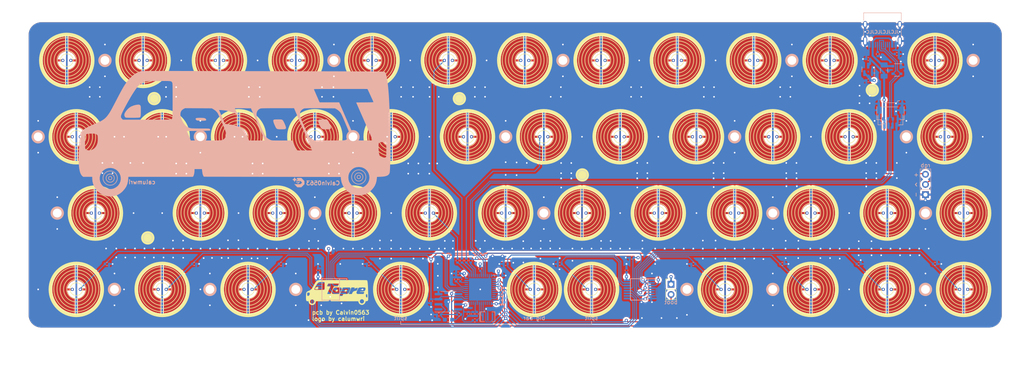
<source format=kicad_pcb>
(kicad_pcb (version 20240108) (generator "pcbnew") (generator_version "8.0")
  (layers (0 "F.Cu" signal) (1 "In1.Cu" signal) (2 "In2.Cu" signal) (31 "B.Cu" signal) (34 "B.Paste" user) (35 "F.Paste" user) (36 "B.SilkS" user "B.Silkscreen") (37 "F.SilkS" user "F.Silkscreen") (38 "B.Mask" user) (39 "F.Mask" user) (44 "Edge.Cuts" user))
  (net 0 "")
  (net 1 "GND")
  (net 2 "ROW0")
  (net 3 "COL0")
  (net 4 "COL1")
  (net 5 "COL2")
  (net 6 "COL3")
  (net 7 "COL4")
  (net 8 "COL5")
  (net 9 "ROW1")
  (net 10 "COL6")
  (net 11 "COL7")
  (net 12 "COL8")
  (net 13 "COL9")
  (net 14 "COL10")
  (net 15 "COL11")
  (net 16 "ROW2")
  (net 17 "ROW3")
  (net 18 "Net-(U1-VCAP1)")
  (net 19 "VBAT")
  (net 20 "+5V")
  (net 21 "APLEX_OUT_PIN_0")
  (net 22 "VCC")
  (net 23 "ADC")
  (net 24 "Net-(JP1-B)")
  (net 25 "Net-(U1-PA10)")
  (net 26 "Net-(U1-PB13)")
  (net 27 "Net-(U1-PB14)")
  (net 28 "Net-(U1-PB15)")
  (net 29 "NRST")
  (net 30 "BOOT1")
  (net 31 "BOOT0")
  (net 33 "XTAL0")
  (net 34 "XTAL1")
  (net 39 "APLEX_EN_PIN_0")
  (net 40 "APLEX_EN_PIN_1")
  (net 42 "D-")
  (net 43 "D+")
  (net 44 "SWDIO")
  (net 45 "SWCLK")
  (net 47 "AMUX_SEL_2")
  (net 48 "AMUX_SEL_1")
  (net 49 "AMUX_SEL_0")
  (net 54 "ARGB_3V3")
  (net 55 "ENC1")
  (net 56 "ENC2")
  (net 57 "SW1")
  (net 58 "SW2")
  (net 59 "/CC1")
  (net 60 "/CC2")
  (net 64 "Net-(U1-PB12)")
  (footprint "cipulot_parts:ecs_pad_1U_no_ring" (layer "F.Cu") (at 113.50625 50.00625)
    (property "Reference" "SW_EC17")
    (property "Value" "Topre" (hide yes))
  )
  (footprint "cipulot_parts:ecs_pad_1U_no_ring" (layer "F.Cu") (at 170.65625 50.00625)
    (property "Reference" "SW_EC20")
    (property "Value" "Topre" (hide yes))
  )
  (footprint "cipulot_parts:HOLE_M2" (layer "F.Cu") (at 156.36875 30.95625)
    (property "Reference" "H3" (hide yes))
    (property "Value" "MountingHole" (hide yes))
  )
  (footprint "cipulot_parts:HOLE_M2" (layer "F.Cu") (at 68.2625 88.10625)
    (property "Reference" "H18" (hide yes))
    (property "Value" "MountingHole" (hide yes))
  )
  (footprint "cipulot_parts:ecs_pad_1U_no_ring" (layer "F.Cu") (at 39.6875 69.05625)
    (property "Reference" "SW_EC25")
    (property "Value" "Topre" (hide yes))
  )
  (footprint "cipulot_parts:ecs_pad_1U_no_ring" (layer "F.Cu") (at 65.88125 69.05625 180)
    (property "Reference" "SW_EC26")
    (property "Value" "Topre" (hide yes))
  )
  (footprint "cipulot_parts:ecs_pad_1U_no_ring" (layer "F.Cu") (at 218.28125 88.10625 180)
    (property "Reference" "SW_EC44")
    (property "Value" "Topre" (hide yes))
  )
  (footprint "cipulot_parts:HOLE_M2" (layer "F.Cu") (at 246.85625 88.10625)
    (property "Reference" "H22" (hide yes))
    (property "Value" "MountingHole" (hide yes))
  )
  (footprint "cipulot_parts:ecs_pad_1U_no_ring" (layer "F.Cu") (at 89.69375 30.95625)
    (property "Reference" "SW_EC4")
    (property "Value" "Topre" (hide yes))
  )
  (footprint "cipulot_parts:HOLE_M2" (layer "F.Cu") (at 142.08125 50.00625)
    (property "Reference" "H9" (hide yes))
    (property "Value" "MountingHole" (hide yes))
  )
  (footprint "cipulot_parts:HOLE_M2" (layer "F.Cu") (at 213.51875 30.95625)
    (property "Reference" "H4" (hide yes))
    (property "Value" "MountingHole" (hide yes))
  )
  (footprint "cipulot_parts:ecs_pad_1U_no_ring" (layer "F.Cu") (at 108.74375 30.95625)
    (property "Reference" "SW_EC5")
    (property "Value" "Topre" (hide yes))
  )
  (footprint "cipulot_parts:ecs_pad_1U_no_ring" (layer "F.Cu") (at 151.60625 50.00625)
    (property "Reference" "SW_EC19")
    (property "Value" "Topre" (hide yes))
  )
  (footprint "cipulot_parts:HOLE_M2" (layer "F.Cu") (at 208.75625 69.05625)
    (property "Reference" "H15" (hide yes))
    (property "Value" "MountingHole" (hide yes))
  )
  (footprint "cipulot_parts:ecs_pad_1U_no_ring" (layer "F.Cu") (at 199.23125 69.05625 180)
    (property "Reference" "SW_EC33")
    (property "Value" "Topre" (hide yes))
  )
  (footprint "cipulot_parts:HOLE_M2" (layer "F.Cu") (at 151.60625 69.05625)
    (property "Reference" "H14" (hide yes))
    (property "Value" "MountingHole" (hide yes))
  )
  (footprint "cipulot_parts:ecs_pad_1U_no_ring" (layer "F.Cu") (at 208.75625 50.00625)
    (property "Reference" "SW_EC22")
    (property "Value" "Topre" (hide yes))
  )
  (footprint "cipulot_parts:ecs_pad_1U_no_ring" (layer "F.Cu") (at 75.40625 50.00625)
    (property "Reference" "SW_EC15")
    (property "Value" "Topre" (hide yes))
  )
  (footprint "cipulot_parts:HOLE_M2" (layer "F.Cu") (at 30.1625 69.05625)
    (property "Reference" "H12" (hide yes))
    (property "Value" "MountingHole" (hide yes))
  )
  (footprint "cipulot_parts:HOLE_M2" (layer "F.Cu") (at 208.75625 88.10625)
    (property "Reference" "H21" (hide yes))
    (property "Value" "MountingHole" (hide yes))
  )
  (footprint "cipulot_parts:HOLE_M2" (layer "F.Cu") (at 187.325 88.10625)
    (property "Reference" "H20" (hide yes))
    (property "Value" "MountingHole" (hide yes))
  )
  (footprint "cipulot_parts:ecs_pad_1U_no_ring" (layer "F.Cu") (at 70.64375 30.95625)
    (property "Reference" "SW_EC3")
    (property "Value" "Topre" (hide yes))
  )
  (footprint "cipulot_parts:ecs_pad_1U_no_ring" (layer "F.Cu") (at 256.38125 88.10625 180)
    (property "Reference" "SW_EC46")
    (property "Value" "Topre" (hide yes))
  )
  (footprint "cipulot_parts:ecs_pad_1U_no_ring" (layer "F.Cu") (at 32.54375 30.95625)
    (property "Reference" "SW_EC1")
    (property "Value" "Topre" (hide yes))
  )
  (footprint "Connector_PinHeader_2.54mm:PinHeader_1x02_P2.54mm_Vertical" (layer "F.Cu") (at 183.35625 86.83125)
    (property "Reference" "SW1" (hide yes))
    (property "Value" "BOOT0")
  )
  (footprint "cipulot_parts:ecs_pad_1U_no_ring" (layer "F.Cu") (at 123.03125 69.05625 180)
    (property "Reference" "SW_EC29")
    (property "Value" "Topre" (hide yes))
  )
  (footprint "cipulot_parts:HOLE_M2" (layer "F.Cu") (at 246.85625 69.05625)
    (property "Reference" "H16" (hide yes))
    (property "Value" "MountingHole" (hide yes))
  )
  (footprint "cipulot_parts:ecs_pad_1U_no_ring" (layer "F.Cu") (at 34.925 50.00625)
    (property "Reference" "SW_EC13")
    (property "Value" "Topre" (hide yes))
  )
  (footprint "cipulot_parts:HOLE_M2" (layer "F.Cu") (at 94.45625 69.05625)
    (property "Reference" "H13" (hide yes))
    (property "Value" "MountingHole" (hide yes))
  )
  (footprint "cipulot_parts:HOLE_M2" (layer "F.Cu") (at 258.7625 30.95625)
    (property "Reference" "H5" (hide yes))
    (property "Value" "MountingHole" (hide yes))
  )
  (footprint "cipulot_parts:ecs_pad_1U_no_ring" (layer "F.Cu") (at 103.98125 69.05625 180)
    (property "Reference" "SW_EC28")
    (property "Value" "Topre" (hide yes))
  )
  (footprint "cipulot_parts:ecs_pad_1U_no_ring" (layer "F.Cu") (at 161.13125 69.05625 180)
    (property "Reference" "SW_EC31")
    (property "Value" "Topre" (hide yes))
  )
  (footprint "LOGO" (layer "F.Cu") (at 99.61875 88.9)
    (property "Reference" "G***" (hide yes))
    (property "Value" "LOGO" (hide yes))
  )
  (footprint "cipulot_parts:HOLE_M2" (layer "F.Cu") (at 65.88125 50.00625)
    (property "Reference" "H7" (hide yes))
    (property "Value" "MountingHole" (hide yes))
  )
  (footprint "cipulot_parts:ecs_pad_1U_no_ring" (layer "F.Cu") (at 180.18125 69.05625 180)
    (property "Reference" "SW_EC32")
    (property "Value" "Topre" (hide yes))
  )
  (footprint "cipulot_parts:ecs_pad_1U_no_ring" (layer "F.Cu") (at 203.99375 30.95625)
    (property "Reference" "SW_EC10")
    (property "Value" "Topre" (hide yes))
  )
  (footprint "cipulot_parts:ecs_pad_1U_no_ring" (layer "F.Cu") (at 34.925 88.10625)
    (property "Reference" "SW_EC37")
    (property "Value" "Topre" (hide yes))
  )
  (footprint "cipulot_parts:ecs_pad_1U_no_ring" (layer "F.Cu") (at 227.80625 50.00625)
    (property "Reference" "SW_EC23")
    (property "Value" "Topre" (hide yes))
  )
  (footprint "cipulot_parts:ecs_pad_1U_no_ring" (layer "F.Cu") (at 256.38125 69.05625)
    (property "Reference" "SW_EC36")
    (property "Value" "Topre" (hide yes))
  )
  (footprint "cipulot_parts:ecs_pad_1U_no_ring" (layer "F.Cu") (at 251.61875 50.00625)
    (property "Reference" "SW_EC24")
    (property "Value" "Topre" (hide yes))
  )
  (footprint "cipulot_parts:ecs_pad_1U_no_ring" (layer "F.Cu") (at 56.35625 50.00625)
    (property "Reference" "SW_EC14")
    (property "Value" "Topre" (hide yes))
  )
  (footprint "cipulot_parts:HOLE_M2" (layer "F.Cu") (at 25.4 50.00625)
    (property "Reference" "H6" (hide yes))
    (property "Value" "MountingHole" (hide yes))
  )
  (footprint "cipulot_parts:ecs_pad_1U_no_ring" (layer "F.Cu") (at 127.79375 30.95625)
    (property "Reference" "SW_EC6")
    (property "Value" "Topre" (hide yes))
  )
  (footprint "cipulot_parts:ecs_pad_1U_no_ring" (layer "F.Cu") (at 142.08125 69.05625)
    (property "Reference" "SW_EC30")
    (property "Value" "Topre" (hide yes))
  )
  (footprint "cipulot_parts:ecs_pad_1U_no_ring" (layer "F.Cu") (at 223.04375 30.95625)
    (property "Reference" "SW_EC11")
    (property "Value" "Topre" (hide yes))
  )
  (footprint "cipulot_parts:ecs_pad_1U_no_ring" (layer "F.Cu") (at 146.84375 30.95625)
    (property "Reference" "SW_EC7")
    (property "Value" "Topre" (hide yes))
  )
  (footprint "cipulot_parts:ecs_pad_1U_no_ring" (layer "F.Cu") (at 165.89375 30.95625)
    (property "Reference" "SW_EC8")
    (property "Value" "Topre" (hide yes))
  )
  (footprint "cipulot_parts:HOLE_M2" (layer "F.Cu") (at 199.23125 50.00625)
    (property "Reference" "H10" (hide yes))
    (property "Value" "MountingHole" (hide yes))
  )
  (footprint "cipulot_parts:ecs_pad_1U_no_ring" (layer "F.Cu") (at 196.85 88.10625 180)
    (property "Reference" "SW_EC43")
    (property "Value" "Topre" (hide yes))
  )
  (footprint "cipulot_parts:ecs_pad_1U_no_ring" (layer "F.Cu") (at 237.33125 69.05625 180)
    (property "Reference" "SW_EC35")
    (property "Value" "Topre" (hide yes))
  )
  (footprint "cipulot_parts:ecs_pad_1U_no_ring" (layer "F.Cu") (at 149.225 88.10625 180)
    (property "Reference" "SW_EC41")
    (property "Value" "Topre" (hide yes))
  )
  (footprint "cipulot_parts:ecs_pad_1U_no_ring" (layer "F.Cu") (at 163.5125 88.10625 180)
    (property "Reference" "SW_EC42")
    (property "Value" "Topre" (hide yes))
  )
  (footprint "cipulot_parts:ecs_pad_1U_no_ring" (layer "F.Cu") (at 218.28125 69.05625 180)
    (property "Reference" "SW_EC34")
    (property "Value" "Topre" (hide yes))
  )
  (footprint "cipulot_parts:ecs_pad_1U_no_ring" (layer "F.Cu") (at 77.7875 88.10625)
    (property "Reference" "SW_EC39")
    (property "Value" "Topre" (hide yes))
  )
  (footprint "cipulot_parts:ecs_pad_1U_no_ring" (layer "F.Cu") (at 132.55625 50.00625)
    (property "Reference" "SW_EC18")
    (property "Value" "Topre" (hide yes))
  )
  (footprint "cipulot_parts:HOLE_M2" (layer "F.Cu") (at 44.45 88.10625)
    (property "Reference" "H17" (hide yes))
    (property "Value" "MountingHole" (hide yes))
  )
  (footprint "cipulot_parts:ecs_pad_1U_no_ring" (layer "F.Cu") (at 189.70625 50.00625)
    (property "Reference" "SW_EC21")
    (property "Value" "Topre" (hide yes))
  )
  (footprint "cipulot_parts:ecs_pad_1U_no_ring" (layer "F.Cu") (at 94.45625 50.00625)
    (property "Reference" "SW_EC16")
    (property "Value" "Topre" (hide yes))
  )
  (footprint "cipulot_parts:HOLE_M2" (layer "F.Cu") (at 42.06875 30.95625)
    (property "Reference" "H1" (hide yes))
    (property "Value" "MountingHole" (hide yes))
  )
  (footprint "cipulot_parts:HOLE_M2" (layer "F.Cu") (at 89.69375 88.10625)
    (property "Reference" "H19" (hide yes))
    (property "Value" "MountingHole" (hide yes))
  )
  (footprint "cipulot_parts:HOLE_M2" (layer "F.Cu") (at 103.98125 50.00625)
    (property "Reference" "H8" (hide yes))
    (property "Value" "MountingHole" (hide yes))
  )
  (footprint "cipulot_parts:ecs_pad_1U_no_ring" (layer "F.Cu") (at 84.93125 69.05625 180)
    (property "Reference" "SW_EC27")
    (property "Value" "Topre" (hide yes))
  )
  (footprint "cipulot_parts:ecs_pad_1U_no_ring" (layer "F.Cu") (at 56.35625 88.10625)
    (property "Reference" "SW_EC38")
    (property "Value" "Topre" (hide yes))
  )
  (footprint "cipulot_parts:ecs_pad_1U_no_ring" (layer "F.Cu") (at 184.94375 30.95625)
    (property "Reference" "SW_EC9")
    (property "Value" "Topre" (hide yes))
  )
  (footprint "cipulot_parts:ecs_pad_1U_no_ring" (layer "F.Cu") (at 237.33125 88.10625 180)
    (property "Reference" "SW_EC45")
    (property "Value" "Topre" (hide yes))
  )
  (footprint "cipulot_parts:ecs_pad_1U_no_ring" (layer "F.Cu") (at 51.59375 30.95625)
    (property "Reference" "SW_EC2")
    (property "Value" "Topre" (hide yes))
  )
  (footprint "cipulot_parts:ecs_pad_1U_no_ring" (layer "F.Cu") (at 249.2375 30.95625)
    (property "Reference" "SW_EC12")
    (property "Value" "Topre" (hide yes))
  )
  (footprint "cipulot_parts:HOLE_M2" (layer "F.Cu") (at 242.09375 50.00625)
    (property "Reference" "H11" (hide yes))
    (property "Value" "MountingHole" (hide yes))
  )
  (footprint "cipulot_parts:ecs_pad_1U_no_ring" (layer "F.Cu") (at 115.8875 88.10625 180)
    (property "Reference" "SW_EC40")
    (property "Value" "Topre" (hide yes))
  )
  (footprint "cipulot_parts:HOLE_M2" (layer "F.Cu") (at 99.21875 30.95625)
    (property "Reference" "H2" (hide yes))
    (property "Value" "MountingHole" (hide yes))
  )
  (footprint "Capacitor_SMD:C_0402_1005Metric" (layer "B.Cu") (at 133.886072 94.225973 -90)
    (property "Reference" "C10" (hide yes))
    (property "Value" "100n")
  )
  (footprint "Resistor_SMD:R_0402_1005Metric" (layer "B.Cu") (at 64.342898 81.75625)
    (property "Reference" "R14" (hide yes))
    (property "Value" "100k")
  )
  (footprint "Resistor_SMD:R_0402_1005Metric" (layer "B.Cu") (at 211.1375 81.75625)
    (property "Reference" "R23" (hide yes))
    (property "Value" "100k")
  )
  (footprint "Resistor_SMD:R_0402_1005Metric" (layer "B.Cu") (at 132.25625 80.897058 -90)
    (property "Reference" "R5" (hide yes))
    (property "Value" "100")
  )
  (footprint "Resistor_SMD:R_0402_1005Metric" (layer "B.Cu") (at 125.4125 94.3625 180)
    (property "Reference" "R18" (hide yes))
    (property "Value" "1k")
  )
  (footprint "Crystal:Resonator_SMD_Murata_CSTxExxV-3Pin_3.0x1.1mm" (layer "B.Cu") (at 137.601214 94.917035)
    (property "Reference" "Y1" (hide yes))
    (property "Value" "8 MHz")
  )
  (footprint "LOGO" (layer "B.Cu") (at 90.4875 61.363568 180)
    (property "Reference" "G***" (hide yes))
    (property "Value" "LOGO" (hide yes))
  )
  (footprint "Resistor_SMD:R_0402_1005Metric" (layer "B.Cu") (at 249.2375 81.746059)
    (property "Reference" "R25" (hide yes))
    (property "Value" "100k")
  )
  (footprint "Package_DFN_QFN:QFN-48-1EP_7x7mm_P0.5mm_EP5.6x5.6mm" (layer "B.Cu") (at 135.73125 88.10625 90)
    (property "Reference" "U1" (hide yes))
    (property "Value" "STM32F401CBUx")
  )
  (footprint "Capacitor_SMD:C_0402_1005Metric" (layer "B.Cu") (at 132.789679 94.225973 -90)
    (property "Reference" "C16" (hide yes))
    (property "Value" "100n")
  )
  (footprint "Connector_PinHeader_2.54mm:PinHeader_1x03_P2.54mm_Vertical" (layer "B.Cu") (at 246.85625 64.4525)
    (property "Reference" "J4" (hide yes))
    (property "Value" "ARGB")
  )
  (footprint "cipulot_parts:TSSOP16" (layer "B.Cu") (at 175.41875 88.10625 -90)
    (property "Reference" "U6")
    (property "Value" "74HC4051")
  )
  (footprint "LOGO" (layer "B.Cu") (at 73.025 49.2125 180)
    (property "Reference" "G***" (hide yes))
    (property "Value" "LOGO" (hide yes))
  )
  (footprint "Resistor_SMD:R_0402_1005Metric" (layer "B.Cu") (at 239.7125 29.36875)
    (property "Reference" "R8" (hide yes))
    (property "Value" "5k1")
  )
  (footprint "Connector_JST:JST_SH_SM04B-SRSS-TB_1x04-1MP_P1.00mm_Horizontal" (layer "B.Cu") (at 238.125 45.24375)
    (property "Reference" "J1" (hide yes))
    (property "Value" "JST SH")
  )
  (footprint "Resistor_SMD:R_0402_1005Metric" (layer "B.Cu") (at 98.425 78.99794)
    (property "Reference" "R16" (hide yes))
    (property "Value" "100k")
  )
  (footprint "Package_TO_SOT_SMD:SOT-143" (layer "B.Cu") (at 239.710621 33.3375 180)
    (property "Reference" "D1" (hide yes))
    (property "Value" "PRTR5V0U2X")
  )
  (footprint "cipulot_parts:TSSOP16" (layer "B.Cu") (at 98.425 88.10625 -90)
    (property "Reference" "U4")
    (property "Value" "74HC4051")
  )
  (footprint "Resistor_SMD:R_0402_1005Metric" (layer "B.Cu") (at 130.05625 80.897058 -90)
    (property "Reference" "R6" (hide yes))
    (property "Value" "100")
  )
  (footprint "Resistor_SMD:R_0402_1005Metric" (layer "B.Cu") (at 155.575 81.75625 180)
    (property "Reference" "R20" (hide yes))
    (property "Value" "100k")
  )
  (footprint "Capacitor_SMD:C_0402_1005Metric" (layer "B.Cu") (at 134.889679 94.233408 -90)
    (property "Reference" "C11" (hide yes))
    (property "Value" "1u")
  )
  (footprint "Resistor_SMD:R_0402_1005Metric" (layer "B.Cu") (at 131.15625 80.897058 -90)
    (property "Reference" "R4" (hide yes))
    (property "Value" "100")
  )
  (footprint "Resistor_SMD:R_0402_1005Metric" (layer "B.Cu") (at 141.2875 88.9)
    (property "Reference" "R11" (hide yes))
    (property "Value" "10k")
  )
  (footprint "Fuse:Fuse_1206_3216Metric" (layer "B.Cu") (at 236.5375 33.482528 -90)
    (property "Reference" "F_USBC1" (hide yes))
    (property "Value" "500mA")
  )
  (footprint "Resistor_SMD:R_0402_1005Metric" (layer "B.Cu") (at 134.393473 95.832687)
    (property "Reference" "R9" (hide yes))
    (property "Value" "10k")
  )
  (footprint "Connector_USB:USB_C_Receptacle_HRO_TYPE-C-31-M-12" (layer "B.Cu") (at 236.12475 22.98075)
    (property "Reference" "J3" (hide yes))
    (property "Value" "USB_C_Receptacle_USB2.0")
  )
  (footprint "Resistor_SMD:R_0402_1005Metric" (layer "B.Cu") (at 234.95 29.36875 -90)
    (property "Reference" "R7" (hide yes))
    (property "Value" "5k1")
  )
  (footprint "Resistor_SMD:R_0402_1005Metric" (layer "B.Cu") (at 42.57875 81.75625)
    (property "Reference" "R15" (hide yes))
    (property "Value" "100k")
  )
  (footprint "Capacitor_SMD:C_0402_1005Metric" (layer "B.Cu") (at 130.775537 85.600138 90)
    (property "Reference" "C1" (hide yes))
    (property "Value" "4.7u")
  )
  (footprint "Resistor_SMD:R_0402_1005Metric" (layer "B.Cu") (at 107.943663 81.746059 180)
    (property "Reference" "R17" (hide yes))
    (property "Value" "100k")
  )
  (footprint "Package_SO:SOIC-8_3.9x4.9mm_P1.27mm" (layer "B.Cu") (at 127.79375 91.1875)
    (property "Reference" "U5" (hide yes))
    (property "Value" "OPA350")
  )
  (footprint "Resistor_SMD:R_0402_1005Metric" (layer "B.Cu") (at 230.1875 81.75625)
    (property "Reference" "R24" (hide yes))
    (property "Value" "100k")
  )
  (footprint "Package_TO_SOT_SMD:SOT-23" (layer "B.Cu") (at 232.56875 33.192472 90)
    (property "Reference" "U3" (hide yes))
    (property "Value" "XC6206PxxxMR")
  )
  (footprint "Capacitor_SMD:C_0402_1005Metric" (layer "B.Cu") (at 232.56875 30.596511 180)
    (property "Reference" "C12" (hide yes))
    (property "Value" "1u")
  )
  (footprint "Capacitor_SMD:C_0402_1005Metric" (layer "B.Cu") (at 232.56875 35.944924 180)
    (property "Reference" "C13" (hide yes))
    (property "Value" "1u")
  )
  (footprint "Resistor_SMD:R_0402_1005Metric" (layer "B.Cu") (at 173.5475 80.16875 180)
    (property "Reference" "R19" (hide yes))
    (property "Value" "100k")
  )
  (footprint "Capacitor_SMD:C_0402_1005Metric" (layer "B.Cu") (at 141.29943 90.289802)
    (property "Reference" "C9" (hide yes))
    (property "Value" "100n")
  )
  (footprint "Capacitor_SMD:C_0402_1005Metric" (layer "B.Cu") (at 123.451464 91.021881 90)
    (property "Reference" "C15" (hide yes))
    (property "Value" "220p")
  )
  (footprint "Resistor_SMD:R_0402_1005Metric" (layer "B.Cu") (at 135.73125 82.95 90)
    (property "Reference" "R2" (hide yes))
    (property "Value" "100k")
  )
  (footprint "Resistor_SMD:R_0402_1005Metric" (layer "B.Cu") (at 142.08125 81.75625 180)
    (property "Reference" "R21" (hide yes))
    (property "Value" "100k")
  )
  (footprint "Capacitor_SMD:C_0402_1005Metric" (layer "B.Cu") (at 141.310343 91.336235)
    (property "Reference" "C6" (hide yes))
    (property "Value" "100n")
  )
  (footprint "Capacitor_SMD:C_0402_1005Metric" (layer "B.Cu") (at 130.20675 84.10575 180)
    (property "Reference" "C7" (hide yes))
    (property "Value" "100n")
  )
  (footprint "Resistor_SMD:R_0402_1005Metric" (layer "B.Cu") (at 130.45875 94.3625)
    (property "Reference" "R12" (hide yes))
    (property "Value" "100k")
  )
  (footprint "Capacitor_SMD:C_0402_1005Metric" (layer "B.Cu") (at 140.775 84.65)
    (property "Reference" "C8" (hide yes))
    (property "Value" "100n")
  )
  (footprint "Resistor_SMD:R_0402_1005Metric" (layer "B.Cu") (at 129.695761 85.582261 -90)
    (property "Reference" "R10" (hide yes))
    (property "Value" "10k")
  )
  (footprint "Connector_Molex:Molex_Pico-EZmate_78171-0004_1x04-1MP_P1.20mm_Vertical" (layer "B.Cu") (at 238.125 43.65625)
    (property "Reference" "J2" (hide yes))
    (property "Value" "Pico EZmate")
  )
  (footprint "Resistor_SMD:R_0402_1005Metric" (layer "B.Cu") (at 86.00875 81.75625)
    (property "Reference" "R13" (hide yes))
    (property "Value" "100k")
  )
  (footprint "Resistor_SMD:R_0402_1005Metric" (layer "B.Cu") (at 133.35 80.897058 -90)
    (property "Reference" "R3" (hide yes))
    (property "Value" "100")
  )
  (footprint "Capacitor_SMD:C_0402_1005Metric" (layer "B.Cu") (at 95.25 83.34375 90)
    (property "Reference" "C14" (hide yes))
    (property "Value" "100n")
  )
  (footprint "Capacitor_SMD:C_0402_1005Metric" (layer "B.Cu") (at 172.24375 83.34375 90)
    (property "Reference" "C17" (hide yes))
    (property "Value" "100n")
  )
  (footprint "Resistor_SMD:R_0402_1005Metric" (layer "B.Cu") (at 188.9125 81.75625 180)
    (property "Reference" "R22" (hide yes))
    (property "Value" "100k")
  )
  (footprint "Resistor_SMD:R_0603_1608Metric_Pad0.98x0.95mm_HandSolder" (layer "B.Cu") (at 127.810942 95.665357 180)
    (property "Reference" "JP1" (hide yes))
    (property "Value" "Ext_Res")
  )
  (gr_circle (center 142.08125 50.00625) (end 140.49375 50.00625) (stroke (width 0.15)) (fill solid) (layer "B.SilkS"))
  (gr_circle (center 103.98125 50.00625) (end 102.39375 50.00625) (stroke (width 0.15)) (fill solid) (layer "B.SilkS"))
  (gr_circle (center 30.1625 69.05625) (end 28.575 69.05625) (stroke (width 0.15)) (fill solid) (layer "B.SilkS"))
  (gr_circle (center 43.372899 60.325) (end 42.984307 60.166759) (stroke (width 0.15)) (fill none) (layer "B.SilkS"))
  (gr_line (start 115.8875 96.8375) (end 115.8875 96.04375) (stroke (width 0.15)) (layer "B.SilkS"))
  (gr_circle (center 105.420782 60.051583) (end 105.03219 59.893342) (stroke (width 0.15)) (fill none) (layer "B.SilkS"))
  (gr_circle (center 99.21875 30.95625) (end 97.63125 30.95625) (stroke (width 0.15)) (fill solid) (layer "B.SilkS"))
  (gr_circle (center 68.2625 88.10625) (end 66.675 88.10625) (stroke (width 0.15)) (fill solid) (layer "B.SilkS"))
  (gr_circle (center 25.4 50.00625) (end 23.8125 50.00625) (stroke (width 0.15)) (fill solid) (layer "B.SilkS"))
  (gr_circle (center 246.85625 69.05625) (end 245.26875 69.05625) (stroke (width 0.15)) (fill solid) (layer "B.SilkS"))
  (gr_line (start 163.5125 96.04375) (end 163.5125 96.8375) (stroke (width 0.15)) (layer "B.SilkS"))
  (gr_circle (center 187.325 88.10625) (end 185.7375 88.10625) (stroke (width 0.15)) (fill solid) (layer "B.SilkS"))
  (gr_circle (center 208.75625 69.05625) (end 207.16875 69.05625) (stroke (width 0.15)) (fill solid) (layer "B.SilkS"))
  (gr_circle (center 44.45 88.10625) (end 42.8625 88.10625) (stroke (width 0.15)) (fill solid) (layer "B.SilkS"))
  (gr_circle (center 94.45625 69.05625) (end 92.86875 69.05625) (stroke (width 0.15)) (fill solid) (layer "B.SilkS"))
  (gr_circle (center 242.09375 50.00625) (end 240.50625 50.00625) (stroke (width 0.15)) (fill solid) (layer "B.SilkS"))
  (gr_circle (center 89.69375 88.10625) (end 88.10625 88.10625) (stroke (width 0.15)) (fill solid) (layer "B.SilkS"))
  (gr_circle (center 208.75625 88.10625) (end 207.16875 88.10625) (stroke (width 0.15)) (fill solid) (layer "B.SilkS"))
  (gr_circle (center 105.420782 60.051583) (end 105.03219 59.099592) (stroke (width 0.15)) (fill none) (layer "B.SilkS"))
  (gr_circle (center 43.372899 60.325) (end 42.984307 59.373009) (stroke (width 0.15)) (fill none) (layer "B.SilkS"))
  (gr_line (start 163.5125 96.8375) (end 115.8875 96.8375) (stroke (width 0.15)) (layer "B.SilkS"))
  (gr_circle (center 42.06875 30.95625) (end 40.48125 30.95625) (stroke (width 0.15)) (fill solid) (layer "B.SilkS"))
  (gr_circle (center 65.88125 50.00625) (end 64.29375 50.00625) (stroke (width 0.15)) (fill solid) (layer "B.SilkS"))
  (gr_circle (center 43.372899 60.325) (end 42.984307 58.579259) (stroke (width 0.15)) (fill none) (layer "B.SilkS"))
  (gr_circle (center 213.51875 30.95625) (end 211.93125 30.95625) (stroke (width 0.15)) (fill solid) (layer "B.SilkS"))
  (gr_circle (center 258.7625 30.95625) (end 257.175 30.95625) (stroke (width 0.15)) (fill solid) (layer "B.SilkS"))
  (gr_circle (center 151.60625 69.05625) (end 150.01875 69.05625) (stroke (width 0.15)) (fill solid) (layer "B.SilkS"))
  (gr_circle (center 246.85625 88.10625) (end 245.26875 88.10625) (stroke (width 0.15)) (fill solid) (layer "B.SilkS"))
  (gr_circle (center 105.420782 60.051583) (end 105.03219 58.305842) (stroke (width 0.15)) (fill none) (layer "B.SilkS"))
  (gr_circle (center 199.23125 50.00625) (end 197.64375 50.00625) (stroke (width 0.15)) (fill solid) (layer "B.SilkS"))
  (gr_circle (center 156.36875 30.95625) (end 154.78125 30.95625) (stroke (width 0.15)) (fill solid) (layer "B.SilkS"))
  (gr_circle (center 218.28125 88.04984) (end 219.075 82.49359) (stroke (width 0.15)) (fill none) (layer "F.SilkS"))
  (gr_circle (center 113.50625 50.00625) (end 115.09375 50.00625) (stroke (width 0.15)) (fill none) (layer "F.SilkS"))
  (gr_circle (center 237.33125 88.04984) (end 238.125 84.08109) (stroke (width 0.15)) (fill none) (layer "F.SilkS"))
  (gr_circle (center 51.59375 30.89984) (end 53.18125 30.89984) (stroke (width 0.15)) (fill none) (layer "F.SilkS"))
  (gr_circle (center 39.6875 69.05625) (end 39.6875 65.88125) (stroke (width 0.15)) (fill none) (layer "F.SilkS"))
  (gr_circle (center 51.59375 30.89984) (end 52.3875 25.34359) (stroke (width 0.15)) (fill none) (layer "F.SilkS"))
  (gr_circle (center 89.69375 30.89984) (end 89.69375 28.51859) (stroke (width 0.15)) (fill none) (layer "F.SilkS"))
  (gr_circle (center 196.85 88.171942) (end 197.64375 84.203192) (stroke (width 0.15)) (fill none) (layer "F.SilkS"))
  (gr_circle (center 256.38125 68.99984) (end 257.96875 68.99984) (stroke (width 0.15)) (fill none) (layer "F.SilkS"))
  (gr_circle (center 56.35625 88.04984) (end 57.94375 88.04984) (stroke (width 0.15)) (fill none) (layer "F.SilkS"))
  (gr_circle (center 151.60625 50.00625) (end 152.4 44.45) (stroke (width 0.15)) (fill none) (layer "F.SilkS"))
  (gr_circle (center 251.61875 49.94984) (end 251.61875 47.56859) (stroke (width 0.15)) (fill none) (layer "F.SilkS"))
  (gr_circle (center 34.925 88.04984) (end 35.71875 84.08109) (stroke (width 0.15)) (fill none) (layer "F.SilkS"))
  (gr_circle (center 77.7875 88.04984) (end 78.58125 83.28734) (stroke (width 0.15)) (fill none) (layer "F.SilkS"))
  (gr_circle (center 56.35625 50.00625) (end 56.35625 46.83125) (stroke (width 0.15)) (fill none) (layer "F.SilkS"))
  (gr_circle (center 151.60625 50.00625) (end 151.60625 46.83125) (stroke (width 0.15)) (fill none) (layer "F.SilkS"))
  (gr_circle (center 113.50625 50.00625) (end 114.3 45.24375) (stroke (width 0.15)) (fill none) (layer "F.SilkS"))
  (gr_circle (center 203.99375 30.89984) (end 204.7875 26.93109) (stroke (width 0.15)) (fill none) (layer "F.SilkS"))
  (gr_circle (center 77.7875 88.04984) (end 79.375 88.04984) (stroke (width 0.15)) (fill none) (layer "F.SilkS"))
  (gr_circle (center 77.7875 88.04984) (end 77.7875 84.87484) (stroke (width 0.15)) (fill none) (layer "F.SilkS"))
  (gr_circle (center 199.23125 68.99984) (end 199.23125 66.61859) (stroke (width 0.15)) (fill none) (layer "F.SilkS"))
  (gr_circle (center 237.33125 88.04984) (end 238.125 83.28734) (stroke (width 0.15)) (fill none) (layer "F.SilkS"))
  (gr_circle (center 249.2375 30.95625) (end 249.2375 27.78125) (stroke (width 0.15)) (fill none) (layer "F.SilkS"))
  (gr_circle (center 251.61875 49.94984) (end 251.61875 46.77484) (stroke (width 0.15)) (fill none) (layer "F.SilkS"))
  (gr_circle (center 94.45625 50.00625) (end 95.25 44.45) (stroke (width 0.15)) (fill none) (layer "F.SilkS"))
  (gr_circle (center 256.38125 88.04984) (end 257.175 82.49359) (stroke (width 0.15)) (fill none) (layer "F.SilkS"))
  (gr_circle (center 256.38125 68.99984) (end 256.38125 66.61859) (stroke (width 0.15)) (fill none) (layer "F.SilkS"))
  (gr_circle (center 89.69375 30.89984) (end 91.28125 30.89984) (stroke (width 0.15)) (fill none) (layer "F.SilkS"))
  (gr_circle (center 70.64375 30.89984) (end 70.64375 27.72484) (stroke (width 0.15)) (fill none) (layer "F.SilkS"))
  (gr_circle (center 77.7875 88.04984) (end 78.58125 84.08109) (stroke (width 0.15)) (fill none) (layer "F.SilkS"))
  (gr_circle (center 218.28125 68.99984) (end 218.28125 65.82484) (stroke (width 0.15)) (fill none) (layer "F.SilkS"))
  (gr_circle (center 123.03125 68.99984) (end 123.825 63.44359) (stroke (width 0.15)) (fill none) (layer "F.SilkS"))
  (gr_circle (center 237.33125 68.99984) (end 238.125 65.03109) (stroke (width 0.15)) (fill none) (layer "F.SilkS"))
  (gr_circle (center 75.40625 50.00625) (end 75.40625 46.83125) (stroke (width 0.15)) (fill none) (layer "F.SilkS"))
  (gr_circle (center 103.98125 68.99984) (end 103.98125 66.61859) (stroke (width 0.15)) (fill none) (layer "F.SilkS"))
  (gr_circle (center 203.99375 30.89984) (end 203.99375 28.51859) (stroke (width 0.15)) (fill none) (layer "F.SilkS"))
  (gr_circle (center 180.18125 68.99984) (end 180.975 64.23734) (stroke (width 0.15)) (fill none) (layer "F.SilkS"))
  (gr_circle (center 103.98125 68.99984) (end 104.775 63.44359) (stroke (width 0.15)) (fill none) (layer "F.SilkS"))
  (gr_circle (center 56.35625 88.04984) (end 57.15 83.28734) (stroke (width 0.15)) (fill none) (layer "F.SilkS"))
  (gr_circle (center 142.08125 68.99984) (end 142.875 64.23734) (stroke (width 0.15)) (fill none) (layer "F.SilkS"))
  (gr_circle (center 161.13125 68.99984) (end 161.925 64.23734) (stroke (width 0.15)) (fill none) (layer "F.SilkS"))
  (gr_circle (center 84.93125 68.99984) (end 84.93125 66.61859) (stroke (width 0.15)) (fill none) (layer "F.SilkS"))
  (gr_circle (center 75.40625 50.00625) (end 76.99375 50.00625) (stroke (width 0.15)) (fill none) (layer "F.SilkS"))
  (gr_circle (center 218.28125 68.99984) (end 219.075 63.44359) (stroke (width 0.15)) (fill none) (layer "F.SilkS"))
  (gr_circle (center 34.925 50.00625) (end 35.71875 44.45) (stroke (width 0.15)) (fill none) (layer "F.SilkS"))
  (gr_circle (center 103.98125 68.99984) (end 104.775 64.23734) (stroke (width 0.15)) (fill none) (layer "F.SilkS"))
  (gr_circle (center 108.74375 30.89984) (end 108.74375 28.51859) (stroke (width 0.15)) (fill none) (layer "F.SilkS"))
  (gr_circle (center 170.65625 50.00625) (end 171.45 45.24375) (stroke (width 0.15)) (fill none) (layer "F.SilkS"))
  (gr_circle (center 149.225 88.10625) (end 149.225 84.93125) (stroke (width 0.15)) (fill none) (layer "F.SilkS"))
  (gr_circle (center 56.35625 50.00625) (end 57.94375 50.00625) (stroke (width 0.15)) (fill none) (layer "F.SilkS"))
  (gr_circle (center 146.84375 30.89984) (end 147.6375 26.13734) (stroke (width 0.15)) (fill none) (layer "F.SilkS"))
  (gr_circle (center 189.70625 50.00625) (end 189.70625 46.83125) (stroke (width 0.15)) (fill none) (layer "F.SilkS"))
  (gr_circle (center 34.925 50.00625) (end 35.71875 46.0375) (stroke (width 0.15)) (fill none) (layer "F.SilkS"))
  (gr_circle (center 237.33125 68.99984) (end 238.125 64.23734) (stroke (width 0.15)) (fill none) (layer "F.SilkS"))
  (gr_circle (center 123.03125 68.99984) (end 124.61875 68.99984) (stroke (width 0.15)) (fill none) (layer "F.SilkS"))
  (gr_circle (center 108.74375 30.89984) (end 110.33125 30.89984) (stroke (width 0.15)) (fill none) (layer "F.SilkS"))
  (gr_circle (center 34.925 50.00625) (end 34.925 47.625) (stroke (width 0.15)) (fill none) (layer "F.SilkS"))
  (gr_circle (center 256.38125 68.99984) (end 256.38125 65.82484) (stroke (width 0.15)) (fill none) (layer "F.SilkS"))
  (gr_circle (center 56.35625 50.00625) (end 57.15 44.45) (stroke (width 0.15)) (fill none) (layer "F.SilkS"))
  (gr_circle (center 34.925 88.04984) (end 34.925 84.87484) (stroke (width 0.15)) (fill none) (layer "F.SilkS"))
  (gr_circle (center 161.13125 68.99984) (end 161.13125 66.61859) (stroke (width 0.15)) (fill none) (layer "F.SilkS"))
  (gr_circle (center 34.925 88.04984) (end 35.71875 82.49359) (stroke (width 0.15)) (fill none) (layer "F.SilkS"))
  (gr_circle (center 223.04375 30.89984) (end 223.8375 26.13734) (stroke (width 0.15)) (fill none) (layer "F.SilkS"))
  (gr_circle (center 89.69375 30.89984) (end 90.4875 25.34359) (stroke (width 0.15)) (fill none) (layer "F.SilkS"))
  (gr_circle (center 184.94375 30.89984) (end 185.7375 26.93109) (stroke (width 0.15)) (fill none) (layer "F.SilkS"))
  (gr_circle (center 163.5125 88.04984) (end 164.30625 82.49359) (stroke (width 0.15)) (fill none) (layer "F.SilkS"))
  (gr_circle (center 146.84375 30.89984) (end 148.43125 30.89984) (stroke (width 0.15)) (fill none) (layer "F.SilkS"))
  (gr_circle (center 218.28125 88.04984) (end 219.86875 88.04984) (stroke (width 0.15)) (fill none) (layer "F.SilkS"))
  (gr_circle (center 127.79375 30.89984) (end 128.5875 26.93109) (stroke (width 0.15)) (fill none) (layer "F.SilkS"))
  (gr_circle (center 218.28125 88.04984) (end 218.28125 85.66859) (stroke (width 0.15)) (fill none) (layer "F.SilkS"))
  (gr_circle (center 161.13125 68.99984) (end 162.71875 68.99984) (stroke (width 0.15)) (fill none) (layer "F.SilkS"))
  (gr_circle (center 34.925 50.00625) (end 34.925 46.83125) (stroke (width 0.15)) (fill none) (layer "F.SilkS"))
  (gr_circle (center 184.94375 30.89984) (end 184.94375 27.72484) (stroke (width 0.15)) (fill none) (layer "F.SilkS"))
  (gr_circle (center 218.28125 68.99984) (end 218.28125 66.61859) (stroke (width 0.15)) (fill none) (layer "F.SilkS"))
  (gr_circle (center 218.28125 88.04984) (end 219.075 84.08109) (stroke (width 0.15)) (fill none) (layer "F.SilkS"))
  (gr_circle (center 115.8875 88.04984) (end 116.68125 84.08109) (stroke (width 0.15)) (fill none) (layer "F.SilkS"))
  (gr_circle (center 70.64375 30.89984) (end 72.23125 30.89984) (stroke (width 0.15)) (fill none) (layer "F.SilkS"))
  (gr_circle (center 149.225 88.10625) (end 150.8125 88.10625) (stroke (width 0.15)) (fill none) (layer "F.SilkS"))
  (gr_circle (center 146.84375 30.89984) (end 146.84375 28.51859) (stroke (width 0.15)) (fill none) (layer "F.SilkS"))
  (gr_circle (center 189.70625 50.00625) (end 190.5 45.24375) (stroke (width 0.15)) (fill none) (layer "F.SilkS"))
  (gr_circle (center 65.88125 68.99984) (end 66.675 64.23734) (stroke (width 0.15)) (fill none) (layer "F.SilkS"))
  (gr_circle (center 203.99375 30.89984) (end 203.99375 27.72484) (stroke (width 0.15)) (fill none) (layer "F.SilkS"))
  (gr_circle (center 113.50625 50.00625) (end 114.3 46.0375) (stroke (width 0.15)) (fill none) (layer "F.SilkS"))
  (gr_circle (center 151.60625 50.00625) (end 151.60625 47.625) (stroke (width 0.15)) (fill none) (layer "F.SilkS"))
  (gr_circle (center 115.8875 88.04984) (end 116.68125 82.49359) (stroke (width 0.15)) (fill none) (layer "F.SilkS"))
  (gr_circle (center 189.70625 50.00625) (end 191.29375 50.00625) (stroke (width 0.15)) (fill none) (layer "F.SilkS"))
  (gr_circle (center 51.59375 30.89984) (end 51.59375 28.51859) (stroke (width 0.15)) (fill none) (layer "F.SilkS"))
  (gr_circle (center 132.55625 50.00625) (end 133.35 44.45) (stroke (width 0.15)) (fill none) (layer "F.SilkS"))
  (gr_circle (center 65.88125 68.99984) (end 66.675 63.44359) (stroke (width 0.15)) (fill none) (layer "F.SilkS"))
  (gr_circle (center 218.28125 88.04984) (end 219.075 83.28734) (stroke (width 0.15)) (fill none) (layer "F.SilkS"))
  (gr_circle (center 227.80625 50.00625) (end 228.6 46.0375) (stroke (width 0.15)) (fill none) (layer "F.SilkS"))
  (gr_circle (center 161.13125 68.99984) (end 161.925 65.03109) (stroke (width 0.15)) (fill none) (layer "F.SilkS"))
  (gr_circle (center 165.89375 30.89984) (end 165.89375 28.51859) (stroke (width 0.15)) (fill none) (layer "F.SilkS"))
  (gr_circle (center 34.925 50.00625) (end 36.5125 50.00625) (stroke (width 0.15)) (fill none) (layer "F.SilkS"))
  (gr_circle (center 256.38125 88.04984) (end 256.38125 84.87484) (stroke (width 0.15)) (fill none) (layer "F.SilkS"))
  (gr_circle (center 39.6875 69.05625) (end 40.48125 63.5) (stroke (width 0.15)) (fill none) (layer "F.SilkS"))
  (gr_circle (center 256.38125 88.04984) (end 257.175 83.28734) (stroke (width 0.15)) (fill none) (layer "F.SilkS"))
  (gr_circle (center 149.225 88.10625) (end 150.01875 84.1375) (stroke (width 0.15)) (fill none) (layer "F.SilkS"))
  (gr_circle (center 34.925 88.04984) (end 34.925 85.66859) (stroke (width 0.15)) (fill none) (layer "F.SilkS"))
  (gr_circle (center 256.38125 68.99984) (end 257.175 64.23734) (stroke (width 0.15)) (fill none) (layer "F.SilkS"))
  (gr_circle (center 84.93125 68.99984) (end 84.93125 65.82484) (stroke (width 0.15)) (fill none) (layer "F.SilkS"))
  (gr_circle (center 51.59375 30.89984) (end 52.3875 26.93109) (stroke (width 0.15)) (fill none) (layer "F.SilkS"))
  (gr_circle (center 32.54375 30.89984) (end 33.3375 26.13734) (stroke (width 0.15)) (fill none) (layer "F.SilkS"))
  (gr_circle (center 227.80625 50.00625) (end 228.6 45.24375) (stroke (width 0.15)) (fill none) (layer "F.SilkS"))
  (gr_circle (center 132.55625 50.00625) (end 133.35 46.0375) (stroke (width 0.15)) (fill none) (layer "F.SilkS"))
  (gr_circle (center 208.75625 50.00625) (end 209.55 45.24375) (stroke (width 0.15)) (fill none) (layer "F.SilkS"))
  (gr_circle (center 249.2375 30.95625) (end 250.03125 26.9875) (stroke (width 0.15)) (fill none) (layer "F.SilkS"))
  (gr_circle (center 184.94375 30.89984) (end 185.7375 26.13734) (stroke (width 0.15)) (fill none) (layer "F.SilkS"))
  (gr_circle (center 32.54375 30.89984) (end 32.54375 28.51859) (stroke (width 0.15)) (fill none) (layer "F.SilkS"))
  (gr_circle (center 237.33125 88.04984) (end 237.33125 85.66859) (stroke (width 0.15)) (fill none) (layer "F.SilkS"))
  (gr_circle (center 146.84375 30.89984) (end 147.6375 26.93109) (stroke (width 0.15)) (fill none) (layer "F.SilkS"))
  (gr_circle (center 237.33125 68.99984) (end 237.33125 66.61859) (stroke (width 0.15)) (fill none) (layer "F.SilkS"))
  (gr_circle (center 170.65625 50.00625) (end 172.24375 50.00625) (stroke (width 0.15)) (fill none) (layer "F.SilkS"))
  (gr_circle (center 84.93125 68.99984) (end 85.725 63.44359) (stroke (width 0.15)) (fill none) (layer "F.SilkS"))
  (gr_circle (center 56.35625 50.00625) (end 57.15 46.0375) (stroke (width 0.15)) (fill none) (layer "F.SilkS"))
  (gr_circle (center 180.18125 68.99984) (end 180.18125 66.61859) (stroke (width 0.15)) (fill none) (layer "F.SilkS"))
  (gr_circle (center 149.225 88.10625) (end 149.225 85.725) (stroke (width 0.15)) (fill none) (layer "F.SilkS"))
  (gr_circle (center 196.85 88.171942) (end 196.85 85.790692) (stroke (width 0.15)) (fill none) (layer "F.SilkS"))
  (gr_circle (center 56.35625 50.00625) (end 56.35625 47.625) (stroke (width 0.15)) (fill none) (layer "F.SilkS"))
  (gr_circle (center 184.94375 30.89984) (end 186.53125 30.89984) (stroke (width 0.15)) (fill none) (layer "F.SilkS"))
  (gr_circle (center 32.54375 30.89984) (end 33.3375 26.93109) (stroke (width 0.15)) (fill none) (layer "F.SilkS"))
  (gr_circle (center 39.6875 69.05625) (end 40.48125 64.29375) (stroke (width 0.15)) (fill none) (layer "F.SilkS"))
  (gr_circle (center 70.64375 30.89984) (end 71.4375 25.34359) (stroke (width 0.15)) (fill none) (layer "F.SilkS"))
  (gr_circle (center 70.64375 30.89984) (end 70.64375 28.51859) (stroke (width 0.15)) (fill none) (layer "F.SilkS"))
  (gr_circle (center 142.08125 68.99984) (end 142.875 65.03109) (stroke (width 0.15)) (fill none) (layer "F.SilkS"))
  (gr_circle (center 223.04375 30.89984) (end 224.63125 30.89984) (stroke (width 0.15)) (fill none) (layer "F.SilkS"))
  (gr_circle (center 170.65625 50.00625) (end 170.65625 46.83125) (stroke (width 0.15)) (fill none) (layer "F.SilkS"))
  (gr_circle (center 165.89375 30.89984) (end 166.6875 26.93109) (stroke (width 0.15)) (fill none) (layer "F.SilkS"))
  (gr_circle (center 39.6875 69.05625) (end 40.48125 65.0875) (stroke (width 0.15)) (fill none) (layer "F.SilkS"))
  (gr_circle (center 34.925 88.04984) (end 36.5125 88.04984) (stroke (width 0.15)) (fill none) (layer "F.SilkS"))
  (gr_circle (center 113.50625 50.00625) (end 113.50625 46.83125) (stroke (width 0.15)) (fill none) (layer "F.SilkS"))
  (gr_circle (center 199.23125 68.99984) (end 199.23125 65.82484) (stroke (width 0.15)) (fill none) (layer "F.SilkS"))
  (gr_circle (center 70.64375 30.89984) (end 71.4375 26.13734) (stroke (width 0.15)) (fill none) (layer "F.SilkS"))
  (gr_circle (center 237.33125 68.99984) (end 238.125 63.44359) (stroke (width 0.15)) (fill none) (layer "F.SilkS"))
  (gr_circle (center 249.2375 30.95625) (end 250.825 30.95625) (stroke (width 0.15)) (fill none) (layer "F.SilkS"))
  (gr_circle (center 249.2375 30.95625) (end 250.03125 25.4) (stroke (width 0.15)) (fill none) (layer "F.SilkS"))
  (gr_circle (center 34.925 88.04984) (end 35.71875 83.28734) (stroke (width 0.15)) (fill none) (layer "F.SilkS"))
  (gr_circle (center 70.64375 30.89984) (end 71.4375 26.93109) (stroke (width 0.15)) (fill none) (layer "F.SilkS"))
  (gr_circle (center 151.60625 50.00625) (end 153.19375 50.00625) (stroke (width 0.15)) (fill none) (layer "F.SilkS"))
  (gr_circle (center 251.61875 49.94984) (end 252.4125 45.18734) (stroke (width 0.15)) (fill none) (layer "F.SilkS"))
  (gr_circle (center 65.88125 68.99984) (end 65.88125 66.61859) (stroke (width 0.15)) (fill none) (layer "F.SilkS"))
  (gr_circle (center 208.75625 50.00625) (end 209.55 46.0375) (stroke (width 0.15)) (fill none) (layer "F.SilkS"))
  (gr_circle (center 142.08125 68.99984) (end 142.08125 66.61859) (stroke (width 0.15)) (fill none) (layer "F.SilkS"))
  (gr_circle (center 127.79375 30.89984) (end 127.79375 28.51859) (stroke (width 0.15)) (fill none) (layer "F.SilkS"))
  (gr_circle (center 218.28125 68.99984) (end 219.86875 68.99984) (stroke (width 0.15)) (fill none) (layer "F.SilkS"))
  (gr_circle (center 237.33125 88.04984) (end 237.33125 84.87484) (stroke (width 0.15)) (fill none) (layer "F.SilkS"))
  (gr_circle (center 163.5125 88.04984) (end 164.30625 84.08109) (stroke (width 0.15)) (fill none) (layer "F.SilkS"))
  (gr_circle (center 256.38125 88.04984) (end 257.175 84.08109) (stroke (width 0.15)) (fill none) (layer "F.SilkS"))
  (gr_circle (center 189.70625 50.00625) (end 190.5 46.0375) (stroke (width 0.15)) (fill none) (layer "F.SilkS"))
  (gr_circle (center 123.03125 68.99984) (end 123.03125 66.61859) (stroke (width 0.15)) (fill none) (layer "F.SilkS"))
  (gr_circle (center 127.79375 30.89984) (end 127.79375 27.72484) (stroke (width 0.15)) (fill none) (layer "F.SilkS"))
  (gr_circle (center 56.35625 88.04984) (end 57.15 84.08109) (stroke (width 0.15)) (fill none) (layer "F.SilkS"))
  (gr_circle (center 170.65625 50.00625) (end 171.45 46.0375) (stroke (width 0.15)) (fill none) (layer "F.SilkS"))
  (gr_circle (center 256.38125 88.04984) (end 256.38125 85.66859) (stroke (width 0.15)) (fill none) (layer "F.SilkS"))
  (gr_circle (center 161.13125 68.99984) (end 161.925 63.44359) (stroke (width 0.15)) (fill none) (layer "F.SilkS"))
  (gr_circle (center 89.69375 30.89984) (end 90.4875 26.13734) (stroke (width 0.15)) (fill none) (layer "F.SilkS"))
  (gr_circle (center 75.40625 50.00625) (end 76.2 45.24375) (stroke (width 0.15)) (fill none) (layer "F.SilkS"))
  (gr_circle (center 218.28125 88.04984) (end 218.28125 84.87484) (stroke (width 0.15)) (fill none) (layer "F.SilkS"))
  (gr_circle (center 123.03125 68.99984) (end 123.825 64.23734) (stroke (width 0.15)) (fill none) (layer "F.SilkS"))
  (gr_circle (center 149.225 88.10625) (end 150.01875 82.55) (stroke (width 0.15)) (fill none) (layer "F.SilkS"))
  (gr_circle (center 223.04375 30.89984) (end 223.8375 26.93109) (stroke (width 0.15)) (fill none) (layer "F.SilkS"))
  (gr_circle (center 130.527573 40.493917) (end 132.115073 40.493917) (stroke (width 0.15)) (fill solid) (layer "F.SilkS"))
  (gr_circle (center 189.70625 50.00625) (end 190.5 44.45) (stroke (width 0.15)) (fill none) (layer "F.SilkS"))
  (gr_circle (center 32.54375 30.89984) (end 33.3375 25.34359) (stroke (width 0.15)) (fill none) (layer "F.SilkS"))
  (gr_circle (center 132.55625 50.00625) (end 134.14375 50.00625) (stroke (width 0.15)) (fill none) (layer "F.SilkS"))
  (gr_circle (center 149.225 88.10625) (end 150.01875 83.34375) (stroke (width 0.15)) (fill none) (layer "F.SilkS"))
  (gr_circle (center 249.2375 30.95625) (end 249.2375 28.575) (stroke (width 0.15)) (fill none) (layer "F.SilkS"))
  (gr_circle (center 54.359241 40.48125) (end 55.946741 40.48125) (stroke (width 0.15)) (fill solid) (layer "F.SilkS"))
  (gr_circle (center 180.18125 68.99984) (end 180.18125 65.82484) (stroke (width 0.15)) (fill none) (layer "F.SilkS"))
  (gr_circle (center 227.80625 50.00625) (end 228.6 44.45) (stroke (width 0.15)) (fill none) (layer "F.SilkS"))
  (gr_circle (center 115.8875 88.04984) (end 116.68125 83.28734) (stroke (width 0.15)) (fill none) (layer "F.SilkS"))
  (gr_circle (center 163.5125 88.04984) (end 163.5125 85.66859) (stroke (width 0.15)) (fill none) (layer "F.SilkS"))
  (gr_circle (center 75.40625 50.00625) (end 75.40625 47.625) (stroke (width 0.15)) (fill none) (layer "F.SilkS"))
  (gr_circle (center 223.04375 30.89984) (end 223.04375 28.51859) (stroke (width 0.15)) (fill none) (layer "F.SilkS"))
  (gr_circle (center 227.80625 50.00625) (end 227.80625 46.83125) (stroke (width 0.15)) (fill none) (layer "F.SilkS"))
  (gr_circle (center 84.93125 68.99984) (end 85.725 64.23734) (stroke (width 0.15)) (fill none) (layer "F.SilkS"))
  (gr_circle (center 89.69375 30.89984) (end 89.69375 27.72484) (stroke (width 0.15)) (fill none) (layer "F.SilkS"))
  (gr_circle (center 151.60625 50.00625) (end 152.4 45.24375) (stroke (width 0.15)) (fill none) (layer "F.SilkS"))
  (gr_circle (center 94.45625 50.00625) (end 96.04375 50.00625) (stroke (width 0.15)) (fill none) (layer "F.SilkS"))
  (gr_circle (center 165.89375 30.89984) (end 167.48125 30.89984) (stroke (width 0.15)) (fill none) (layer "F.SilkS"))
  (gr_circle (center 208.75625 50.00625) (end 208.75625 47.625) (stroke (width 0.15)) (fill none) (layer "F.SilkS"))
  (gr_circle (center 170.65625 50.00625) (end 170.65625 47.625) (stroke (width 0.15)) (fill none) (layer "F.SilkS"))
  (gr_circle (center 146.84375 30.89984) (end 146.84375 27.72484) (stroke (width 0.15)) (fill none) (layer "F.SilkS"))
  (gr_circle (center 94.45625 50.00625) (end 94.45625 46.83125) (stroke (width 0.15)) (fill none) (layer "F.SilkS"))
  (gr_circle (center 223.04375 30.89984) (end 223.04375 27.72484) (stroke (width 0.15)) (fill none) (layer "F.SilkS"))
  (gr_circle (center 203.99375 30.89984) (end 204.7875 25.34359) (stroke (width 0.15)) (fill none) (layer "F.SilkS"))
  (gr_circle (center 227.80625 50.00625) (end 227.80625 47.625) (stroke (width 0.15)) (fill none) (layer "F.SilkS"))
  (gr_circle (center 113.50625 50.00625) (end 113.50625 47.625) (stroke (width 0.15)) (fill none) (layer "F.SilkS"))
  (gr_circle (center 151.60625 50.00625) (end 152.4 46.0375) (stroke (width 0.15)) (fill none) (layer "F.SilkS"))
  (gr_circle (center 132.55625 50.00625) (end 132.55625 47.625) (stroke (width 0.15)) (fill none) (layer "F.SilkS"))
  (gr_circle (center 56.35625 88.04984) (end 57.15 82.49359) (stroke (width 0.15)) (fill none) (layer "F.SilkS"))
  (gr_circle (center 132.55625 50.00625) (end 132.55625 46.83125) (stroke (width 0.15)) (fill none) (layer "F.SilkS"))
  (gr_circle (center 180.18125 68.99984) (end 180.975 65.03109) (stroke (width 0.15)) (fill none) (layer "F.SilkS"))
  (gr_circle (center 251.61875 49.94984) (end 252.4125 45.98109) (stroke (width 0.15)) (fill none) (layer "F.SilkS"))
  (gr_circle (center 52.759074 75.254242) (end 54.346574 75.254242) (stroke (width 0.15)) (fill solid) (layer "F.SilkS"))
  (gr_circle (center 146.84375 30.89984) (end 147.6375 25.34359) (stroke (width 0.15)) (fill none) (layer "F.SilkS"))
  (gr_circle (center 108.74375 30.89984) (end 108.74375 27.72484) (stroke (width 0.15)) (fill none) (layer "F.SilkS"))
  (gr_circle (center 103.98125 68.99984) (end 105.56875 68.99984) (stroke (width 0.15)) (fill none) (layer "F.SilkS"))
  (gr_circle (center 249.2375 30.95625) (end 250.03125 26.19375) (stroke (width 0.15)) (fill none) (layer "F.SilkS"))
  (gr_circle (center 32.54375 30.89984) (end 32.54375 27.72484) (stroke (width 0.15)) (fill none) (layer "F.SilkS"))
  (gr_circle (center 127.79375 30.89984) (end 128.5875 25.34359) (stroke (width 0.15)) (fill none) (layer "F.SilkS"))
  (gr_circle (center 180.18125 68.99984) (end 181.76875 68.99984) (stroke (width 0.15)) (fill none) (layer "F.SilkS"))
  (gr_circle (center 203.99375 30.89984) (end 204.7875 26.13734) (stroke (width 0.15)) (fill none) (layer "F.SilkS"))
  (gr_circle (center 189.70625 50.00625) (end 189.70625 47.625) (stroke (width 0.15)) (fill none) (layer "F.SilkS"))
  (gr_circle (center 115.8875 88.04984) (end 115.8875 85.66859) (stroke (width 0.15)) (fill none) (layer "F.SilkS"))
  (gr_circle (center 103.98125 68.99984) (end 103.98125 65.82484) (stroke (width 0.15)) (fill none) (layer "F.SilkS"))
  (gr_circle (center 39.6875 69.05625) (end 39.6875 66.675) (stroke (width 0.15)) (fill none) (layer "F.SilkS"))
  (gr_circle (center 108.74375 30.89984) (end 109.5375 25.34359) (stroke (width 0.15)) (fill none) (layer "F.SilkS"))
  (gr_circle (center 65.88125 68.99984) (end 67.46875 68.99984) (stroke (width 0.15)) (fill none) (layer "F.SilkS"))
  (gr_circle (center 94.45625 50.00625) (end 95.25 46.0375) (stroke (width 0.15)) (fill none) (layer "F.SilkS"))
  (gr_circle (center 165.89375 30.89984) (end 166.6875 26.13734) (stroke (width 0.15)) (fill none) (layer "F.SilkS"))
  (gr_circle (center 165.89375 30.89984) (end 165.89375 27.72484) (stroke (width 0.15)) (fill none) (layer "F.SilkS"))
  (gr_circle (center 103.98125 68.99984) (end 104.775 65.03109) (stroke (width 0.15)) (fill none) (layer "F.SilkS"))
  (gr_circle (center 56.35625 88.04984) (end 56.35625 85.66859) (stroke (width 0.15)) (fill none) (layer "F.SilkS"))
  (gr_circle (center 199.23125 68.99984) (end 200.025 64.23734) (stroke (width 0.15)) (fill none) (layer "F.SilkS"))
  (gr_circle (center 94.45625 50.00625) (end 95.25 45.24375) (stroke (width 0.15)) (fill none) (layer "F.SilkS"))
  (gr_circle (center 223.04375 30.89984) (end 223.8375 25.34359) (stroke (width 0.15)) (fill none) (layer "F.SilkS"))
  (gr_circle (center 56.35625 50.00625) (end 57.15 45.24375) (stroke (width 0.15)) (fill none) (layer "F.SilkS"))
  (gr_circle (center 237.33125 68.99984) (end 238.91875 68.99984) (stroke (width 0.15)) (fill none) (layer "F.SilkS"))
  (gr_circle (center 208.75625 50.00625) (end 209.55 44.45) (stroke (width 0.15)) (fill none) (layer "F.SilkS"))
  (gr_circle (center 165.89375 30.89984) (end 166.6875 25.34359) (stroke (width 0.15)) (fill none) (layer "F.SilkS"))
  (gr_circle (center 32.54375 30.89984) (end 34.13125 30.89984) (stroke (width 0.15)) (fill none) (layer "F.SilkS"))
  (gr_circle (center 237.33125 88.04984) (end 238.125 82.49359) (stroke (width 0.15)) (fill none) (layer "F.SilkS"))
  (gr_circle (center 77.7875 88.04984) (end 77.7875 85.66859) (stroke (width 0.15)) (fill none) (layer "F.SilkS"))
  (gr_circle (center 127.79375 30.89984) (end 129.38125 30.89984) (stroke (width 0.15)) (fill none) (layer "F.SilkS"))
  (gr_circle (center 184.94375 30.89984) (end 184.94375 28.51859) (stroke (width 0.15)) (fill none) (layer "F.SilkS"))
  (gr_circle (center 163.5125 88.04984) (end 165.1 88.04984) (stroke (width 0.15)) (fill none) (layer "F.SilkS"))
  (gr_circle (center 142.08125 68.99984) (end 142.875 63.44359) (stroke (width 0.15)) (fill none) (layer "F.SilkS"))
  (gr_circle (center 227.80625 50.00625) (end 229.39375 50.00625) (stroke (width 0.15)) (fill none) (layer "F.SilkS"))
  (gr_circle (center 94.45625 50.00625) (end 94.45625 47.625) (stroke (width 0.15)) (fill none) (layer "F.SilkS"))
  (gr_circle (center 199.23125 68.99984) (end 200.81875 68.99984) (stroke (width 0.15)) (fill none) (layer "F.SilkS"))
  (gr_circle (center 218.28125 68.99984) (end 219.075 64.23734) (stroke (width 0.15)) (fill none) (layer "F.SilkS"))
  (gr_circle (center 115.8875 88.04984) (end 117.475 88.04984) (stroke (width 0.15)) (fill none) (layer "F.SilkS"))
  (gr_circle (center 84.93125 68.99984) (end 85.725 65.03109) (stroke (width 0.15)) (fill none) (layer "F.SilkS"))
  (gr_circle (center 127.79375 30.89984) (end 128.5875 26.13734) (stroke (width 0.15)) (fill none) (layer "F.SilkS"))
  (gr_circle (center 233.599023 38.366935) (end 235.186523 38.366935) (stroke (width 0.15)) (fill solid) (layer "F.SilkS"))
  (gr_circle (center 51.59375 30.89984) (end 52.3875 26.13734) (stroke (width 0.15)) (fill none) (layer "F.SilkS"))
  (gr_circle (center 170.65625 50.00625) (end 171.45 44.45) (stroke (width 0.15)) (fill none) (layer "F.SilkS"))
  (gr_circle (center 196.85 88.171942) (end 197.64375 83.409442) (stroke (width 0.15)) (fill none) (layer "F.SilkS"))
  (gr_circle (center 237.33125 88.04984) (end 238.91875 88.04984) (stroke (width 0.15)) (fill none) (layer "F.SilkS"))
  (gr_circle (center 89.69375 30.89984) (end 90.4875 26.93109) (stroke (width 0.15)) (fill none) (layer "F.SilkS"))
  (gr_circle (center 256.38125 68.99984) (end 257.175 63.44359) (stroke (width 0.15)) (fill none) (layer "F.SilkS"))
  (gr_circle (center 208.75625 50.00625) (end 210.34375 50.00625) (stroke (width 0.15)) (fill none) (layer "F.SilkS"))
  (gr_circle (center 123.03125 68.99984) (end 123.825 65.03109) (stroke (width 0.15)) (fill none) (layer "F.SilkS"))
  (gr_circle (center 51.59375 30.89984) (end 51.59375 27.72484) (stroke (width 0.15)) (fill none) (layer "F.SilkS"))
  (gr_circle (center 251.61875 49.94984) (end 252.4125 44.39359) (stroke (width 0.15)) (fill none) (layer "F.SilkS"))
  (gr_circle (center 56.35625 88.04984) (end 56.35625 84.87484) (stroke (width 0.15)) (fill none) (layer "F.SilkS"))
  (gr_circle (center 75.40625 50.00625) (end 76.2 46.0375) (stroke (width 0.15)) (fill none) (layer "F.SilkS"))
  (gr_circle (center 108.74375 30.89984) (end 109.5375 26.13734) (stroke (width 0.15)) (fill none) (layer "F.SilkS"))
  (gr_circle (center 184.94375 30.89984) (end 185.7375 25.34359) (stroke (width 0.15)) (fill none) (layer "F.SilkS"))
  (gr_circle (center 65.88125 68.99984) (end 66.675 65.03109) (stroke (width 0.15)) (fill none) (layer "F.SilkS"))
  (gr_circle (center 180.18125 68.99984) (end 180.975 63.44359) (stroke (width 0.15)) (fill none) (layer "F.SilkS"))
  (gr_circle (center 108.74375 30.89984) (end 109.5375 26.93109) (stroke (width 0.15)) (fill none) (layer "F.SilkS"))
  (gr_circle (center 218.28125 68.99984) (end 219.075 65.03109) (stroke (width 0.15)) (fill none) (layer "F.SilkS"))
  (gr_circle (center 199.23125 68.99984) (end 200.025 63.44359) (stroke (width 0.15)) (fill none) (layer "F.SilkS"))
  (gr_circle (center 203.99375 30.89984) (end 205.58125 30.89984) (stroke (width 0.15)) (fill none) (layer "F.SilkS"))
  (gr_circle (center 161.208842 59.537716) (end 162.796342 59.537716) (stroke (width 0.15)) (fill solid) (layer "F.SilkS"))
  (gr_circle (center 142.08125 68.99984) (end 142.08125 65.82484) (stroke (width 0.15)) (fill none) (layer "F.SilkS"))
  (gr_circle (center 163.5125 88.04984) (end 164.30625 83.28734) (stroke (width 0.15)) (fill none) (layer "F.SilkS"))
  (gr_circle (center 256.38125 88.04984) (end 257.96875 88.04984) (stroke (width 0.15)) (fill none) (layer "F.SilkS"))
  (gr_circle (center 113.50625 50.00625) (end 114.3 44.45) (stroke (width 0.15)) (fill none) (layer "F.SilkS"))
  (gr_circle (center 256.38125 68.99984) (end 257.175 65.03109) (stroke (width 0.15)) (fill none) (layer "F.SilkS"))
  (gr_circle (center 199.23125 68.99984) (end 200.025 65.03109) (stroke (width 0.15)) (fill none) (layer "F.SilkS"))
  (gr_circle (center 142.08125 68.99984) (end 143.66875 68.99984) (stroke (width 0.15)) (fill none) (layer "F.SilkS"))
  (gr_circle (center 77.7875 88.04984) (end 78.58125 82.49359) (stroke (width 0.15)) (fill none) (layer "F.SilkS"))
  (gr_circle (center 115.8875 88.04984) (end 115.8875 84.87484) (stroke (width 0.15)) (fill none) (layer "F.SilkS"))
  (gr_circle (center 123.03125 68.99984) (end 123.03125 65.82484) (stroke (width 0.15)) (fill none) (layer "F.SilkS"))
  (gr_circle (center 84.93125 68.99984) (end 86.51875 68.99984) (stroke (width 0.15)) (fill none) (layer "F.SilkS"))
  (gr_circle (center 161.13125 68.99984) (end 161.13125 65.82484) (stroke (width 0.15)) (fill none) (layer "F.SilkS"))
  (gr_circle (center 237.33125 68.99984) (end 237.33125 65.82484) (stroke (width 0.15)) (fill none) (layer "F.SilkS"))
  (gr_circle (center 251.61875 49.94984) (end 253.20625 49.94984) (stroke (width 0.15)) (fill none) (layer "F.SilkS"))
  (gr_circle (center 132.55625 50.00625) (end 133.35 45.24375) (stroke (width 0.15)) (fill none) (layer "F.SilkS"))
  (gr_circle (center 208.75625 50.00625) (end 208.75625 46.83125) (stroke (width 0.15)) (fill none) (layer "F.SilkS"))
  (gr_circle (center 65.88125 68.99984) (end 65.88125 65.82484) (stroke (width 0.15)) (fill none) (layer "F.SilkS"))
  (gr_circle (center 34.925 50.00625) (end 35.71875 45.24375) (stroke (width 0.15)) (fill none) (layer "F.SilkS"))
  (gr_circle (center 75.40625 50.00625) (end 76.2 44.45) (stroke (width 0.15)) (fill none) (layer "F.SilkS"))
  (gr_circle (center 39.6875 69.05625) (end 41.275 69.05625) (stroke (width 0.15)) (fill none) (layer "F.SilkS"))
  (gr_circle (center 196.85 88.171942) (end 197.64375 82.615692) (stroke (width 0.15)) (fill none) (layer "F.SilkS"))
  (gr_circle (center 196.85 88.171942) (end 198.4375 88.171942) (stroke (width 0.15)) (fill none) (layer "F.SilkS"))
  (gr_circle (center 163.5125 88.04984) (end 163.5125 84.87484) (stroke (width 0.15)) (fill none) (layer "F.SilkS"))
  (gr_circle (center 196.85 88.171942) (end 196.85 84.996942) (stroke (width 0.15)) (fill none) (layer "F.SilkS"))
  (gr_circle (center 161.204619 59.537716) (end 160.410869 58.743966) (stroke (width 0.1)) (fill none) (layer "Edge.Cuts"))
  (gr_line (start 23.01875 94.45625) (end 23.01875 24.60625) (stroke (width 0.05)) (layer "Edge.Cuts"))
  (gr_circle (center 130.52335 40.493917) (end 129.7296 39.700167) (stroke (width 0.1)) (fill none) (layer "Edge.Cuts"))
  (gr_arc (start 265.90625 94.45625) (mid 264.976314 96.701314) (end 262.73125 97.63125) (stroke (width 0.05)) (layer "Edge.Cuts"))
  (gr_arc (start 23.01875 24.60625) (mid 23.948686 22.361186) (end 26.19375 21.43125) (stroke (width 0.05)) (layer "Edge.Cuts"))
  (gr_line (start 262.73125 21.43125) (end 26.19375 21.43125) (stroke (width 0.05)) (layer "Edge.Cuts"))
  (gr_circle (center 54.355018 40.48125) (end 53.561268 39.6875) (stroke (width 0.1)) (fill none) (layer "Edge.Cuts"))
  (gr_circle (center 52.754851 75.254242) (end 51.961101 74.460492) (stroke (width 0.1)) (fill none) (layer "Edge.Cuts"))
  (gr_arc (start 262.73125 21.43125) (mid 264.976314 22.361186) (end 265.90625 24.60625) (stroke (width 0.05)) (layer "Edge.Cuts"))
  (gr_circle (center 233.5948 38.366935) (end 232.80105 37.573185) (stroke (width 0.1)) (fill none) (layer "Edge.Cuts"))
  (gr_line (start 262.73125 97.63125) (end 26.19375 97.63125) (stroke (width 0.05)) (layer "Edge.Cuts"))
  (gr_line (start 265.90625 24.60625) (end 265.90625 94.45625) (stroke (width 0.05)) (layer "Edge.Cuts"))
  (gr_arc (start 26.19375 97.63125) (mid 23.948686 96.701314) (end 23.01875 94.45625) (stroke (width 0.05)) (layer "Edge.Cuts"))
  (gr_text "-" (at 244.456281 64.438361 90) (layer "B.SilkS") (effects (font (size 1 1)) (justify mirror)))
  (gr_text "Calvin0563\n" (at 100.80625 62.157318 0) (layer "B.SilkS") (effects (font (size 1 1) (thickness 0.2) (bold yes)) (justify left bottom mirror)))
  (gr_text "rgb" (at 246.85625 57.15 0) (layer "B.SilkS") (effects (font (size 1 1)) (justify mirror)))
  (gr_text "split" (at 163.5125 95.25 0) (layer "B.SilkS") (effects (font (size 1 1)) (justify mirror)))
  (gr_text "JLCJLCJLCJLC" (at 236.180437 23.843691 0) (layer "B.SilkS") (effects (font (size 0.8 0.8) (thickness 0.15) (bold yes)) (justify mirror)))
  (gr_text "split" (at 115.8875 95.25 0) (layer "B.SilkS") (effects (font (size 1 1)) (justify mirror)))
  (gr_text "^" (at 245.553642 61.944358 90) (layer "B.SilkS") (effects (font (size 2 2) (thickness 0.2) (bold yes)) (justify mirror)))
  (gr_text "+" (at 244.475 59.53125 90) (layer "B.SilkS") (effects (font (size 1 1)) (justify mirror)))
  (gr_text "boot" (at 183.35625 91.28125 0) (layer "B.SilkS") (effects (font (size 1 1)) (justify mirror)))
  (gr_text "calumwri\n" (at 54.76875 61.9125 0) (layer "B.SilkS") (effects (font (size 1 1) (thickness 0.2) (bold yes)) (justify left bottom mirror)))
  (gr_text "big bar" (at 149.225 95.25 0) (layer "B.SilkS") (effects (font (size 1 1)) (justify mirror)))
  (gr_text "logo by calumwri\n" (at 93.6625 96.04375 0) (layer "F.SilkS") (effects (font (size 1 1) (thickness 0.2) (bold yes)) (justify left bottom)))
  (gr_text "pcb by Calvin0563\n" (at 93.6625 94.45625 0) (layer "F.SilkS") (effects (font (size 1 1) (thickness 0.2) (bold yes)) (justify left bottom)))
  (segment (start 246.85625 64.4525) (end 246.85625 65.88125) (width 0.5) (layer "F.Cu") (net 1))
  (via (at 208.75625 84.1375) (size 0.8) (drill 0.4) (layers "F.Cu" "B.Cu") (net 1))
  (via (at 143.9889 81.460417) (size 0.8) (drill 0.4) (layers "F.Cu" "B.Cu") (net 1))
  (via (at 213.51875 34.925) (size 0.8) (drill 0.4) (layers "F.Cu" "B.Cu") (net 1))
  (via (at 176.2125 77.910991) (size 0.8) (drill 0.4) (layers "F.Cu" "B.Cu") (net 1))
  (via (at 125.136076 81.727152) (size 0.8) (drill 0.4) (layers "F.Cu" "B.Cu") (net 1))
  (via (at 132.015779 95.457416) (size 0.8) (drill 0.4) (layers "F.Cu" "B.Cu") (net 1))
  (via (at 136.93775 40.03675) (size 0.8) (drill 0.4) (layers "F.Cu" "B.Cu") (net 1))
  (via (at 126.888049 77.89945) (size 0.8) (drill 0.4) (layers "F.Cu" "B.Cu") (net 1))
  (via (at 78.89875 59.21375) (size 0.8) (drill 0.4) (layers "F.Cu" "B.Cu") (net 1))
  (via (at 125.12675 87.66175) (size 0.8) (drill 0.4) (layers "F.Cu" "B.Cu") (net 1))
  (via (at 194.08775 37.62375) (size 0.8) (drill 0.4) (layers "F.Cu" "B.Cu") (net 1))
  (via (at 99.21875 26.9875) (size 0.8) (drill 0.4) (layers "F.Cu" "B.Cu") (net 1))
  (via (at 123.460707 92.482735) (size 0.8) (drill 0.4) (layers "F.Cu" "B.Cu") (net 1))
  (via (at 194.470829 75.919027) (size 0.8) (drill 0.4) (layers "F.Cu" "B.Cu") (net 1))
  (via (at 124.99975 56.67375) (size 0.8) (drill 0.4) (layers "F.Cu" "B.Cu") (net 1))
  (via (at 117.76075 56.67375) (size 0.8) (drill 0.4) (layers "F.Cu" "B.Cu") (net 1))
  (via (at 59.84875 59.21375) (size 0.8) (drill 0.4) (layers "F.Cu" "B.Cu") (net 1))
  (via (at 123.476752 94.359981) (size 0.8) (drill 0.4) (layers "F.Cu" "B.Cu") (net 1))
  (via (at 89.69375 92.075) (size 0.8) (drill 0.4) (layers "F.Cu" "B.Cu") (net 1))
  (via (at 261.14375 50.00625) (size 0.8) (drill 0.4) (layers "F.Cu" "B.Cu") (net 1))
  (via (at 113.50625 77.910991) (size 0.8) (drill 0.4) (layers "F.Cu" "B.Cu") (net 1))
  (via (at 206.375 77.910991) (size 0.8) (drill 0.4) (layers "F.Cu" "B.Cu") (net 1))
  (via (at 49.56151 77.888255) (size 0.8) (drill 0.4) (layers "F.Cu" "B.Cu") (net 1))
  (via (at 143.69114 77.906913) (size 0.8) (drill 0.4) (layers "F.Cu" "B.Cu") (net 1))
  (via (at 231.256939 30.59636) (size 0.8) (drill 0.4) (layers "F.Cu" "B.Cu") (net 1))
  (via (at 155.936992 62.677068) (size 0.8) (drill 0.4) (layers "F.Cu" "B.Cu") (net 1))
  (via (at 99.099351 37.62375) (size 0.8) (drill 0.4) (layers "F.Cu" "B.Cu") (net 1))
  (via (at 100.80625 81.75625) (size 0.8) (drill 0.4) (layers "F.Cu" "B.Cu") (net 1))
  (via (at 61.11875 30.95625) (size 0.8) (drill 0.4) (layers "F.Cu" "B.Cu") (net 1))
  (via (at 100.48875 56.67375) (size 0.8) (drill 0.4) (layers "F.Cu" "B.Cu") (net 1))
  (via (at 137.31875 30.95625) (size 0.8) (drill 0.4) (layers "F.Cu" "B.Cu") (net 1))
  (via (at 187.325 94.45625) (size 0.8) (drill 0.4) (layers "F.Cu" "B.Cu") (net 1))
  (via (at 120.30075 59.21375) (size 0.8) (drill 0.4) (layers "F.Cu" "B.Cu") (net 1))
  (via (at 158.75 80.9625) (size 0.8) (drill 0.4) (layers "F.Cu" "B.Cu") (net 1))
  (via (at 38.25875 37.62375) (size 0.8) (drill 0.4) (layers "F.Cu" "B.Cu") (net 1))
  (via (at 123.03125 77.910991) (size 0.8) (drill 0.4) (layers "F.Cu" "B.Cu") (net 1))
  (via (at 125.157047 84.719443) (size 0.8) (drill 0.4) (layers "F.Cu" "B.Cu") (net 1))
  (via (at 191.295829 75.919027) (size 0.8) (drill 0.4) (layers "F.Cu" "B.Cu") (net 1))
  (via (at 100.48875 59.21375) (size 0.8) (drill 0.4) (layers "F.Cu" "B.Cu") (net 1))
  (via (at 178.59375 84.1375) (size 0.8) (drill 0.4) (layers "F.Cu" "B.Cu") (net 1))
  (via (at 212.144369 60.368645) (size 0.8) (drill 0.4) (layers "F.Cu" "B.Cu") (net 1))
  (via (at 120.65 77.910991) (size 0.8) (drill 0.4) (layers "F.Cu" "B.Cu") (net 1))
  (via (at 46.83125 88.10625) (size 0.8) (drill 0.4) (layers "F.Cu" "B.Cu") (net 1))
  (via (at 233.379178 76.076854) (size 0.8) (drill 0.4) (layers "F.Cu" "B.Cu") (net 1))
  (via (at 191.29375 80.42275) (size 0.8) (drill 0.4) (layers "F.Cu" "B.Cu") (net 1))
  (via (at 150.744914 80.436575) (size 0.8) (drill 0.4) (layers "F.Cu" "B.Cu") (net 1))
  (via (at 239.7125 60.325) (size 0.8) (drill 0.4) (layers "F.Cu" "B.Cu") (net 1))
  (via (at 118.968576 40.03675) (size 0.8) (drill 0.4) (layers "F.Cu" "B.Cu") (net 1))
  (via (at 208.75625 73.025) (size 0.8) (drill 0.4) (layers "F.Cu" "B.Cu") (net 1))
  (via (at 65.88125 53.975) (size 0.8) (drill 0.4) (layers "F.Cu" "B.Cu") (net 1))
  (via (at 210.59775 40.03675) (size 0.8) (drill 0.4) (layers "F.Cu" "B.Cu") (net 1))
  (via (at 231.80475 23.8125) (size 0.8) (drill 0.4) (layers "F.Cu" "B.Cu") (net 1))
  (via (at 215.10625 80.29575) (size 0.8) (drill 0.4) (layers "F.Cu" "B.Cu") (net 1))
  (via (at 59.089321 80.162806) (size 0.8) (drill 0.4) (layers "F.Cu" "B.Cu") (net 1))
  (via (at 179.3875 81.75625) (size 0.8) (drill 0.4) (layers "F.Cu" "B.Cu") (net 1))
  (via (at 242.09375 46.0375) (size 0.8) (drill 0.4) (layers "F.Cu" "B.Cu") (net 1))
  (via (at 65.88125 46.0375) (size 0.8) (drill 0.4) (layers "F.Cu" "B.Cu") (net 1))
  (via (at 155.917222 56.561214) (size 0.8) (drill 0.4) (layers "F.Cu" "B.Cu") (net 1))
  (via (at 120.68175 95.78975) (size 0.8) (drill 0.4) (layers "F.Cu" "B.Cu") (net 1))
  (via (at 44.45 84.1375) (size 0.8) (drill 0.4) (layers "F.Cu" "B.Cu") (net 1))
  (via (at 210.59775 37.62375) (size 0.8) (drill 0.4) (layers "F.Cu" "B.Cu") (net 1))
  (via (at 199.23125 46.0375) (size 0.8) (drill 0.4) (layers "F.Cu" "B.Cu") (net 1))
  (via (at 179.3875 77.910991) (size 0.8) (drill 0.4) (layers "F.Cu" "B.Cu") (net 1))
  (via (at 25.4 88.10625) (size 0.8) (drill 0.4) (layers "F.Cu" "B.Cu") (net 1))
  (via (at 142.08125 56.35625) (size 0.8) (drill 0.4) (layers "F.Cu" "B.Cu") (net 1))
  (via (at 208.75625 92.075) (size 0.8) (drill 0.4) (layers "F.Cu" "B.Cu") (net 1))
  (via (at 148.442445 77.8886) (size 0.8) (drill 0.4) (layers "F.Cu" "B.Cu") (net 1))
  (via (at 214.66175 59.08675) (size 0.8) (drill 0.4) (layers "F.Cu" "B.Cu") (net 1))
  (via (at 225.440436 77.910991) (size 0.8) (drill 0.4) (layers "F.Cu" "B.Cu") (net 1))
  (via (at 137.210823 92.976677) (size 0.8) (drill 0.4) (layers "F.Cu" "B.Cu") (net 1))
  (via (at 99.21875 77.910991) (size 0.8) (drill 0.4) (layers "F.Cu" "B.Cu") (net 1))
  (via (at 211.93125 77.910991) (size 0.8) (drill 0.4) (layers "F.Cu" "B.Cu") (net 1))
  (via (at 196.518888 60.368645) (size 0.8) (drill 0.4) (layers "F.Cu" "B.Cu") (net 1))
  (via (at 56.35625 69.05625) (size 0.8) (drill 0.4) (layers "F.Cu" "B.Cu") (net 1))
  (via (at 142.08125 46.0375) (size 0.8) (drill 0.4) (layers "F.Cu" "B.Cu") (net 1))
  (via (at 42.06875 34.925) (size 0.8) (drill 0.4) (layers "F.Cu" "B.Cu") (net 1))
  (via (at 232.079101 62.422552) (size 0.8) (drill 0.4) (layers "F.Cu" "B.Cu") (net 1))
  (via (at 118.26875 30.95625) (size 0.8) (drill 0.4) (layers "F.Cu" "B.Cu") (net 1))
  (via (at 106.3625 77.910991) (size 0.8) (drill 0.4) (layers "F.Cu" "B.Cu") (net 1))
  (via (at 173.38675 37.62375) (size 0.8) (drill 0.4) (layers "F.Cu" "B.Cu") (net 1))
  (via (at 65.571922 81.73953) (size 0.8) (drill 0.4) (layers "F.Cu" "B.Cu") (net 1))
  (via (at 158.457222 59.101214) (size 0.8) (drill 0.4) (layers "F.Cu" "B.Cu") (net 1))
  (via (at 230.204178 76.076854) (size 0.8) (drill 0.4) (layers "F.Cu" "B.Cu") (net 1))
  (via (at 212.12175 56.54675) (size 0.8) (drill 0.4) (layers "F.Cu" "B.Cu") (net 1))
  (via (at 140.49375 81.75625) (size 0.8) (drill 0.4) (layers "F.Cu" "B.Cu") (net 1))
  (via (at 151.60625 73.025) (size 0.8) (drill 0.4) (layers "F.Cu" "B.Cu") (net 1))
  (via (at 223.059186 77.910991) (size 0.8) (drill 0.4) (layers "F.Cu" "B.Cu") (net 1))
  (via (at 156.36875 26.9875) (size 0.8) (drill 0.4) (layers "F.Cu" "B.Cu") (net 1))
  (via (at 128.868472 77.879253) (size 0.8) (drill 0.4) (layers "F.Cu" "B.Cu") (net 1))
  (via (at 187.325 81.75625) (size 0.8) (drill 0.4) (layers "F.Cu" "B.Cu") (net 1))
  (via (at 101.6 77.910991) (size 0.8) (drill 0.4) (layers "F.Cu" "B.Cu") (net 1))
  (via (at 250.825 81.75625) (size 0.8) (drill 0.4) (layers "F.Cu" "B.Cu") (net 1))
  (via (at 128.946837 75.987294) (size 0.8) (drill 0.4) (layers "F.Cu" "B.Cu") (net 1))
  (via (at 176.223695 75.942514) (size 0.8) (drill 0.4) (layers "F.Cu" "B.Cu") (net 1))
  (via (at 99.21875 34.925) (size 0.8) (drill 0.4) (layers "F.Cu" "B.Cu") (net 1))
  (via (at 206.40675 80.54975) (size 0.8) (drill 0.4) (layers "F.Cu" "B.Cu") (net 1))
  (via (at 193.998156 62.553489) (size 0.8) (drill 0.4) (layers "F.Cu" "B.Cu") (net 1))
  (via (at 118.26875 77.910991) (size 0.8) (drill 0.4) (layers "F.Cu" "B.Cu") (net 1))
  (via (at 80.16875 80.359065) (size 0.8) (drill 0.4) (layers "F.Cu" "B.Cu") (net 1))
  (via (at 235.807249 79.594881) (size 0.8) (drill 0.4) (layers "F.Cu" "B.Cu") (net 1))
  (via (at 144.81175 56.41975) (size 0.8) (drill 0.4) (layers "F.Cu" "B.Cu") (net 1))
  (via (at 186.53125 77.910991) (size 0.8) (drill 0.4) (layers "F.Cu" "B.Cu") (net 1))
  (via (at 153.9875 81.75625) (size 0.8) (drill 0.4) (layers "F.Cu" "B.Cu") (net 1))
  (via (at 180.18125 50.00625) (size 0.8) (drill 0.4) (layers "F.Cu" "B.Cu") (net 1))
  (via (at 165.89375 77.910991) (size 0.8) (drill 0.4) (layers "F.Cu" "B.Cu") (net 1))
  (via (at 135.73125 88.10625) (size 0.8) (drill 0.4) (layers "F.Cu" "B.Cu") (net 1))
  (via (at 82.55 80.359065) (size 0.8) (drill 0.4) (layers "F.Cu" "B.Cu") (net 1))
  (via (at 232.06075 59.08675) (size 0.8) (drill 0.4) (layers "F.Cu" "B.Cu") (net 1))
  (via (at 113.50625 80.43302) (size 0.8) (drill 0.4) (layers "F.Cu" "B.Cu") (net 1))
  (via (at 110.699589 80.43302) (size 0.8) (drill 0.4) (layers "F.Cu" "B.Cu") (net 1))
  (via (at 61.60328 80.20597) (size 0.8) (drill 0.4) (layers "F.Cu" "B.Cu") (net 1))
  (via (at 239.48825 41.68775) (size 0.8) (drill 0.4) (layers "F.Cu" "B.Cu") (net 1))
  (via (at 40.79875 37.62375) (size 0.8) (drill 0.4) (layers "F.Cu" "B.Cu") (net 1))
  (via (at 43.97375 56.54675) (size 0.8) (drill 0.4) (layers "F.Cu" "B.Cu") (net 1))
  (via (at 239.7125 56.54675) (size 0.8) (drill 0.4) (layers "F.Cu" "B.Cu") (net 1))
  (via (at 230.40975 39.78275) (size 0.8) (drill 0.4) (layers "F.Cu" "B.Cu") (net 1))
  (via (at 232.94975 39.78275) (size 0.8) (drill 0.4) (layers "F.Cu" "B.Cu") (net 1))
  (via (at 46.83125 50.00625) (size 0.8) (drill 0.4) (layers "F.Cu" "B.Cu") (net 1))
  (via (at 150.823695 77.8886) (size 0.8) (drill 0.4) (layers "F.Cu" "B.Cu") (net 1))
  (via (at 220.677936 77.910991) (size 0.8) (drill 0.4) (layers "F.Cu" "B.Cu") (net 1))
  (via (at 126.892878 75.998489) (size 0.8) (drill 0.4) (layers "F.Cu" "B.Cu") (net 1))
  (via (at 51.59375 56.54675) (size 0.8) (drill 0.4) (layers "F.Cu" "B.Cu") (net 1))
  (via (at 118.968576 37.62375) (size 0.8) (drill 0.4) (layers "F.Cu" "B.Cu") (net 1))
  (via (at 191.54775 40.03675) (size 0.8) (drill 0.4) (layers "F.Cu" "B.Cu") (net 1))
  (via (at 194.46875 77.910991) (size 0.8) (drill 0.4) (layers "F.Cu" "B.Cu") (net 1))
  (via (at 115.8875 77.910991) (size 0.8) (drill 0.4) (layers "F.Cu" "B.Cu") (net 1))
  (via (at 96.04375 92.075) (size 0.8) (drill 0.4) (layers "F.Cu" "B.Cu") (net 1))
  (via (at 134.616535 75.981791) (size 0.8) (drill 0.4) (layers "F.Cu" "B.Cu") (net 1))
  (via (at 113.49967 75.893233) (size 0.8) (drill 0.4) (layers "F.Cu" "B.Cu") (net 1))
  (via (at 138.813006 79.828475) (size 0.8) (drill 0.4) (layers "F.Cu" "B.Cu") (net 1))
  (via (at 56.689824 80.146014) (size 0.8) (drill 0.4) (layers "F.Cu" "B.Cu") (net 1))
  (via (at 141.2875 77.910991) (size 0.8) (drill 0.4) (layers "F.Cu" "B.Cu") (net 1))
  (via (at 150.8125 76) (size 0.8) (drill 0.4) (layers "F.Cu" "B.Cu") (net 1))
  (via (at 123.03125 56.67375) (size 0.8) (drill 0.4) (layers "F.Cu" "B.Cu") (net 1))
  (via (at 135.707578 77.945669) (size 0.8) (drill 0.4) (layers "F.Cu" "B.Cu") (net 1))
  (via (at 170.65625 77.910991) (size 0.8) (drill 0.4) (layers "F.Cu" "B.Cu") (net 1))
  (via (at 233.394249 79.594881) (size 0.8) (drill 0.4) (layers "F.Cu" "B.Cu") (net 1))
  (via (at 161.13125 50.00625) (size 0.8) (drill 0.4) (layers "F.Cu" "B.Cu") (net 1))
  (via (at 59.045165 75.917585) (size 0.8) (drill 0.4) (layers "F.Cu" "B.Cu") (net 1))
  (via (at 220.63075 80.29575) (size 0.8) (drill 0.4) (layers "F.Cu" "B.Cu") (net 1))
  (via (at 194.46875 80.42275) (size 0.8) (drill 0.4) (layers "F.Cu" "B.Cu") (net 1))
  (via (at 175.41875 30.95625) (size 0.8) (drill 0.4) (layers "F.Cu" "B.Cu") (net 1))
  (via (at 40.79875 40.03675) (size 0.8) (drill 0.4) (layers "F.Cu" "B.Cu") (net 1))
  (via (at 246.85625 92.075) (size 0.8) (drill 0.4) (layers "F.Cu" "B.Cu") (net 1))
  (via (at 84.93125 77.910991) (size 0.8) (drill 0.4) (layers "F.Cu" "B.Cu") (net 1))
  (via (at 88.121686 77.910991) (size 0.8) (drill 0.4) (layers "F.Cu" "B.Cu") (net 1))
  (via (at 213.51875 26.9875) (size 0.8) (drill 0.4) (layers "F.Cu" "B.Cu") (net 1))
  (via (at 77.9875 37.62375) (size 0.8) (drill 0.4) (layers "F.Cu" "B.Cu") (net 1))
  (via (at 76.23175 80.42275) (size 0.8) (drill 0.4) (layers "F.Cu" "B.Cu") (net 1))
  (via (at 242.09375 53.975) (size 0.8) (drill 0.4) (layers "F.Cu" "B.Cu") (net 1))
  (via (at 235.759186 77.910991) (size 0.8) (drill 0.4) (layers "F.Cu" "B.Cu") (net 1))
  (via (at 174.915971 60.368645) (size 0.8) (drill 0.4) (layers "F.Cu" "B.Cu") (net 1))
  (via (at 75.378901 75.839565) (size 0.8) (drill 0.4) (layers "F.Cu" "B.Cu") (net 1))
  (via (at 25.4 46.0375) (size 0.8) (drill 0.4) (layers "F.Cu" "B.Cu") (net 1))
  (via (at 235.74375 30.1625) (size 0.8) (drill 0.4) (layers "F.Cu" "B.Cu") (net 1))
  (via (at 178.59375 91.28125) (size 0.8) (drill 0.4) (layers "F.Cu" "B.Cu") (net 1))
  (via (at 214.684369 60.368645) (size 0.8) (drill 0.4) (layers "F.Cu" "B.Cu") (net 1))
  (via (at 44.45 92.075) (size 0.8) (drill 0.4) (layers "F.Cu" "B.Cu") (net 1))
  (via (at 96.24375 37.62375) (size 0.8) (drill 0.4) (layers "F.Cu" "B.Cu") (net 1))
  (via (at 117.76075 59.21375) (size 0.8) (drill 0.4) (layers "F.Cu" "B.Cu") (net 1))
  (via (at 155.86075 37.62375) (size 0.8) (drill 0.4) (layers "F.Cu" "B.Cu") (net 1))
  (via (at 43.97375 59.08675) (size 0.8) (drill 0.4) (layers "F.Cu" "B.Cu") (net 1))
  (via (at 43.976563 81.766946) (size 0.8) (drill 0.4) (layers "F.Cu" "B.Cu") (net 1))
  (via (at 177.45075 56.54675) (size 0.8) (drill 0.4) (layers "F.Cu" "B.Cu") (net 1))
  (via (at 225.45675 80.42275) (size 0.8) (drill 0.4) (layers "F.Cu" "B.Cu") (net 1))
  (via (at 123.03125 59.21375) (size 0.8) (drill 0.4) (layers "F.Cu" "B.Cu") (net 1))
  (via (at 30.1625 73.025) (size 0.8) (drill 0.4) (layers "F.Cu" "B.Cu") (net 1))
  (via (at 234.60075 59.08675) (size 0.8) (drill 0.4) (layers "F.Cu" "B.Cu") (net 1))
  (via (at 191.29375 77.910991) (size 0.8) (drill 0.4) (layers "F.Cu" "B.Cu") (net 1))
  (via (at 232.915327 41.663166) (size 0.8) (drill 0.4) (layers "F.Cu" "B.Cu") (net 1))
  (via (at 92.995626 77.906913) (size 0.8) (drill 0.4) (layers "F.Cu" "B.Cu") (net 1))
  (via (at 80.16875 30.95625) (size 0.8) (drill 0.4) (layers "F.Cu" "B.Cu") (net 1))
  (via (at 144.81175 59.59475) (size 0.8) (drill 0.4) (layers "F.Cu" "B.Cu") (net 1))
  (via (at 54.32401 77.888255) (size 0.8) (drill 0.4) (layers "F.Cu" "B.Cu") (net 1))
  (via (at 113.50625 69.05625) (size 0.8) (drill 0.4) (layers "F.Cu" "B.Cu") (net 1))
  (via (at 168.275 77.910991) (size 0.8) (drill 0.4) (layers "F.Cu" "B.Cu") (net 1))
  (via (at 57.30875 40.03675) (size 0.8) (drill 0.4) (layers "F.Cu" "B.Cu") (net 1))
  (via (at 189.70625 69.05625) (size 0.8) (drill 0.4) (layers "F.Cu" "B.Cu") (net 1))
  (via (at 89.69375 84.1375) (size 0.8) (drill 0.4) (layers "F.Cu" "B.Cu") (net 1))
  (via (at 49.577824 80.146014) (size 0.8) (drill 0.4) (layers "F.Cu" "B.Cu") (net 1))
  (via (at 240.506249 79.594881) (size 0.8) (drill 0.4) (layers "F.Cu" "B.Cu") (net 1))
  (via (at 128.5875 84.1375) (size 0.8) (drill 0.4) (layers "F.Cu" "B.Cu") (net 1))
  (via (at 48.41875 56.54675) (size 0.8) (drill 0.4) (layers "F.Cu" "B.Cu") (net 1))
  (via (at 82.55 77.910991) (size 0.8) (drill 0.4) (layers "F.Cu" "B.Cu") (net 1))
  (via (at 106.3625 88.10625) (size 0.8) (drill 0.4) (layers "F.Cu" "B.Cu") (net 1))
  (via (at 193.96075 59.08675) (size 0.8) (drill 0.4) (layers "F.Cu" "B.Cu") (net 1))
  (via (at 141.261841 79.828475) (size 0.8) (drill 0.4) (layers "F.Cu" "B.Cu") (net 1))
  (via (at 172.056757 80.168263) (size 0.8) (drill 0.4) (layers "F.Cu" "B.Cu") (net 1))
  (via (at 95.318266 76.008587) (size 0.8) (drill 0.4) (layers "F.Cu" "B.Cu") (net 1))
  (via (at 193.96075 56.54675) (size 0.8) (drill 0.4) (layers "F.Cu" "B.Cu") (net 1))
  (via (at 170.65625 69.05625) (size 0.8) (drill 0.4) (layers "F.Cu" "B.Cu") (net 1))
  (via (at 136.93775 37.62375) (size 0.8) (drill 0.4) (layers "F.Cu" "B.Cu") (net 1))
  (via (at 71.203501 80.248211) (size 0.8) (drill 0.4) (layers "F.Cu" "B.Cu") (net 1))
  (via (at 87.298305 81.745554) (size 0.8) (drill 0.4) (layers "F.Cu" "B.Cu") (net 1))
  (via (at 258.7625 26.9875) (size 0.8) (drill 0.4) (layers "F.Cu" "B.Cu") (net 1))
  (via (at 191.54775 37.62375) (size 0.8) (drill 0.4) (layers "F.Cu" "B.Cu") (net 1))
  (via (at 177.455971 60.368645) (size 0.8) (drill 0.4) (layers "F.Cu" "B.Cu") (net 1))
  (via (at 120.30075 56.67375) (size 0.8) (drill 0.4) (layers "F.Cu" "B.Cu") (net 1))
  (via (at 177.45075 59.08675) (size 0.8) (drill 0.4) (layers "F.Cu" "B.Cu") (net 1))
  (via (at 146.477604 77.883754) (size 0.8) (drill 0.4) (layers "F.Cu" "B.Cu") (net 1))
  (via (at 158.462443 60.383109) (size 0.8) (drill 0.4) (layers "F.Cu" "B.Cu") (net 1))
  (via (at 57.30875 37.62375) (size 0.8) (drill 0.4) (layers "F.Cu" "B.Cu") (net 1))
  (via (at 59.84875 37.62375) (size 0.8) (drill 0.4) (layers "F.Cu" "B.Cu") (net 1))
  (via (at 61.60328 77.91099) (size 0.8) (drill 0.4) (layers "F.Cu" "B.Cu") (net 1))
  (via (at 234.15625 46.0375) (size 0.8) (drill 0.4) (layers "F.Cu" "B.Cu") (net 1))
  (via (at 230.686766 80.79356) (size 0.8) (drill 0.4) (layers "F.Cu" "B.Cu") (net 1))
  (via (at 163.5125 77.910991) (size 0.8) (drill 0.4) (layers "F.Cu" "B.Cu") (net 1))
  (via (at 175.92675 40.03675) (size 0.8) (drill 0.4) (layers "F.Cu" "B.Cu") (net 1))
  (via (at 108.74375 77.910991) (size 0.8) (drill 0.4) (layers "F.Cu" "B.Cu") (net 1))
  (via (at 142.08125 59.53125) (size 0.8) (drill 0.4) (layers "F.Cu" "B.Cu") (net 1))
  (via (at 258.7625 34.925) (size 0.8) (drill 0.4) (layers "F.Cu" "B.Cu") (net 1))
  (via (at 70.71092 77.906913) (size 0.8) (drill 0.4) (layers "F.Cu" "B.Cu") (net 1))
  (via (at 148.30425 95.25) (size 0.8) (drill 0.4) (layers "F.Cu" "B.Cu") (net 1))
  (via (at 176.0855 95.25) (size 0.8) (drill 0.4) (layers "F.Cu" "B.Cu") (net 1))
  (via (at 214.751726 62.378906) (size 0.8) (drill 0.4) (layers "F.Cu" "B.Cu") (net 1))
  (via (at 106.3625 81.75625) (size 0.8) (drill 0.4) (layers "F.Cu" "B.Cu") (net 1))
  (via (at 84.93125 50.00625) (size 0.8) (drill 0.4) (layers "F.Cu" "B.Cu") (net 1))
  (via (at 44.45 50.00625) (size 0.8) (drill 0.4) (layers "F.Cu" "B.Cu") (net 1))
  (via (at 174.91075 59.08675) (size 0.8) (drill 0.4) (layers "F.Cu" "B.Cu") (net 1))
  (via (at 211.971414 75.964904) (size 0.8) (drill 0.4) (layers "F.Cu" "B.Cu") (net 1))
  (via (at 215.10625 77.910991) (size 0.8) (drill 0.4) (layers "F.Cu" "B.Cu") (net 1))
  (via (at 42.06875 26.9875) (size 0.8) (drill 0.4) (layers "F.Cu" "B.Cu") (net 1))
  (via (at 30.1625 65.0875) (size 0.8) (drill 0.4) (layers "F.Cu" "B.Cu") (net 1))
  (via (at 110.701782 75.888732) (size 0.8) (drill 0.4) (layers "F.Cu" "B.Cu") (net 1))
  (via (at 203.99375 77.910991) (size 0.8) (drill 0.4) (layers "F.Cu" "B.Cu") (net 1))
  (via (at 47.18026 77.888255) (size 0.8) (drill 0.4) (layers "F.Cu" "B.Cu") (net 1))
  (via (at 240.44475 23.8125) (size 0.8) (drill 0.4) (layers "F.Cu" "B.Cu") (net 1))
  (via (at 42.352866 77.900892) (size 0.8) (drill 0.4) (layers "F.Cu" "B.Cu") (net 1))
  (via (at 243.046249 79.594881) (size 0.8) (drill 0.4) (layers "F.Cu" "B.Cu") (net 1))
  (via (at 95.25 81.75625) (size 0.8) (drill 0.4) (layers "F.Cu" "B.Cu") (net 1))
  (via (at 155.514122 83.092359) (size 0.8) (drill 0.4) (layers "F.Cu" "B.Cu") (net 1))
  (via (at 230.202936 77.910991) (size 0.8) (drill 0.4) (layers "F.Cu" "B.Cu") (net 1))
  (via (at 233.377936 77.910991) (size 0.8) (drill 0.4) (layers "F.Cu" "B.Cu") (net 1))
  (via (at 123.03125 50.00625) (size 0.8) (drill 0.4) (layers "F.Cu" "B.Cu") (net 1))
  (via (at 54.276824 80.146014) (size 0.8) (drill 0.4) (layers "F.Cu" "B.Cu") (net 1))
  (via (at 81.43875 56.67375) (size 0.8) (drill 0.4) (layers "F.Cu" "B.Cu") (net 1))
  (via (at 103.98125 46.0375) (size 0.8) (drill 0.4) (layers "F.Cu" "B.Cu") (net 1))
  (via (at 158.457222 56.561214) (size 0.8) (drill 0.4) (layers "F.Cu" "B.Cu") (net 1))
  (via (at 138.90625 77.910991) (size 0.8) (drill 0.4) (layers "F.Cu" "B.Cu") (net 1))
  (via (at 121.44375 80.42275) (size 0.8) (drill 0.4) (layers "F.Cu" "B.Cu") (net 1))
  (via (at 81.43875 59.21375) (size 0.8) (drill 0.4) (layers "F.Cu" "B.Cu") (net 1))
  (via (at 68.790501 80.248211) (size 0.8) (drill 0.4) (layers "F.Cu" "B.Cu") (net 1))
  (via (at 155.586195 77.8886) (size 0.8) (drill 0.4) (layers "F.Cu" "B.Cu") (net 1))
  (via (at 155.86075 40.03675) (size 0.8) (drill 0.4) (layers "F.Cu" "B.Cu") (net 1))
  (via (at 68.2625 84.1375) (size 0.8) (drill 0.4) (layers "F.Cu" "B.Cu") (net 1))
  (via (at 95.265436 77.910991) (size 0.8) (drill 0.4) (layers "F.Cu" "B.Cu") (net 1))
  (via (at 80.16875 77.910991) (size 0.8) (drill 0.4) (layers "F.Cu" "B.Cu") (net 1))
  (via (at 136.889542 75.981791) (size 0.8) (drill 0.4) (layers "F.Cu" "B.Cu") (net 1))
  (via (at 92.86875 95.78975) (size 0.8) (drill 0.4) (layers "F.Cu" "B.Cu") (net 1))
  (via (at 246.85625 73.025) (size 0.8) (drill 0.4) (layers "F.Cu" "B.Cu") (net 1))
  (via (at 127.79375 91.21775) (size 0.8) (drill 0.4) (layers "F.Cu" "B.Cu") (net 1))
  (via (at 173.38675 40.03675) (size 0.8) (drill 0.4) (layers "F.Cu" "B.Cu") (net 1))
  (via (at 78.659615 80.359065) (size 0.8) (drill 0.4) (layers "F.Cu" "B.Cu") (net 1))
  (via (at 61.575438 75.923528) (size 0.8) (drill 0.4) (layers "F.Cu" "B.Cu") (net 1))
  (via (at 175.95941 91.308626) (size 0.8) (drill 0.4) (layers "F.Cu" "B.Cu") (net 1))
  (via (at 194.46875 30.95625) (size 0.8) (drill 0.4) (layers "F.Cu" "B.Cu") (net 1))
  (via (at 80.699167 40.03675) (size 0.8) (drill 0.4) (layers "F.Cu" "B.Cu") (net 1))
  (via (at 184.81675 95.25) (size 0.8) (drill 0.4) (layers "F.Cu" "B.Cu") (net 1))
  (via (at 161.13125 77.910991) (size 0.8) (drill 0.4) (layers "F.Cu" "B.Cu") (net 1))
  (via (at 142.100027 84.65) (size 0.8) (drill 0.4) (layers "F.Cu" "B.Cu") (net 1))
  (via (at 215.146414 75.964904) (size 0.8) (drill 0.4) (layers "F.Cu" "B.Cu") (net 1))
  (via (at 59.84875 40.03675) (size 0.8) (drill 0.4) (layers "F.Cu" "B.Cu") (net 1))
  (via (at 115.993576 37.62375) (size 0.8) (drill 0.4) (layers "F.Cu" "B.Cu") (net 1))
  (via (at 97.94875 59.21375) (size 0.8) (drill 0.4) (layers "F.Cu" "B.Cu") (net 1))
  (via (at 180.975 95.25) (size 0.8) (drill 0.4) (layers "F.Cu" "B.Cu") (net 1))
  (via (at 51.990824 80.146014) (size 0.8) (drill 0.4) (layers "F.Cu" "B.Cu") (net 1))
  (via (at 94.45625 73.025) (size 0.8) (drill 0.4) (layers "F.Cu" "B.Cu") (net 1))
  (via (at 208.75625 65.0875) (size 0.8) (drill 0.4) (layers "F.Cu" "B.Cu") (net 1))
  (via (at 155.917222 59.101214) (size 0.8) (drill 0.4) (layers "F.Cu" "B.Cu") (net 1))
  (via (at 51.94276 77.888255) (size 0.8) (drill 0.4) (layers "F.Cu" "B.Cu") (net 1))
  (via (at 25.4 53.975) (size 0.8) (drill 0.4) (layers "F.Cu" "B.Cu") (net 1))
  (via (at 158.75 77.910991) (size 0.8) (drill 0.4) (layers "F.Cu" "B.Cu") (net 1))
  (via (at 41.43375 56.54675) (size 0.8) (drill 0.4) (layers "F.Cu" "B.Cu") (net 1))
  (via (at 174.91075 56.54675) (size 0.8) (drill 0.4) (layers "F.Cu" "B.Cu") (net 1))
  (via (at 110.699589 77.910645) (size 0.8) (drill 0.4) (layers "F.Cu" "B.Cu") (net 1))
  (via (at 232.074097 60.368645) (size 0.8) (drill 0.4) (layers "F.Cu" "B.Cu") (net 1))
  (via (at 103.98125 53.975) (size 0.8) (drill 0.4) (layers "F.Cu" "B.Cu") (net 1))
  (via (at 204.123726 80.41201) (size 0.8) (drill 0.4) (layers "F.Cu" "B.Cu") (net 1))
  (via (at 123.09475 40.03675) (size 0.8) (drill 0.4) (layers "F.Cu" "B.Cu") (net 1))
  (via (at 196.50075 59.08675) (size 0.8) (drill 0.4) (layers "F.Cu" "B.Cu") (net 1))
  (via (at 193.978888 60.368645) (size 0.8) (drill 0.4) (layers "F.Cu" "B.Cu") (net 1))
  (via (at 96.34375 95.78975) (size 0.8) (drill 0.4) (layers "F.Cu" "B.Cu") (net 1))
  (via (at 181.76875 77.910991) (size 0.8) (drill 0.4) (layers "F.Cu" "B.Cu") (net 1))
  (via (at 240.710416 31.234374) (size 0.8) (drill 0.4) (layers "F.Cu" "B.Cu") (net 1))
  (via (at 75.40625 69.05625) (size 0.8) (drill 0.4) (layers "F.Cu" "B.Cu") (net 1))
  (via (at 196.88175 80.42275) (size 0.8) (drill 0.4) (layers "F.Cu" "B.Cu") (net 1))
  (via (at 232.06075 56.54675) (size 0.8) (drill 0.4) (layers "F.Cu" "B.Cu") (net 1))
  (via (at 155.922443 60.383109) (size 0.8) (drill 0.4) (layers "F.Cu" "B.Cu") (net 1))
  (via (at 153.19375 76) (size 0.8) (drill 0.4) (layers "F.Cu" "B.Cu") (net 1))
  (via (at 223.04375 80.29575) (size 0.8) (drill 0.4) (layers "F.Cu" "B.Cu") (net 1))
  (via (at 72.754961 77.909893) (size 0.8) (drill 0.4) (layers "F.Cu" "B.Cu") (net 1))
  (via (at 246.85625 65.88125) (size 0.8) (drill 0.4) (layers "F.Cu" "B.Cu") (net 1))
  (via (at 199.23125 77.910991) (size 0.8) (drill 0.4) (layers "F.Cu" "B.Cu") (net 1))
  (via (at 155.545148 80.326393) (size 0.8) (drill 0.4) (layers "F.Cu" "B.Cu") (net 1))
  (via (at 59.84875 56.67375) (size 0.8) (drill 0.4) (layers "F.Cu" "B.Cu") (net 1))
  (via (at 44.908995 80.123969) (size 0.8) (drill 0.4) (layers "F.Cu" "B.Cu") (net 1))
  (via (at 65.88125 88.10625) (size 0.8) (drill 0.4) (layers "F.Cu" "B.Cu") (net 1))
  (via (at 218.28125 50.00625) (size 0.8) (drill 0.4) (layers "F.Cu" "B.Cu") (net 1))
  (via (at 80.699167 37.62375) (size 0.8) (drill 0.4) (layers "F.Cu" "B.Cu") (net 1))
  (via (at 156.36875 34.925) (size 0.8) (drill 0.4) (layers "F.Cu" "B.Cu") (net 1))
  (via (at 242.902936 77.910991) (size 0.8) (drill 0.4) (layers "F.Cu" "B.Cu") (net 1))
  (via (at 134.39775 40.03675) (size 0.8) (drill 0.4) (layers "F.Cu" "B.Cu") (net 1))
  (via (at 201.6125 77.910991) (size 0.8) (drill 0.4) (layers "F.Cu" "B.Cu") (net 1))
  (via (at 97.94875 56.67375) (size 0.8) (drill 0.4) (layers "F.Cu" "B.Cu") (net 1))
  (via (at 62.38875 56.67375) (size 0.8) (drill 0.4) (layers "F.Cu" "B.Cu") (net 1))
  (via (at 230.182731 79.594881) (size 0.8) (drill 0.4) (layers "F.Cu" "B.Cu") (net 1))
  (via (at 246.85625 84.1375) (size 0.8) (drill 0.4) (layers "F.Cu" "B.Cu") (net 1))
  (via (at 66.70675 80.29575) (size 0.8) (drill 0.4) (layers "F.Cu" "B.Cu") (net 1))
  (via (at 213.13775 37.62375) (size 0.8) (drill 0.4) (layers "F.Cu" "B.Cu") (net 1))
  (via (at 211.965968 80.314427) (size 0.8) (drill 0.4) (layers "F.Cu" "B.Cu") (net 1))
  (via (at 213.13775 40.03675) (size 0.8) (drill 0.4) (layers "F.Cu" "B.Cu") (net 1))
  (via (at 63.56717 77.906913) (size 0.8) (drill 0.4) (layers "F.Cu" "B.Cu") (net 1))
  (via (at 72.781802 75.856359) (size 0.8) (drill 0.4) (layers "F.Cu" "B.Cu") (net 1))
  (via (at 49.2125 69.05625) (size 0.8) (drill 0.4) (layers "F.Cu" "B.Cu") (net 1))
  (via (at 240.521686 77.910991) (size 0.8) (drill 0.4) (layers "F.Cu" "B.Cu") (net 1))
  (via (at 123.04075 37.62375) (size 0.8) (drill 0.4) (layers "F.Cu" "B.Cu") (net 1))
  (via (at 212.66925 81.75625) (size 0.8) (drill 0.4) (layers "F.Cu" "B.Cu") (net 1))
  (via (at 77.9875 40.03675) (size 0.8) (drill 0.4) (layers "F.Cu" "B.Cu") (net 1))
  (via (at 123.72975 95.78975) (size 0.8) (drill 0.4) (layers "F.Cu" "B.Cu") (net 1))
  (via (at 245.332249 79.594881) (size 0.8) (drill 0.4) (layers "F.Cu" "B.Cu") (net 1))
  (via (at 168.275 76) (size 0.8) (drill 0.4) (layers "F.Cu" "B.Cu") (net 1))
  (via (at 196.50075 56.54675) (size 0.8) (drill 0.4) (layers "F.Cu" "B.Cu") (net 1))
  (via (at 208.75625 77.910991) (size 0.8) (drill 0.4) (layers "F.Cu" "B.Cu") (net 1))
  (via (at 96.24375 40.03675) (size 0.8) (drill 0.4) (layers "F.Cu" "B.Cu") (net 1))
  (via (at 238.140436 77.910991) (size 0.8) (drill 0.4) (layers "F.Cu" "B.Cu") (net 1))
  (via (at 68.32967 77.906913) (size 0.8) (drill 0.4) (layers "F.Cu" "B.Cu") (net 1))
  (via (at 44.900435 77.89945) (size 0.8) (drill 0.4) (layers "F.Cu" "B.Cu") (net 1))
  (via (at 75.40625 77.910991) (size 0.8) (drill 0.4) (layers "F.Cu" "B.Cu") (net 1))
  (via (at 119.08516 80.43302) (size 0.8) (drill 0.4) (layers "F.Cu" "B.Cu") (net 1))
  (via (at 90.502936 77.910991) (size 0.8) (drill 0.4) (layers "F.Cu" "B.Cu") (net 1))
  (via (at 230.37838 41.621577) (size 0.8) (drill 0.4) (layers "F.Cu" "B.Cu") (net 1))
  (via (at 151.60625 65.0875) (size 0.8) (drill 0.4) (layers "F.Cu" "B.Cu") (net 1))
  (via (at 218.109592 77.906913) (size 0.8) (drill 0.4) (layers "F.Cu" "B.Cu") (net 1))
  (via (at 175.92675 37.62375) (size 0.8) (drill 0.4) (layers "F.Cu" "B.Cu") (net 1))
  (via (at 153.204945 77.8886) (size 0.8) (drill 0.4) (layers "F.Cu" "B.Cu") (net 1))
  (via (at 188.9125 77.910991) (size 0.8) (drill 0.4) (layers "F.Cu" "B.Cu") (net 1))
  (via (at 194.08775 40.03675) (size 0.8) (drill 0.4) (layers "F.Cu" "B.Cu") (net 1))
  (via (at 147.35175 56.54675) (size 0.8) (drill 0.4) (layers "F.Cu" "B.Cu") (net 1))
  (via (at 212.154802 62.378906) (size 0.8) (drill 0.4) (layers "F.Cu" "B.Cu") (net 1))
  (via (at 172.24375 81.75625) (size 0.8) (drill 0.4) (layers "F.Cu" "B.Cu") (net 1))
  (via (at 125.38075 40.03675) (size 0.8) (drill 0.4) (layers "F.Cu" "B.Cu") (net 1))
  (via (at 153.32075 40.03675) (size 0.8) (drill 0.4) (layers "F.Cu" "B.Cu") (net 1))
  (via (at 227.80625 88.10625) (size 0.8) (drill 0.4) (layers "F.Cu" "B.Cu") (net 1))
  (via (at 134.39775 37.62375) (size 0.8) (drill 0.4) (layers "F.Cu" "B.Cu") (net 1))
  (via (at 234.60075 56.54675) (size 0.8) (drill 0.4) (layers "F.Cu" "B.Cu") (net 1))
  (via (at 212.12175 59.08675) (size 0.8) (drill 0.4) (layers "F.Cu" "B.Cu") (net 1))
  (via (at 92.989701 76.008587) (size 0.8) (drill 0.4) (layers "F.Cu" "B.Cu") (net 1))
  (via (at 38.25875 40.03675) (size 0.8) (drill 0.4) (layers "F.Cu" "B.Cu") (net 1))
  (via (at 241.3 29.36875) (size 0.8) (drill 0.4) (layers "F.Cu" "B.Cu") (net 1))
  (via (at 77.7875 77.910991) (size 0.8) (drill 0.4) (layers "F.Cu" "B.Cu") (net 1))
  (via (at 172.24375 81.75625) (size 0.8) (drill 0.4) (layers "F.Cu" "B.Cu") (net 1))
  (via (at 98.298 89.94775) (size 0.8) (drill 0.4) (layers "F.Cu" "B.Cu") (net 1))
  (via (at 165.89375 76) (size 0.8) (drill 0.4) (layers "F.Cu" "B.Cu") (net 1))
  (via (at 184.15 77.910991) (size 0.8) (drill 0.4) (layers "F.Cu" "B.Cu") (net 1))
  (via (at 247.665436 77.910991) (size 0.8) (drill 0.4) (layers "F.Cu" "B.Cu") (net 1))
  (via (at 201.70775 80.42275) (size 0.8) (drill 0.4) (layers "F.Cu" "B.Cu") (net 1))
  (via (at 78.89875 56.67375) (size 0.8) (drill 0.4) (layers "F.Cu" "B.Cu") (net 1))
  (via (at 146.50465 81.389813) (size 0.8) (drill 0.4) (layers "F.Cu" "B.Cu") (net 1))
  (via (at 234.614097 60.368645) (size 0.8) (drill 0.4) (layers "F.Cu" "B.Cu") (net 1))
  (via (at 115.993576 40.03675) (size 0.8) (drill 0.4) (layers "F.Cu" "B.Cu") (net 1))
  (via (at 103.98125 77.910991) (size 0.8) (drill 0.4) (layers "F.Cu" "B.Cu") (net 1))
  (via (at 72.852573 80.269505) (size 0.8) (drill 0.4) (layers "F.Cu" "B.Cu") (net 1))
  (via (at 233.975432 32.724568) (size 0.8) (drill 0.4) (layers "F.Cu" "B.Cu") (net 1))
  (via (at 125.4125 77.910991) (size 0.8) (drill 0.4) (layers "F.Cu" "B.Cu") (net 1))
  (via (at 174.93052 62.662604) (size 0.8) (drill 0.4) (layers "F.Cu" "B.Cu") (net 1))
  (via (at 94.45625 65.0875) (size 0.8) (drill 0.4) (layers "F.Cu" "B.Cu") (net 1))
  (via (at 68.2625 92.075) (size 0.8) (drill 0.4) (layers "F.Cu" "B.Cu") (net 1))
  (via (at 47.164824 80.146014) (size 0.8) (drill 0.4) (layers "F.Cu" "B.Cu") (net 1))
  (via (at 230.40975 37.24275) (size 0.8) (drill 0.4) (layers "F.Cu" "B.Cu") (net 1))
  (via (at 41.43375 59.08675) (size 0.8) (drill 0.4) (layers "F.Cu" "B.Cu") (net 1))
  (via (at 199.23125 53.975) (size 0.8) (drill 0.4) (layers "F.Cu" "B.Cu") (net 1))
  (via (at 214.66175 56.54675) (size 0.8) (drill 0.4) (layers "F.Cu" "B.Cu") (net 1))
  (via (at 65.94842 77.906913) (size 0.8) (drill 0.4) (layers "F.Cu" "B.Cu") (net 1))
  (via (at 196.85 77.910991) (size 0.8) (drill 0.4) (layers "F.Cu" "B.Cu") (net 1))
  (via (at 227.80625 69.05625) (size 0.8) (drill 0.4) (layers "F.Cu" "B.Cu") (net 1))
  (via (at 239.503951 43.65625) (size 0.8) (drill 0.4) (layers "F.Cu" "B.Cu") (net 1))
  (via (at 227.821686 77.910991) (size 0.8) (drill 0.4) (layers "F.Cu" "B.Cu") (net 1))
  (via (at 101.12375 91.59875) (size 0.8) (drill 0.4) (layers "F.Cu" "B.Cu") (net 1))
  (via (at 62.38875 59.21375) (size 0.8) (drill 0.4) (layers "F.Cu" "B.Cu") (net 1))
  (via (at 59.073007 77.905047) (size 0.8) (drill 0.4) (layers "F.Cu" "B.Cu") (net 1))
  (via (at 199.29475 80.42275) (size 0.8) (drill 0.4) (layers "F.Cu" "B.Cu") (net 1))
  (via (at 173.0375 77.910991) (size 0.8) (drill 0.4) (layers "F.Cu" "B.Cu") (net 1))
  (via (at 146.474314 76.065659) (size 0.8) (drill 0.4) (layers "F.Cu" "B.Cu") (net 1))
  (via (at 56.70526 77.888255) (size 0.8) (drill 0.4) (layers "F.Cu" "B.Cu") (net 1))
  (via (at 99.099351 40.03675) (size 0.8) (drill 0.4) (layers "F.Cu" "B.Cu") (net 1))
  (via (at 245.284186 77.910991) (size 0.8) (drill 0.4) (layers "F.Cu" "B.Cu") (net 1))
  (segment (start 141.7975 91.329078) (end 141.790343 91.336235) (width 0.25) (layer "B.Cu") (net 1))
  (segment (start 172.057244 80.16875) (end 172.056757 80.168263) (width 0.5) (layer "B.Cu") (net 1))
  (segment (start 235.46 29.87875) (end 235.74375 30.1625) (width 0.5) (layer "B.Cu") (net 1))
  (segment (start 155.065 81.75625) (end 153.9875 81.75625) (width 0.5) (layer "B.Cu") (net 1))
  (segment (start 211.6475 81.75625) (end 212.66925 81.75625) (width 0.5) (layer "B.Cu") (net 1))
  (segment (start 232.71975 27.02575) (end 231.80475 26.11075) (width 0.5) (layer "B.Cu") (net 1))
  (segment (start 102.61334 88.50383) (end 102.53834 88.42883) (width 0.25) (layer "B.Cu") (net 1))
  (segment (start 129.695761 85.072261) (end 129.695761 84.136739) (width 0.25) (layer "B.Cu") (net 1))
  (segment (start 231.707576 35.944924) (end 230.40975 37.24275) (width 0.5) (layer "B.Cu") (net 1))
  (segment (start 125.31875 89.2825) (end 125.31875 87.85375) (width 0.5) (layer "B.Cu") (net 1))
  (segment (start 86.51875 81.75625) (end 87.08625 81.75625) (width 0.5) (layer "B.Cu") (net 1))
  (segment (start 231.80475 26.11075) (end 231.80475 21.93075) (width 0.5) (layer "B.Cu") (net 1))
  (segment (start 139.93125 89.69375) (end 139.93125 90.079258) (width 0.25) (layer "B.Cu") (net 1))
  (segment (start 102.61334 87.70867) (end 102.53834 87.78367) (width 0.25) (layer "B.Cu") (net 1))
  (segment (start 141.7975 88.9) (end 141.1525 89.545) (width 0.25) (layer "B.Cu") (net 1))
  (segment (start 139.16875 90.35625) (end 137.98125 90.35625) (width 0.25) (layer "B.Cu") (net 1))
  (segment (start 178.39309 87.78367) (end 179.53209 87.78367) (width 0.25) (layer "B.Cu") (net 1))
  (segment (start 101.39934 91.32316) (end 101.12375 91.59875) (width 0.25) (layer "B.Cu") (net 1))
  (segment (start 234.95 29.87875) (end 235.46 29.87875) (width 0.5) (layer "B.Cu") (net 1))
  (segment (start 98.935 78.99794) (end 99.21875 78.71419) (width 0.5) (layer "B.Cu") (net 1))
  (segment (start 232.08875 35.944924) (end 231.707576 35.944924) (width 0.5) (layer "B.Cu") (net 1))
  (segment (start 137.601214 94.917035) (end 137.601214 93.367068) (width 0.25) (layer "B.Cu") (net 1))
  (segment (start 87.08625 81.75625) (end 87.287609 81.75625) (width 0.5) (layer "B.Cu") (net 1))
  (segment (start 233.51875 33.18125) (end 233.975432 32.724568) (width 0.5) (layer "B.Cu") (net 1))
  (segment (start 101.39934 89.72931) (end 102.53834 89.72931) (width 0.25) (layer "B.Cu") (net 1))
  (segment (start 102.53834 88.42883) (end 101.39934 88.42883) (width 0.25) (layer "B.Cu") (net 1))
  (segment (start 99.21875 78.71419) (end 99.21875 77.910991) (width 0.5) (layer "B.Cu") (net 1))
  (segment (start 128.61925 84.10575) (end 128.5875 84.1375) (width 0.25) (layer "B.Cu") (net 1))
  (segment (start 240.2225 29.36875) (end 241.3 29.36875) (width 0.5) (layer "B.Cu") (net 1))
  (segment (start 232.87475 27.02575) (end 232.71975 27.02575) (width 0.5) (layer "B.Cu") (net 1))
  (segment (start 250.814809 81.746059) (end 250.825 81.75625) (width 0.5) (layer "B.Cu") (net 1))
  (segment (start 172.24375 82.86375) (end 172.24375 81.75625) (width 0.381) (layer "B.Cu") (net 1))
  (segment (start 240.44475 26.11075) (end 240.44475 21.93075) (width 0.5) (layer "B.Cu") (net 1))
  (segment (start 179.60709 87.85867) (end 179.60709 89.65431) (width 0.25) (layer "B.Cu") (net 1))
  (segment (start 134.98125 88.85625) (end 135.73125 88.10625) (width 0.25) (layer "B.Cu") (net 1))
  (segment (start 129.695761 84.136739) (end 129.72675 84.10575) (width 0.25) (layer "B.Cu") (net 1))
  (segment (start 101.39934 89.72931) (end 101.39934 90.37955) (width 0.25) (layer "B.Cu") (net 1))
  (segment (start 131.858242 85.90625) (end 133.53125 85.90625) (width 0.25) (layer "B.Cu") (net 1))
  (segment (start 179.60709 89.65431) (end 179.53209 89.72931) (width 0.25) (layer "B.Cu") (net 1))
  (segment (start 102.53834 87.78367) (end 101.39934 87.78367) (width 0.25) (layer "B.Cu") (net 1))
  (segment (start 141.255 84.65) (end 142.100027 84.65) (width 0.5) (layer "B.Cu") (net 1))
  (segment (start 123.451464 92.473492) (end 123.460707 92.482735) (width 0.5) (layer "B.Cu") (net 1))
  (segment (start 230.6975 81.75625) (end 230.6975 80.804294) (width 0.5) (layer "B.Cu") (net 1))
  (segment (start 129.743638 85.120138) (end 129.695761 85.072261) (width 0.2) (layer "B.Cu") (net 1))
  (segment (start 101.39934 87.78367) (end 101.39934 88.42883) (width 0.25) (layer "B.Cu") (net 1))
  (segment (start 137.98125 84.66875) (end 137.98125 85.85625) (width 0.25) (layer "B.Cu") (net 1))
  (segment (start 235.175 41.75625) (end 235.175 43.21875) (width 0.5) (layer "B.Cu") (net 1))
  (segment (start 240.710621 32.5875) (end 240.710621 31.234579) (width 0.5) (layer "B.Cu") (net 1))
  (segment (start 239.52975 27.02575) (end 240.44475 26.11075) (width 0.5) (layer "B.Cu") (net 1))
  (segment (start 241.075 41.75625) (end 241.075 43.21875) (width 0.5) (layer "B.Cu") (net 1))
  (segment (start 239.37475 27.02575) (end 239.52975 27.02575) (width 0.5) (layer "B.Cu") (net 1))
  (segment (start 129.72675 84.10575) (end 128.61925 84.10575) (width 0.25) (layer "B.Cu") (net 1))
  (segment (start 173.0375 80.16875) (end 172.057244 80.16875) (width 0.5) (layer "B.Cu") (net 1))
  (segment (start 123.479271 94.3625) (end 123.476752 94.359981) (width 0.5) (layer "B.Cu") (net 1))
  (segment (start 178.39309 89.72931) (end 178.39309 91.08059) (width 0.25) (layer "B.Cu") (net 1))
  (segment (start 43.08875 81.75625) (end 43.965867 81.75625) (width 0.5) (layer "B.Cu") (net 1))
  (segment (start 137.98125 90.35625) (end 135.73125 88.10625) (width 0.25) (layer "B.Cu") (net 1))
  (segment (start 249.7475 81.746059) (end 250.814809 81.746059) (width 0.5) (layer "B.Cu") (net 1))
  (segment (start 123.451464 91.501881) (end 123.451464 92.473492) (width 0.5) (layer "B.Cu") (net 1))
  (segment (start 102.61334 86.55819) (end 102.61334 87.70867) (width 0.25) (layer "B.Cu") (net 1))
  (segment (start 132.789679 94.705973) (end 132.767222 94.705973) (width 0.25) (layer "B.Cu") (net 1))
  (segment (start 239.925 46.94375) (end 239.625 47.24375) (width 0.5) (layer "B.Cu") (net 1))
  (segment (start 141.57125 81.75625) (end 140.49375 81.75625) (width 0.5) (layer "B.Cu") (net 1))
  (segment (start 235.175 43.21875) (end 235.325 43.36875) (width 0.5) (layer "B.Cu") (net 1))
  (segment (start 137.601214 93.367068) (end 137.210823 92.976677) (width 0.25) (layer "B.Cu") (net 1))
  (segment (start 141.7975 88.9) (end 141.7975 91.329078) (width 0.25) (layer "B.Cu") (net 1))
  (segment (start 65.555202 81.75625) (end 65.571922 81.73953) (width 0.5) (layer "B.Cu") (net 1))
  (segment (start 178.39309 91.08059) (end 178.59375 91.28125) (width 0.25) (layer "B.Cu") (net 1))
  (segment (start 87.287609 81.75625) (end 87.298305 81.745554) (width 0.5) (layer "B.Cu") (net 1))
  (segment (start 133.53125 85.90625) (end 135.73125 88.10625) (width 0.25) (layer "B.Cu") (net 1))
  (segment (start 102.53834 86.48319) (end 102.61334 86.55819) (width 0.25) (layer "B.Cu") (net 1))
  (segment (start 179.53209 87.78367) (end 179.60709 87.85867) (width 0.25) (layer "B.Cu") (net 1))
  (segment (start 139.654258 90.35625) (end 139.16875 90.35625) (width 0.25) (layer "B.Cu") (net 1))
  (segment (start 130.775537 85.120138) (end 129.743638 85.120138) (width 0.2) (layer "B.Cu") (net 1))
  (segment (start 132.789679 94.705973) (end 134.882244 94.705973) (width 0.25) (layer "B.Cu") (net 1))
  (segment (start 102.61334 89.65431) (end 102.61334 88.50383) (width 0.25) (layer "B.Cu") (net 1))
  (segment (start 241.075 43.21875) (end 240.925 43.36875) (width 0.5) (layer "B.Cu") (net 1))
  (segment (start 125.31875 87.85375) (end 125.12675 87.66175) (width 0.5) (layer "B.Cu") (net 1))
  (segment (start 95.25 82.86375) (end 95.25 81.75625) (width 0.381) (layer "B.Cu") (net 1))
  (segment (start 240.710621 31.234579) (end 240.710416 31.234374) (width 0.5) (layer "B.Cu") (net 1))
  (segment (start 230.6975 80.804294) (end 230.686766 80.79356) (width 0.5) (layer "B.Cu") (net 1))
  (segment (start 132.767222 94.705973) (end 132.015779 95.457416) (width 0.25) (layer "B.Cu") (net 1))
  (segment (start 107.433663 81.746059) (end 106.372691 81.746059) (width 0.5) (layer "B.Cu") (net 1))
  (segment (start 106.372691 81.746059) (end 106.3625 81.75625) (width 0.5) (layer "B.Cu") (net 1))
  (segment (start 134.882244 94.705973) (end 134.889679 94.713408) (width 0.25) (layer "B.Cu") (net 1))
  (segment (start 43.965867 81.75625) (end 43.976563 81.766946) (width 0.5) (layer "B.Cu") (net 1))
  (segment (start 139.93125 90.079258) (end 139.654258 90.35625) (width 0.25) (layer "B.Cu") (net 1))
  (segment (start 231.25709 30.596511) (end 231.256939 30.59636) (width 0.5) (layer "B.Cu") (net 1))
  (segment (start 239.925 45.53125) (end 239.925 46.94375) (width 0.5) (layer "B.Cu") (net 1))
  (segment (start 179.53209 89.72931) (end 178.39309 89.72931) (width 0.25) (layer "B.Cu") (net 1))
  (segment (start 137.98125 85.85625) (end 135.73125 88.10625) (width 0.25) (layer "B.Cu") (net 1))
  (segment (start 124.9025 94.3625) (end 123.479271 94.3625) (width 0.5) (layer "B.Cu") (net 1))
  (segment (start 188.4025 81.75625) (end 187.325 81.75625) (width 0.5) (layer "B.Cu") (net 1))
  (segment (start 141.1525 89.545) (end 140.08 89.545) (width 0.25) (layer "B.Cu") (net 1))
  (segment (start 101.39934 90.37955) (end 101.39934 91.32316) (width 0.25) (layer "B.Cu") (net 1))
  (segment (start 140.08 89.545) (end 139.93125 89.69375) (width 0.25) (layer "B.Cu") (net 1))
  (segment (start 134.98125 91.54375) (end 134.98125 88.85625) (width 0.25) (layer "B.Cu") (net 1))
  (segment (start 232.08875 30.596511) (end 231.25709 30.596511) (width 0.5) (layer "B.Cu") (net 1))
  (segment (start 64.852898 81.75625) (end 65.555202 81.75625) (width 0.5) (layer "B.Cu") (net 1))
  (segment (start 233.51875 34.129972) (end 233.51875 33.18125) (width 0.5) (layer "B.Cu") (net 1))
  (segment (start 102.53834 89.72931) (end 102.61334 89.65431) (width 0.25) (layer "B.Cu") (net 1))
  (segment (start 101.39934 86.48319) (end 102.53834 86.48319) (width 0.25) (layer "B.Cu") (net 1))
  (segment (start 124.18125 58.3) (end 131.15625 65.275) (width 0.25) (layer "B.Cu") (net 2))
  (segment (start 124.18125 58.3) (end 124.18125 33.586757) (width 0.25) (layer "B.Cu") (net 2))
  (segment (start 131.15625 65.275) (end 131.15625 80.387058) (width 0.25) (layer "B.Cu") (net 2))
  (segment (start 124.18125 33.586757) (end 126.837694 30.930313) (width 0.25) (layer "B.Cu") (net 2))
  (segment (start 45.189009 78.635991) (end 96.098491 78.635991) (width 0.25) (layer "B.Cu") (net 3))
  (segment (start 42.06875 81.75625) (end 45.189009 78.635991) (width 0.25) (layer "B.Cu") (net 3))
  (segment (start 96.098491 78.635991) (end 97.364537 79.902037) (width 0.25) (layer "B.Cu") (net 3))
  (segment (start 35.976475 87.848525) (end 35.976475 88.087317) (width 0.25) (layer "B.Cu") (net 3))
  (segment (start 42.06875 81.75625) (end 35.976475 87.848525) (width 0.25) (layer "B.Cu") (net 3))
  (segment (start 97.364537 85.667623) (end 96.54897 86.48319) (width 0.25) (layer "B.Cu") (net 3))
  (segment (start 96.54897 86.48319) (end 95.45066 86.48319) (width 0.25) (layer "B.Cu") (net 3))
  (segment (start 97.364537 79.902037) (end 97.364537 85.667623) (width 0.25) (layer "B.Cu") (net 3))
  (segment (start 66.476575 79.085991) (end 92.579741 79.085991) (width 0.25) (layer "B.Cu") (net 4))
  (segment (start 93.6625 80.16875) (end 92.579741 79.085991) (width 0.25) (layer "B.Cu") (net 4))
  (segment (start 57.466603 88.095963) (end 66.476575 79.085991) (width 0.25) (layer "B.Cu") (net 4))
  (segment (start 94.27718 87.13343) (end 93.6625 86.51875) (width 0.25) (layer "B.Cu") (net 4))
  (segment (start 57.466603 88.095963) (end 63.806316 81.75625) (width 0.25) (layer "B.Cu") (net 4))
  (segment (start 95.45066 87.13343) (end 94.27718 87.13343) (width 0.25) (layer "B.Cu") (net 4))
  (segment (start 63.806316 81.75625) (end 63.832898 81.75625) (width 0.25) (layer "B.Cu") (net 4))
  (segment (start 93.6625 86.51875) (end 93.6625 80.16875) (width 0.25) (layer "B.Cu") (net 4))
  (segment (start 94.13367 87.78367) (end 95.45066 87.78367) (width 0.25) (layer "B.Cu") (net 5))
  (segment (start 87.719009 79.535991) (end 92.393345 79.535991) (width 0.25) (layer "B.Cu") (net 5))
  (segment (start 78.859548 88.088958) (end 79.166042 88.088958) (width 0.25) (layer "B.Cu") (net 5))
  (segment (start 93.2125 86.8625) (end 94.13367 87.78367) (width 0.25) (layer "B.Cu") (net 5))
  (segment (start 93.2125 80.355146) (end 93.2125 86.8625) (width 0.25) (layer "B.Cu") (net 5))
  (segment (start 79.166042 88.088958) (end 85.49875 81.75625) (width 0.25) (layer "B.Cu") (net 5))
  (segment (start 92.393345 79.535991) (end 93.2125 80.355146) (width 0.25) (layer "B.Cu") (net 5))
  (segment (start 85.49875 81.75625) (end 87.719009 79.535991) (width 0.25) (layer "B.Cu") (net 5))
  (via (at 97.885826 77.932972) (size 0.8) (drill 0.4) (layers "F.Cu" "B.Cu") (net 6))
  (segment (start 96.55405 88.42883) (end 97.814537 87.168343) (width 0.25) (layer "B.Cu") (net 6))
  (segment (start 95.45066 88.42883) (end 96.55405 88.42883) (width 0.25) (layer "B.Cu") (net 6))
  (segment (start 97.915 78.99794) (end 97.814537 79.098403) (width 0.25) (layer "B.Cu") (net 6))
  (segment (start 97.915 77.962146) (end 97.885826 77.932972) (width 0.25) (layer "B.Cu") (net 6))
  (segment (start 97.814537 79.098403) (end 97.814537 87.168343) (width 0.25) (layer "B.Cu") (net 6))
  (segment (start 97.915 78.99794) (end 97.915 77.962146) (width 0.25) (layer "B.Cu") (net 6))
  (segment (start 106.798939 79.985991) (end 100.80625 79.985991) (width 0.25) (layer "B.Cu") (net 7))
  (segment (start 114.882974 88.070026) (end 106.798939 79.985991) (width 0.25) (layer "B.Cu") (net 7))
  (segment (start 100.012024 85.83295) (end 101.39934 85.83295) (width 0.25) (layer "B.Cu") (net 7))
  (segment (start 99.164537 84.985463) (end 100.012024 85.83295) (width 0.25) (layer "B.Cu") (net 7))
  (segment (start 99.164537 84.985463) (end 99.164537 81.627704) (width 0.25) (layer "B.Cu") (net 7))
  (segment (start 99.164537 81.627704) (end 100.80625 79.985991) (width 0.25) (layer "B.Cu") (net 7))
  (segment (start 170.820144 85.957234) (end 170.820144 81.126394) (width 0.25) (layer "B.Cu") (net 8))
  (segment (start 142.59125 82.422752) (end 142.59125 81.75625) (width 0.25) (layer "B.Cu") (net 8))
  (segment (start 171.3461 86.48319) (end 170.820144 85.957234) (width 0.25) (layer "B.Cu") (net 8))
  (segment (start 148.217512 88.049014) (end 142.59125 82.422752) (width 0.25) (layer "B.Cu") (net 8))
  (segment (start 142.59125 80.4525) (end 142.59125 81.75625) (width 0.25) (layer "B.Cu") (net 8))
  (segment (start 170.820144 81.126394) (end 169.229741 79.535991) (width 0.25) (layer "B.Cu") (net 8))
  (segment (start 169.229741 79.535991) (end 143.507759 79.535991) (width 0.25) (layer "B.Cu") (net 8))
  (segment (start 143.507759 79.535991) (end 142.59125 80.4525) (width 0.25) (layer "B.Cu") (net 8))
  (segment (start 172.44441 86.48319) (end 171.3461 86.48319) (width 0.25) (layer "B.Cu") (net 8))
  (segment (start 138.90925 58.61575) (end 132.25625 65.26875) (width 0.25) (layer "B.Cu") (net 9))
  (segment (start 150.566382 50.0219) (end 150.566382 57.396118) (width 0.25) (layer "B.Cu") (net 9))
  (segment (start 132.25625 65.26875) (end 132.25625 80.387058) (width 0.25) (layer "B.Cu") (net 9))
  (segment (start 150.566382 57.396118) (end 149.34675 58.61575) (width 0.25) (layer "B.Cu") (net 9))
  (segment (start 149.34675 58.61575) (end 138.90925 58.61575) (width 0.25) (layer "B.Cu") (net 9))
  (segment (start 156.085 81.75625) (end 156.085 81.063491) (width 0.25) (layer "B.Cu") (net 10))
  (segment (start 157.1625 79.985991) (end 169.043345 79.985991) (width 0.25) (layer "B.Cu") (net 10))
  (segment (start 171.323254 87.13343) (end 172.44441 87.13343) (width 0.25) (layer "B.Cu") (net 10))
  (segment (start 156.085 81.063491) (end 157.1625 79.985991) (width 0.25) (layer "B.Cu") (net 10))
  (segment (start 162.404227 88.075477) (end 156.085 81.75625) (width 0.25) (layer "B.Cu") (net 10))
  (segment (start 170.370144 86.18032) (end 171.323254 87.13343) (width 0.25) (layer "B.Cu") (net 10))
  (segment (start 170.370144 81.31279) (end 170.370144 86.18032) (width 0.25) (layer "B.Cu") (net 10))
  (segment (start 162.404227 88.088959) (end 162.404227 88.075477) (width 0.25) (layer "B.Cu") (net 10))
  (segment (start 169.043345 79.985991) (end 170.370144 81.31279) (width 0.25) (layer "B.Cu") (net 10))
  (via (at 175.135 80.16875) (size 0.8) (drill 0.4) (layers "F.Cu" "B.Cu") (net 11))
  (segment (start 174.0575 80.16875) (end 173.83125 80.395) (width 0.25) (layer "B.Cu") (net 11))
  (segment (start 175.135 80.16875) (end 174.0575 80.16875) (width 0.25) (layer "B.Cu") (net 11))
  (segment (start 173.83125 87.53583) (end 173.58341 87.78367) (width 0.25) (layer "B.Cu") (net 11))
  (segment (start 173.58341 87.78367) (end 172.44441 87.78367) (width 0.25) (layer "B.Cu") (net 11))
  (segment (start 173.83125 80.395) (end 173.83125 87.53583) (width 0.25) (layer "B.Cu") (net 11))
  (segment (start 177.8 89.591588) (end 176.904088 90.4875) (width 0.25) (layer "F.Cu") (net 12))
  (segment (start 177.8 87.149237) (end 177.8 89.591588) (width 0.25) (layer "F.Cu") (net 12))
  (segment (start 176.356249 85.705486) (end 177.8 87.149237) (width 0.25) (layer "F.Cu") (net 12))
  (via (at 176.356249 85.705486) (size 0.8) (drill 0.4) (layers "F.Cu" "B.Cu") (net 12))
  (via (at 176.904088 90.4875) (size 0.8) (drill 0.4) (layers "F.Cu" "B.Cu") (net 12))
  (segment (start 173.58341 88.42883) (end 172.44441 88.42883) (width 0.25) (layer "B.Cu") (net 12))
  (segment (start 195.828623 88.073308) (end 187.741306 79.985991) (width 0.25) (layer "B.Cu") (net 12))
  (segment (start 175.64208 90.4875) (end 176.904088 90.4875) (width 0.25) (layer "B.Cu") (net 12))
  (segment (start 187.741306 79.985991) (end 179.668003 79.985991) (width 0.25) (layer "B.Cu") (net 12))
  (segment (start 176.08125 83.572744) (end 176.08125 85.430487) (width 0.25) (layer "B.Cu") (net 12))
  (segment (start 179.668003 79.985991) (end 176.08125 83.572744) (width 0.25) (layer "B.Cu") (net 12))
  (segment (start 173.58341 88.42883) (end 175.64208 90.4875) (width 0.25) (layer "B.Cu") (net 12))
  (segment (start 176.08125 85.430487) (end 176.356249 85.705486) (width 0.25) (layer "B.Cu") (net 12))
  (segment (start 179.481607 79.535991) (end 175.63125 83.386348) (width 0.25) (layer "B.Cu") (net 13))
  (segment (start 176.590048 86.496991) (end 176.56829 86.51875) (width 0.25) (layer "B.Cu") (net 13))
  (segment (start 176.144208 86.51875) (end 176.56829 86.51875) (width 0.25) (layer "B.Cu") (net 13))
  (segment (start 208.407241 79.535991) (end 179.481607 79.535991) (width 0.25) (layer "B.Cu") (net 13))
  (segment (start 210.6275 81.75625) (end 208.407241 79.535991) (width 0.25) (layer "B.Cu") (net 13))
  (segment (start 217.306383 88.083595) (end 216.954845 88.083595) (width 0.25) (layer "B.Cu") (net 13))
  (segment (start 177.25409 85.83295) (end 176.590048 86.496991) (width 0.25) (layer "B.Cu") (net 13))
  (segment (start 175.631249 86.005791) (end 176.144208 86.51875) (width 0.25) (layer "B.Cu") (net 13))
  (segment (start 175.631249 86.005791) (end 175.63125 83.386348) (width 0.25) (layer "B.Cu") (net 13))
  (segment (start 216.954845 88.083595) (end 210.6275 81.75625) (width 0.25) (layer "B.Cu") (net 13))
  (segment (start 178.39309 85.83295) (end 177.25409 85.83295) (width 0.25) (layer "B.Cu") (net 13))
  (segment (start 179.295211 79.085991) (end 175.18125 83.199952) (width 0.25) (layer "B.Cu") (net 14))
  (segment (start 229.6775 81.75625) (end 227.007241 79.085991) (width 0.25) (layer "B.Cu") (net 14))
  (segment (start 175.18125 87.339664) (end 176.270416 88.42883) (width 0.25) (layer "B.Cu") (net 14))
  (segment (start 227.007241 79.085991) (end 179.295211 79.085991) (width 0.25) (layer "B.Cu") (net 14))
  (segment (start 236.241909 88.088958) (end 236.010208 88.088958) (width 0.25) (layer "B.Cu") (net 14))
  (segment (start 176.270416 88.42883) (end 178.39309 88.42883) (width 0.25) (layer "B.Cu") (net 14))
  (segment (start 175.18125 83.199952) (end 175.18125 87.339664) (width 0.25) (layer "B.Cu") (net 14))
  (segment (start 236.010208 88.088958) (end 229.6775 81.75625) (width 0.25) (layer "B.Cu") (net 14))
  (segment (start 176.904088 87.745026) (end 175.732698 88.916416) (width 0.25) (layer "F.Cu") (net 15))
  (segment (start 176.904088 87.70383) (end 176.904088 87.745026) (width 0.25) (layer "F.Cu") (net 15))
  (via (at 176.904088 87.70383) (size 0.8) (drill 0.4) (layers "F.Cu" "B.Cu") (net 15))
  (via (at 175.732698 88.916416) (size 0.8) (drill 0.4) (layers "F.Cu" "B.Cu") (net 15))
  (segment (start 174.73125 83.013556) (end 179.108815 78.635991) (width 0.25) (layer "B.Cu") (net 15))
  (segment (start 178.39309 86.48319) (end 177.25409 86.48319) (width 0.25) (layer "B.Cu") (net 15))
  (segment (start 179.108815 78.635991) (end 245.617432 78.635991) (width 0.25) (layer "B.Cu") (net 15))
  (segment (start 175.373061 88.945689) (end 175.402334 88.916416) (width 0.25) (layer "B.Cu") (net 15))
  (segment (start 255.062715 88.081274) (end 248.7275 81.746059) (width 0.25) (layer "B.Cu") (net 15))
  (segment (start 245.617432 78.635991) (end 248.7275 81.746059) (width 0.25) (layer "B.Cu") (net 15))
  (segment (start 176.904088 86.833192) (end 176.904088 87.70383) (width 0.25) (layer "B.Cu") (net 15))
  (segment (start 175.402334 88.916416) (end 175.732698 88.916416) (width 0.25) (layer "B.Cu") (net 15))
  (segment (start 177.25409 86.48319) (end 176.904088 86.833192) (width 0.25) (layer "B.Cu") (net 15))
  (segment (start 174.73125 83.013556) (end 174.73125 88.303878) (width 0.25) (layer "B.Cu") (net 15))
  (segment (start 255.280942 88.081274) (end 255.062715 88.081274) (width 0.25) (layer "B.Cu") (net 15))
  (segment (start 174.73125 88.303878) (end 175.373061 88.945689) (width 0.25) (layer "B.Cu") (net 15))
  (segment (start 130.05625 75.12916) (end 127.476045 72.548955) (width 0.25) (layer "B.Cu") (net 16))
  (segment (start 130.05625 80.387058) (end 130.05625 75.12916) (width 0.25) (layer "B.Cu") (net 16))
  (segment (start 124.045499 69.118409) (end 127.476045 72.548955) (width 0.25) (layer "B.Cu") (net 16))
  (segment (start 150.225 85.725) (end 150.225 81.356716) (width 0.25) (layer "F.Cu") (net 17))
  (segment (start 149.444534 80.57625) (end 135.133573 80.57625) (width 0.25) (layer "F.Cu") (net 17))
  (segment (start 150.225 81.356716) (end 149.444534 80.57625) (width 0.25) (layer "F.Cu") (net 17))
  (segment (start 135.133573 80.57625) (end 134.88255 80.325227) (width 0.25) (layer "F.Cu") (net 17))
  (via (at 134.88255 80.325227) (size 0.8) (drill 0.4) (layers "F.Cu" "B.Cu") (net 17))
  (segment (start 134.594518 80.613259) (end 134.88255 80.325227) (width 0.25) (layer "B.Cu") (net 17))
  (segment (start 133.576201 80.613259) (end 134.594518 80.613259) (width 0.25) (layer "B.Cu") (net 17))
  (segment (start 133.35 80.387058) (end 133.576201 80.613259) (width 0.25) (layer "B.Cu") (net 17))
  (segment (start 132.29375 86.35625) (end 131.051649 86.35625) (width 0.2) (layer "B.Cu") (net 18))
  (segment (start 131.051649 86.35625) (end 130.775537 86.080138) (width 0.2) (layer "B.Cu") (net 18))
  (via (at 132.071975 91.966482) (size 0.8) (drill 0.4) (layers "F.Cu" "B.Cu") (net 19))
  (via (at 140.283777 83.538954) (size 0.8) (drill 0.4) (layers "F.Cu" "B.Cu") (net 19))
  (via (at 183.35625 84.93125) (size 0.8) (drill 0.4) (layers "F.Cu" "B.Cu") (net 19))
  (via (at 95.25 84.93125) (size 0.8) (drill 0.4) (layers "F.Cu" "B.Cu") (net 19))
  (via (at 139.748557 91.690518) (size 0.8) (drill 0.4) (layers "F.Cu" "B.Cu") (net 19))
  (via (at 135.72375 81.763464) (size 0.8) (drill 0.4) (layers "F.Cu" "B.Cu") (net 19))
  (via (at 131.73075 84.10575) (size 0.8) (drill 0.4) (layers "F.Cu" "B.Cu") (net 19))
  (via (at 172.24375 84.93125) (size 0.8) (drill 0.4) (layers "F.Cu" "B.Cu") (net 19))
  (via (at 234.038883 35.956233) (size 0.8) (drill 0.4) (layers "F.Cu" "B.Cu") (net 19))
  (segment (start 131.291279 95.723195) (end 131.291279 95.010509) (width 0.25) (layer "B.Cu") (net 19))
  (segment (start 172.24375 85.63229) (end 172.24375 84.93125) (width 0.381) (layer "B.Cu") (net 19))
  (segment (start 131.927993 91.8225) (end 132.071975 91.966482) (width 0.25) (layer "B.Cu") (net 19))
  (segment (start 140.47606 91.690518) (end 139.748557 91.690518) (width 0.25) (layer "B.Cu") (net 19))
  (segment (start 172.44441 85.83295) (end 172.24375 85.63229) (width 0.381) (layer "B.Cu") (net 19))
  (segment (start 135.73125 81.770964) (end 135.72375 81.763464) (width 0.5) (layer "B.Cu") (net 19))
  (segment (start 131.56875 92.469707) (end 132.071975 91.966482) (width 0.25) (layer "B.Cu") (net 19))
  (segment (start 130.26875 91.8225) (end 131.927993 91.8225) (width 0.25) (layer "B.Cu") (net 19))
  (segment (start 131.749334 96.18125) (end 131.291279 95.723195) (width 0.2) (layer "B.Cu") (net 19))
  (segment (start 140.830343 91.336235) (end 140.47606 91.690518) (width 0.25) (layer "B.Cu") (net 19))
  (segment (start 131.56875 93.46875) (end 131.56875 93.439251) (width 0.25) (layer "B.Cu") (net 19))
  (segment (start 231.61875 34.129972) (end 233.04875 35.559972) (width 0.5) (layer "B.Cu") (net 19))
  (segment (start 138.5 84.65) (end 138.48125 84.66875) (width 0.25) (layer "B.Cu") (net 19))
  (segment (start 134.889679 93.753408) (end 132.797114 93.753408) (width 0.25) (layer "B.Cu") (net 19))
  (segment (start 133.53491 96.18125) (end 131.749334 96.18125) (width 0.2) (layer "B.Cu") (net 19))
  (segment (start 95.44135 85.82364) (end 95.45066 85.82364) (width 0.5) (layer "B.Cu") (net 19))
  (segment (start 131.56875 94.733038) (end 131.56875 93.439251) (width 0.25) (layer "B.Cu") (net 19))
  (segment (start 233.04875 35.559972) (end 233.04875 35.944924) (width 0.5) (layer "B.Cu") (net 19))
  (segment (start 131.56875 92.469707) (end 131.56875 93.439251) (width 0.25) (layer "B.Cu") (net 19))
  (segment (start 132.29375 85.35625) (end 131.04325 84.10575) (width 0.25) (layer "B.Cu") (net 19))
  (segment (start 131.291279 95.010509) (end 131.56875 94.733038) (width 0.25) (layer "B.Cu") (net 19))
  (segment (start 135.73125 82.44) (end 135.73125 81.770964) (width 0.5) (layer "B.Cu") (net 19))
  (segment (start 233.04875 35.944924) (end 234.027574 35.944924) (width 0.5) (layer "B.Cu") (net 19))
  (segment (start 131.04325 84.10575) (end 130.68675 84.10575) (width 0.25) (layer "B.Cu") (net 19))
  (segment (start 95.25 83.82375) (end 95.25 85.63229) (width 0.5) (layer "B.Cu") (net 19))
  (segment (start 140.830343 91.336235) (end 140.830343 90.300715) (width 0.25) (layer "B.Cu") (net 19))
  (segment (start 134.48125 91.54375) (end 134.48125 93.344979) (width 0.25) (layer "B.Cu") (net 19))
  (segment (start 95.25 84.93125) (end 95.25 83.82375) (width 0.25) (layer "B.Cu") (net 19))
  (segment (start 140.81943 90.289802) (end 140.252982 90.85625) (width 0.25) (layer "B.Cu") (net 19))
  (segment (start 140.830343 90.300715) (end 140.81943 90.289802) (width 0.25) (layer "B.Cu") (net 19))
  (segment (start 132.797114 93.753408) (end 132.789679 93.745973) (width 0.25) (layer "B.Cu") (net 19))
  (segment (start 139.748557 91.690518) (end 138.628018 91.690518) (width 0.25) (layer "B.Cu") (net 19))
  (segment (start 172.24375 83.82375) (end 172.24375 84.93125) (width 0.381) (layer "B.Cu") (net 19))
  (segment (start 234.027574 35.944924) (end 234.038883 35.956233) (width 0.5) (layer "B.Cu") (net 19))
  (segment (start 131.845973 93.745973) (end 131.56875 93.46875) (width 0.25) (layer "B.Cu") (net 19))
  (segment (start 140.283777 83.538954) (end 140.283777 84.638777) (width 0.5) (layer "B.Cu") (net 19))
  (segment (start 133.883473 95.832687) (end 133.53491 96.18125) (width 0.2) (layer "B.Cu") (net 19))
  (segment (start 140.295 84.65) (end 138.5 84.65) (width 0.25) (layer "B.Cu") (net 19))
  (segment (start 134.48125 93.344979) (end 134.889679 93.753408) (width 0.25) (layer "B.Cu") (net 19))
  (segment (start 95.25 85.63229) (end 95.44135 85.82364) (width 0.5) (layer "B.Cu") (net 19))
  (segment (start 183.35625 86.83125) (end 183.35625 84.93125) (width 0.5) (layer "B.Cu") (net 19))
  (segment (start 140.283777 84.638777) (end 140.295 84.65) (width 0.5) (layer "B.Cu") (net 19))
  (segment (start 138.628018 91.690518) (end 138.48125 91.54375) (width 0.25) (layer "B.Cu") (net 19))
  (segment (start 132.789679 93.745973) (end 131.845973 93.745973) (width 0.25) (layer "B.Cu") (net 19))
  (segment (start 140.252982 90.85625) (end 139.16875 90.85625) (width 0.25) (layer "B.Cu") (net 19))
  (segment (start 130.68675 84.10575) (end 131.73075 84.10575) (width 0.25) (layer "B.Cu") (net 19))
  (segment (start 237.085654 59.21875) (end 246.7025 59.21875) (width 0.25) (layer "F.Cu") (net 20))
  (segment (start 236.5375 58.670596) (end 237.085654 59.21875) (width 0.25) (layer "F.Cu") (net 20))
  (segment (start 246.7025 59.21875) (end 246.85625 59.3725) (width 0.25) (layer "F.Cu") (net 20))
  (segment (start 236.5375 40.79875) (end 236.5375 58.670596) (width 0.25) (layer "F.Cu") (net 20))
  (via (at 236.5375 40.79875) (size 0.8) (drill 0.4) (layers "F.Cu" "B.Cu") (net 20))
  (segment (start 236.5375 45.31875) (end 236.325 45.53125) (width 0.5) (layer "B.Cu") (net 20))
  (segment (start 236.5375 34.882528) (end 236.5375 40.79875) (width 0.5) (layer "B.Cu") (net 20))
  (segment (start 236.5375 40.79875) (end 236.5375 45.24375) (width 0.5) (layer "B.Cu") (net 20))
  (segment (start 236.5375 34.085261) (end 233.04875 30.596511) (width 0.5) (layer "B.Cu") (net 20))
  (segment (start 236.625 47.24375) (end 236.625 45.83125) (width 0.5) (layer "B.Cu") (net 20))
  (segment (start 233.04875 30.596511) (end 233.04875 31.774972) (width 0.5) (layer "B.Cu") (net 20))
  (segment (start 233.04875 31.774972) (end 232.56875 32.254972) (width 0.5) (layer "B.Cu") (net 20))
  (segment (start 236.625 45.83125) (end 236.325 45.53125) (width 0.5) (layer "B.Cu") (net 20))
  (segment (start 236.5375 34.882528) (end 236.5375 34.085261) (width 0.5) (layer "B.Cu") (net 20))
  (segment (start 180.18125 85.725) (end 180.18125 80.9625) (width 0.25) (layer "F.Cu") (net 21))
  (segment (start 178.304741 79.085991) (end 124.954437 79.085991) (width 0.25) (layer "F.Cu") (net 21))
  (segment (start 124.954437 79.085991) (end 123.451464 80.588964) (width 0.25) (layer "F.Cu") (net 21))
  (segment (start 180.18125 80.9625) (end 178.304741 79.085991) (width 0.25) (layer "F.Cu") (net 21))
  (via (at 123.451464 80.588964) (size 0.8) (drill 0.4) (layers "F.Cu" "B.Cu") (net 21))
  (via (at 180.18125 85.725) (size 0.8) (drill 0.4) (layers "F.Cu" "B.Cu") (net 21))
  (segment (start 125.31875 90.5525) (end 123.462083 90.5525) (width 0.25) (layer "B.Cu") (net 21))
  (segment (start 132.29375 90.35625) (end 131.719251 90.35625) (width 0.25) (layer "B.Cu") (net 21))
  (segment (start 98.714537 86.629217) (end 99.21875 87.13343) (width 0.25) (layer "B.Cu") (net 21))
  (segment (start 179.53209 87.13343) (end 178.39309 87.13343) (width 0.25) (layer "B.Cu") (net 21))
  (segment (start 123.451464 90.541881) (end 123.451464 80.588964) (width 0.25) (layer "B.Cu") (net 21))
  (segment (start 100.619854 79.535991) (end 122.398491 79.535991) (width 0.25) (layer "B.Cu") (net 21))
  (segment (start 98.714537 81.441308) (end 98.714537 86.629217) (width 0.25) (layer "B.Cu") (net 21))
  (segment (start 100.619854 79.535991) (end 98.714537 81.441308) (width 0.25) (layer "B.Cu") (net 21))
  (segment (start 180.18125 85.725) (end 180.18125 86.48427) (width 0.25) (layer "B.Cu") (net 21))
  (segment (start 99.21875 87.13343) (end 101.39934 87.13343) (width 0.25) (layer "B.Cu") (net 21))
  (segment (start 131.270501 89.9075) (end 125.96375 89.9075) (width 0.25) (layer "B.Cu") (net 21))
  (segment (start 123.451464 80.588964) (end 122.398491 79.535991) (width 0.25) (layer "B.Cu") (net 21))
  (segment (start 125.96375 89.9075) (end 125.31875 90.5525) (width 0.25) (layer "B.Cu") (net 21))
  (segment (start 131.719251 90.35625) (end 131.270501 89.9075) (width 0.25) (layer "B.Cu") (net 21))
  (segment (start 123.462083 90.5525) (end 123.451464 90.541881) (width 0.25) (layer "B.Cu") (net 21))
  (segment (start 180.18125 86.48427) (end 179.53209 87.13343) (width 0.25) (layer "B.Cu") (net 21))
  (segment (start 236.006528 32.082528) (end 236.5375 32.082528) (width 0.5) (layer "B.Cu") (net 22))
  (segment (start 238.57475 26.22333) (end 238.57475 27.02575) (width 0.381) (layer "B.Cu") (net 22))
  (segment (start 237.75142 25.4) (end 238.57475 26.22333) (width 0.381) (layer "B.Cu") (net 22))
  (segment (start 233.67475 26.22333) (end 234.49808 25.4) (width 0.381) (layer "B.Cu") (net 22))
  (segment (start 236.842472 32.3875) (end 238.710621 32.3875) (width 0.5) (layer "B.Cu") (net 22))
  (segment (start 233.67475 27.02575) (end 233.67475 29.75075) (width 0.5) (layer "B.Cu") (net 22))
  (segment (start 236.5375 32.082528) (end 236.842472 32.3875) (width 0.5) (layer "B.Cu") (net 22))
  (segment (start 233.67475 27.02575) (end 233.67475 26.22333) (width 0.381) (layer "B.Cu") (net 22))
  (segment (start 233.67475 29.75075) (end 236.006528 32.082528) (width 0.5) (layer "B.Cu") (net 22))
  (segment (start 234.49808 25.4) (end 237.75142 25.4) (width 0.381) (layer "B.Cu") (net 22))
  (segment (start 129.246999 93.7175) (end 128.5875 93.058001) (width 0.25) (layer "B.Cu") (net 23))
  (segment (start 128.5875 91.28125) (end 129.31625 90.5525) (width 0.25) (layer "B.Cu") (net 23))
  (segment (start 129.31625 90.5525) (end 130.26875 90.5525) (width 0.25) (layer "B.Cu") (net 23))
  (segment (start 128.5875 93.058001) (end 128.5875 91.28125) (width 0.25) (layer "B.Cu") (net 23))
  (segment (start 130.96875 94.3625) (end 129.665893 95.665357) (width 0.25) (layer "B.Cu") (net 23))
  (segment (start 132.29375 90.85625) (end 131.547559 90.85625) (width 0.25) (layer "B.Cu") (net 23))
  (segment (start 130.32375 93.7175) (end 129.246999 93.7175) (width 0.25) (layer "B.Cu") (net 23))
  (segment (start 130.96875 94.3625) (end 130.32375 93.7175) (width 0.25) (layer "B.Cu") (net 23))
  (segment (start 131.243809 90.5525) (end 130.26875 90.5525) (width 0.25) (layer "B.Cu") (net 23))
  (segment (start 131.547559 90.85625) (end 131.243809 90.5525) (width 0.25) (layer "B.Cu") (net 23))
  (segment (start 129.665893 95.665357) (end 128.723442 95.665357) (width 0.25) (layer "B.Cu") (net 23))
  (segment (start 125.9225 94.3625) (end 129.94875 94.3625) (width 0.25) (layer "B.Cu") (net 24))
  (segment (start 125.9225 94.689415) (end 126.898442 95.665357) (width 0.25) (layer "B.Cu") (net 24))
  (segment (start 125.695501 91.8225) (end 127 93.126999) (width 0.25) (layer "B.Cu") (net 24))
  (segment (start 127 93.285) (end 125.9225 94.3625) (width 0.25) (layer "B.Cu") (net 24))
  (segment (start 125.31875 91.8225) (end 125.695501 91.8225) (width 0.25) (layer "B.Cu") (net 24))
  (segment (start 125.9225 94.3625) (end 125.9225 94.689415) (width 0.25) (layer "B.Cu") (net 24))
  (segment (start 127 93.126999) (end 127 93.285) (width 0.25) (layer "B.Cu") (net 24))
  (segment (start 135.98125 83.71) (end 135.73125 83.46) (width 0.25) (layer "B.Cu") (net 25))
  (segment (start 135.98125 84.66875) (end 135.98125 83.71) (width 0.25) (layer "B.Cu") (net 25))
  (segment (start 133.48125 83.602596) (end 131.285712 81.407058) (width 0.25) (layer "B.Cu") (net 26))
  (segment (start 131.285712 81.407058) (end 131.15625 81.407058) (width 0.25) (layer "B.Cu") (net 26))
  (segment (start 133.48125 84.66875) (end 133.48125 83.602596) (width 0.25) (layer "B.Cu") (net 26))
  (segment (start 133.98125 83.132058) (end 132.25625 81.407058) (width 0.25) (layer "B.Cu") (net 27))
  (segment (start 133.98125 84.66875) (end 133.98125 83.132058) (width 0.25) (layer "B.Cu") (net 27))
  (segment (start 134.48125 84.66875) (end 134.48125 82.956453) (width 0.25) (layer "B.Cu") (net 28))
  (segment (start 133.35 81.825203) (end 133.35 81.407058) (width 0.25) (layer "B.Cu") (net 28))
  (segment (start 134.48125 82.956453) (end 133.35 81.825203) (width 0.25) (layer "B.Cu") (net 28))
  (segment (start 135.5475 91.61) (end 135.48125 91.54375) (width 0.2) (layer "B.Cu") (net 29))
  (segment (start 134.903473 95.832687) (end 135.5475 95.18866) (width 0.2) (layer "B.Cu") (net 29))
  (segment (start 135.5475 95.18866) (end 135.5475 91.61) (width 0.2) (layer "B.Cu") (net 29))
  (segment (start 132.29375 87.35625) (end 130.95975 87.35625) (width 0.2) (layer "B.Cu") (net 30))
  (segment (start 130.95975 87.35625) (end 129.695761 86.092261) (width 0.2) (layer "B.Cu") (net 30))
  (segment (start 172.549637 96.187137) (end 182.817336 96.187137) (width 0.25) (layer "F.Cu") (net 31))
  (segment (start 183.35625 95.648223) (end 183.35625 89.37125) (width 0.25) (layer "F.Cu") (net 31))
  (segment (start 172.209222 95.846722) (end 172.549637 96.187137) (width 0.25) (layer "F.Cu") (net 31))
  (segment (start 182.817336 96.187137) (end 183.35625 95.648223) (width 0.25) (layer "F.Cu") (net 31))
  (via (at 172.209222 95.846722) (size 0.8) (drill 0.4) (layers "F.Cu" "B.Cu") (net 31))
  (segment (start 140.7775 88.888077) (end 141.026538 88.639038) (width 0.25) (layer "B.Cu") (net 31))
  (segment (start 142.395343 92.561884) (end 145.989709 96.15625) (width 0.25) (layer "B.Cu") (net 31))
  (segment (start 145.989709 96.15625) (end 171.899694 96.15625) (width 0.25) (layer "B.Cu") (net 31))
  (segment (start 142.395343 88.463347) (end 142.395343 92.561884) (width 0.25) (layer "B.Cu") (net 31))
  (segment (start 141.559327 88.10625) (end 142.038246 88.10625) (width 0.25) (layer "B.Cu") (net 31))
  (segment (start 141.026538 88.639038) (end 141.559327 88.10625) (width 0.25) (layer "B.Cu") (net 31))
  (segment (start 140.809326 88.85625) (end 141.026538 88.639038) (width 0.25) (layer "B.Cu") (net 31))
  (segment (start 171.899694 96.15625) (end 172.209222 95.846722) (width 0.25) (layer "B.Cu") (net 31))
  (segment (start 142.038246 88.10625) (end 142.395343 88.463347) (width 0.25) (layer "B.Cu") (net 31))
  (segment (start 139.16875 88.85625) (end 140.809326 88.85625) (width 0.25) (layer "B.Cu") (net 31))
  (segment (start 138.801214 94.917035) (end 138.801214 95.667035) (width 0.2) (layer "B.Cu") (net 33))
  (segment (start 137.101214 93.867035) (end 136.896679 93.6625) (width 0.2) (layer "B.Cu") (net 33))
  (segment (start 137.101214 96.04375) (end 137.101214 93.867035) (width 0.2) (layer "B.Cu") (net 33))
  (segment (start 136.48125 93.61875) (end 136.48125 91.54375) (width 0.2) (layer "B.Cu") (net 33))
  (segment (start 138.301214 96.167035) (end 137.224499 96.167035) (width 0.2) (layer "B.Cu") (net 33))
  (segment (start 137.224499 96.167035) (end 137.101214 96.04375) (width 0.2) (layer "B.Cu") (net 33))
  (segment (start 138.801214 95.667035) (end 138.301214 96.167035) (width 0.2) (layer "B.Cu") (net 33))
  (segment (start 136.896679 93.6625) (end 136.525 93.6625) (width 0.2) (layer "B.Cu") (net 33))
  (segment (start 136.525 93.6625) (end 136.48125 93.61875) (width 0.2) (layer "B.Cu") (net 33))
  (segment (start 135.98125 94.497071) (end 136.401214 94.917035) (width 0.2) (layer "B.Cu") (net 34))
  (segment (start 135.98125 91.54375) (end 135.98125 94.497071) (width 0.2) (layer "B.Cu") (net 34))
  (segment (start 127 87.3125) (end 127 80.16875) (width 0.25) (layer "B.Cu") (net 39))
  (segment (start 98.264537 81.254912) (end 98.264537 88.124857) (width 0.25) (layer "B.Cu") (net 39))
  (segment (start 100.433458 79.085991) (end 98.264537 81.254912) (width 0.25) (layer "B.Cu") (net 39))
  (segment (start 132.29375 88.35625) (end 131.578003 88.35625) (width 0.2) (layer "B.Cu") (net 39))
  (segment (start 127 87.3125) (end 127.84375 88.15625) (width 0.25) (layer "B.Cu") (net 39))
  (segment (start 131.578003 88.35625) (end 131.378003 88.15625) (width 0.2) (layer "B.Cu") (net 39))
  (segment (start 127 80.16875) (end 125.917241 79.085991) (width 0.25) (layer "B.Cu") (net 39))
  (segment (start 100.433458 79.085991) (end 125.917241 79.085991) (width 0.25) (layer "B.Cu") (net 39))
  (segment (start 131.378003 88.15625) (end 127.84375 88.15625) (width 0.2) (layer "B.Cu") (net 39))
  (segment (start 98.264537 88.124857) (end 99.21875 89.07907) (width 0.25) (layer "B.Cu") (net 39))
  (segment (start 99.21875 89.07907) (end 101.39934 89.07907) (width 0.25) (layer "B.Cu") (net 39))
  (segment (start 136.79925 79.535991) (end 137.07375 79.810491) (width 0.25) (layer "F.Cu") (net 40))
  (segment (start 128.07825 79.535991) (end 136.79925 79.535991) (width 0.25) (layer "F.Cu") (net 40))
  (segment (start 127.80375 79.810491) (end 128.07825 79.535991) (width 0.25) (layer "F.Cu") (net 40))
  (via (at 137.07375 79.810491) (size 0.8) (drill 0.4) (layers "F.Cu" "B.Cu") (net 40))
  (via (at 127.80375 79.810491) (size 0.8) (drill 0.4) (layers "F.Cu" "B.Cu") (net 40))
  (segment (start 127.45 87.126104) (end 127.45 80.164241) (width 0.25) (layer "B.Cu") (net 40))
  (segment (start 131.543689 87.75625) (end 128.080146 87.75625) (width 0.2) (layer "B.Cu") (net 40))
  (segment (start 176.713088 89.660762) (end 177.29478 89.07907) (width 0.25) (layer "B.Cu") (net 40))
  (segment (start 174.28125 88.490274) (end 175.451738 89.660762) (width 0.25) (layer "B.Cu") (net 40))
  (segment (start 137.07375 79.810491) (end 137.79825 79.085991) (width 0.25) (layer "B.Cu") (net 40))
  (segment (start 177.29478 89.07907) (end 178.39309 89.07907) (width 0.25) (layer "B.Cu") (net 40))
  (segment (start 132.29375 87.85625) (end 131.643689 87.85625) (width 0.2) (layer "B.Cu") (net 40))
  (segment (start 127.45 87.126104) (end 128.055146 87.73125) (width 0.25) (layer "B.Cu") (net 40))
  (segment (start 128.080146 87.75625) (end 127.45 87.126104) (width 0.2) (layer "B.Cu") (net 40))
  (segment (start 128.055146 87.73125) (end 128.080146 87.73125) (width 0.25) (layer "B.Cu") (net 40))
  (segment (start 175.86 81.24841) (end 174.28125 82.82716) (width 0.25) (layer "B.Cu") (net 40))
  (segment (start 127.45 80.164241) (end 127.80375 79.810491) (width 0.25) (layer "B.Cu") (net 40))
  (segment (start 175.41875 79.085991) (end 175.86 79.527241) (width 0.25) (layer "B.Cu") (net 40))
  (segment (start 137.79825 79.085991) (end 175.41875 79.085991) (width 0.25) (layer "B.Cu") (net 40))
  (segment (start 175.451738 89.660762) (end 176.713088 89.660762) (width 0.25) (layer "B.Cu") (net 40))
  (segment (start 175.86 79.527241) (end 175.86 81.24841) (width 0.25) (layer "B.Cu") (net 40))
  (segment (start 131.643689 87.85625) (end 131.543689 87.75625) (width 0.2) (layer "B.Cu") (net 40))
  (segment (start 174.28125 82.82716) (end 174.28125 88.490274) (width 0.25) (layer "B.Cu") (net 40))
  (segment (start 236.34975 25.97575) (end 236.37475 26.00075) (width 0.25) (layer "B.Cu") (net 42))
  (segment (start 235.39975 25.97575) (end 236.34975 25.97575) (width 0.25) (layer "B.Cu") (net 42))
  (segment (start 133.35 65.852354) (end 138.083604 61.11875) (width 0.25) (layer "B.Cu") (net 42))
  (segment (start 235.37475 28.187146) (end 235.753177 28.565573) (width 0.25) (layer "B.Cu") (net 42))
  (segment (start 138.083604 61.11875) (end 235.8875 61.11875) (width 0.25) (layer "B.Cu") (net 42))
  (segment (start 133.35 77.768078) (end 133.35 65.852354) (width 0.25) (layer "B.Cu") (net 42))
  (segment (start 136.48125 84.66875) (end 136.48125 80.899328) (width 0.25) (layer "B.Cu") (net 42))
  (segment (start 235.37475 27.02575) (end 235.37475 26.00075) (width 0.25) (layer "B.Cu") (net 42))
  (segment (start 237.8 59.20625) (end 237.8 47.41875) (width 0.25) (layer "B.Cu") (net 42))
  (segment (start 239.385621 33.6125) (end 238.710621 34.2875) (width 0.25) (layer "B.Cu") (net 42))
  (segment (start 235.753177 28.565573) (end 236.559031 28.565573) (width 0.25) (layer "B.Cu") (net 42))
  (segment (start 237.92403 36.437695) (end 239.574613 34.787113) (width 0.25) (layer "B.Cu") (net 42))
  (segment (start 235.37475 26.00075) (end 235.39975 25.97575) (width 0.25) (layer "B.Cu") (net 42))
  (segment (start 239.385621 31.392163) (end 239.385621 33.6125) (width 0.25) (layer "B.Cu") (net 42))
  (segment (start 237.525 45.53125) (end 237.525 47.14375) (width 0.25) (layer "B.Cu") (net 42))
  (segment (start 235.37475 27.02575) (end 235.37475 28.187146) (width 0.25) (layer "B.Cu") (net 42))
  (segment (start 236.37475 26.00075) (end 236.37475 27.02575) (width 0.25) (layer "B.Cu") (net 42))
  (segment (start 239.075 34.2875) (end 238.710621 34.2875) (width 0.25) (layer "B.Cu") (net 42))
  (segment (start 237.525 45.53125) (end 237.92403 45.13222) (width 0.25) (layer "B.Cu") (net 42))
  (segment (start 235.8875 61.11875) (end 237.8 59.20625) (width 0.25) (layer "B.Cu") (net 42))
  (segment (start 237.92403 45.13222) (end 237.92403 36.437695) (width 0.25) (layer "B.Cu") (net 42))
  (segment (start 236.559031 28.565573) (end 239.385621 31.392163) (width 0.25) (layer "B.Cu") (net 42))
  (segment (start 239.574613 34.787113) (end 239.075 34.2875) (width 0.25) (layer "B.Cu") (net 42))
  (segment (start 237.8 47.41875) (end 237.625 47.24375) (width 0.25) (layer "B.Cu") (net 42))
  (segment (start 237.525 47.14375) (end 237.625 47.24375) (width 0.25) (layer "B.Cu") (net 42))
  (segment (start 136.48125 80.899328) (end 133.35 77.768078) (width 0.25) (layer "B.Cu") (net 42))
  (segment (start 235.89975 28.07575) (end 235.87475 28.05075) (width 0.25) (layer "B.Cu") (net 43))
  (segment (start 236.84975 28.07575) (end 235.89975 28.07575) (width 0.25) (layer "B.Cu") (net 43))
  (segment (start 236.84975 28.219896) (end 239.835621 31.205767) (width 0.25) (layer "B.Cu") (net 43))
  (segment (start 236.87475 27.02575) (end 236.87475 28.05075) (width 0.25) (layer "B.Cu") (net 43))
  (segment (start 133.8 77.581682) (end 136.98125 80.762932) (width 0.25) (layer "B.Cu") (net 43))
  (segment (start 239.835621 31.205767) (end 239.835621 33.4125) (width 0.25) (layer "B.Cu") (net 43))
  (segment (start 236.87475 28.05075) (end 236.84975 28.07575) (width 0.25) (layer "B.Cu") (net 43))
  (segment (start 238.25 47.61875) (end 238.25 59.392646) (width 0.25) (layer "B.Cu") (net 43))
  (segment (start 240.710621 34.2875) (end 238.37403 36.624091) (width 0.25) (layer "B.Cu") (net 43))
  (segment (start 238.25 59.392646) (end 236.073896 61.56875) (width 0.25) (layer "B.Cu") (net 43))
  (segment (start 238.725 45.53125) (end 238.725 47.14375) (width 0.25) (layer "B.Cu") (net 43))
  (segment (start 238.625 47.24375) (end 238.25 47.61875) (width 0.25) (layer "B.Cu") (net 43))
  (segment (start 238.37403 45.18028) (end 238.725 45.53125) (width 0.25) (layer "B.Cu") (net 43))
  (segment (start 133.8 66.03875) (end 133.8 77.581682) (width 0.25) (layer "B.Cu") (net 43))
  (segment (start 236.073896 61.56875) (end 138.27 61.56875) (width 0.25) (layer "B.Cu") (net 43))
  (segment (start 238.725 47.14375) (end 238.625 47.24375) (width 0.25) (layer "B.Cu") (net 43))
  (segment (start 238.37403 36.624091) (end 238.37403 45.18028) (width 0.25) (layer "B.Cu") (net 43))
  (segment (start 136.98125 80.762932) (end 136.98125 84.66875) (width 0.25) (layer "B.Cu") (net 43))
  (segment (start 138.27 61.56875) (end 133.8 66.03875) (width 0.25) (layer "B.Cu") (net 43))
  (segment (start 236.84975 28.07575) (end 236.84975 28.219896) (width 0.25) (layer "B.Cu") (net 43))
  (segment (start 239.835621 33.4125) (end 240.710621 34.2875) (width 0.25) (layer "B.Cu") (net 43))
  (segment (start 235.87475 28.05075) (end 235.87475 27.02575) (width 0.25) (layer "B.Cu") (net 43))
  (segment (start 141.69789 86.904338) (end 141.69789 92.889736) (width 0.25) (layer "F.Cu") (net 47))
  (segment (start 141.69789 92.889736) (end 142.08125 93.273096) (width 0.25) (layer "F.Cu") (net 47))
  (segment (start 140.519552 85.725) (end 140.49375 85.725) (width 0.25) (layer "F.Cu") (net 47))
  (segment (start 141.691845 86.898293) (end 141.692345 86.897793) (width 0.25) (layer "F.Cu") (net 47))
  (segment (start 141.691845 86.898293) (end 141.69789 86.904338) (width 0.25) (layer "F.Cu") (net 47))
  (segment (start 141.692345 86.897793) (end 140.519552 85.725) (width 0.25) (layer "F.Cu") (net 47))
  (via (at 140.49375 85.725) (size 0.8) (drill 0.4) (layers "F.Cu" "B.Cu") (net 47))
  (via (at 142.08125 93.273096) (size 0.8) (drill 0.4) (layers "F.Cu" "B.Cu") (net 47))
  (segment (start 173.83125 91.28125) (end 173.83125 95.25) (width 0.25) (layer "B.Cu") (net 47))
  (segment (start 95.45066 90.37955) (end 94.5642 90.37955) (width 0.25) (layer "B.Cu") (net 47))
  (segment (start 96.04375 96.60625) (end 94.5625 95.125) (width 0.25) (layer "B.Cu") (net 47))
  (segment (start 173.83125 95.25) (end 172.475 96.60625) (width 0.25) (layer "B.Cu") (net 47))
  (segment (start 139.16875 86.35625) (end 139.8625 86.35625) (width 0.25) (layer "B.Cu") (net 47))
  (segment (start 96.04375 96.60625) (end 138.748096 96.60625) (width 0.25) (layer "B.Cu") (net 47))
  (segment (start 172.475 96.60625) (end 145.414404 96.60625) (width 0.25) (layer "B.Cu") (net 47))
  (segment (start 94.5625 95.125) (end 94.5625 90.38125) (width 0.25) (layer "B.Cu") (net 47))
  (segment (start 172.44441 90.37955) (end 172.92955 90.37955) (width 0.25) (layer "B.Cu") (net 47))
  (segment (start 172.92955 90.37955) (end 173.83125 91.28125) (width 0.25) (layer "B.Cu") (net 47))
  (segment (start 139.8625 86.35625) (end 140.49375 85.725) (width 0.25) (layer "B.Cu") (net 47))
  (segment (start 138.748096 96.60625) (end 142.08125 93.273096) (width 0.25) (layer "B.Cu") (net 47))
  (segment (start 94.5642 90.37955) (end 94.5625 90.38125) (width 0.25) (layer "B.Cu") (net 47))
  (segment (start 145.414404 96.60625) (end 142.08125 93.273096) (width 0.25) (layer "B.Cu") (net 47))
  (segment (start 140.510548 86.737051) (end 141.209508 87.436011) (width 0.25) (layer "F.Cu") (net 48))
  (segment (start 141.209508 93.425952) (end 142.08125 94.297694) (width 0.25) (layer "F.Cu") (net 48))
  (segment (start 140.506298 86.737051) (end 140.510548 86.737051) (width 0.25) (layer "F.Cu") (net 48))
  (segment (start 141.209508 87.436011) (end 141.209508 93.425952) (width 0.25) (layer "F.Cu") (net 48))
  (via (at 142.08125 94.297694) (size 0.8) (drill 0.4) (layers "F.Cu" "B.Cu") (net 48))
  (via (at 140.506298 86.737051) (size 0.8) (drill 0.4) (layers "F.Cu" "B.Cu") (net 48))
  (segment (start 140.387099 86.85625) (end 140.506298 86.737051) (width 0.25) (layer "B.Cu") (net 48))
  (segment (start 142.107052 94.297694) (end 144.865608 97.05625) (width 0.25) (layer "B.Cu") (net 48))
  (segment (start 142.055448 94.297694) (end 142.08125 94.297694) (width 0.25) (layer "B.Cu") (net 48))
  (segment (start 144.865608 97.05625) (end 172.661396 97.05625) (width 0.25) (layer "B.Cu") (net 48))
  (segment (start 172.661396 97.05625) (end 174.28125 95.436396) (width 0.25) (layer "B.Cu") (net 48))
  (segment (start 95.45066 89.72931) (end 94.31166 89.72931) (width 0.25) (layer "B.Cu") (net 48))
  (segment (start 173.58341 89.72931) (end 172.44441 89.72931) (width 0.25) (layer "B.Cu") (net 48))
  (segment (start 94.1125 89.92847) (end 94.1125 95.311396) (width 0.25) (layer "B.Cu") (net 48))
  (segment (start 95.857354 97.05625) (end 139.296892 97.05625) (width 0.25) (layer "B.Cu") (net 48))
  (segment (start 139.296892 97.05625) (end 142.055448 94.297694) (width 0.25) (layer "B.Cu") (net 48))
  (segment (start 174.28125 95.436396) (end 174.28125 90.42715) (width 0.25) (layer "B.Cu") (net 48))
  (segment (start 142.107052 94.297694) (end 142.08125 94.297694) (width 0.25) (layer "B.Cu") (net 48))
  (segment (start 94.1125 95.311396) (end 95.857354 97.05625) (width 0.25) (layer "B.Cu") (net 48))
  (segment (start 94.31166 89.72931) (end 94.1125 89.92847) (width 0.25) (layer "B.Cu") (net 48))
  (segment (start 139.16875 86.85625) (end 140.387099 86.85625) (width 0.25) (layer "B.Cu") (net 48))
  (segment (start 174.28125 90.42715) (end 173.58341 89.72931) (width 0.25) (layer "B.Cu") (net 48))
  (segment (start 140.759508 88.011316) (end 140.759508 94.001258) (width 0.25) (layer "F.Cu") (net 49))
  (segment (start 142.055448 95.297197) (end 142.08125 95.297197) (width 0.25) (layer "F.Cu") (net 49))
  (segment (start 140.759508 94.001258) (end 142.055448 95.297197) (width 0.25) (layer "F.Cu") (net 49))
  (segment (start 140.484508 87.736316) (end 140.759508 88.011316) (width 0.25) (layer "F.Cu") (net 49))
  (via (at 140.484508 87.736316) (size 0.8) (drill 0.4) (layers "F.Cu" "B.Cu") (net 49))
  (via (at 142.08125 95.297197) (size 0.8) (drill 0.4) (layers "F.Cu" "B.Cu") (net 49))
  (segment (start 94.27718 89.07907) (end 95.45066 89.07907) (width 0.25) (layer "B.Cu") (net 49))
  (segment (start 140.104442 87.35625) (end 140.484508 87.736316) (width 0.25) (layer "B.Cu") (net 49))
  (segment (start 95.670958 97.50625) (end 139.872197 97.50625) (width 0.25) (layer "B.Cu") (net 49))
  (segment (start 93.6625 95.497792) (end 93.6625 89.69375) (width 0.25) (layer "B.Cu") (net 49))
  (segment (start 94.31166 89.07907) (end 93.6625 89.72823) (width 0.25) (layer "B.Cu") (net 49))
  (segment (start 144.290303 97.50625) (end 142.08125 95.297197) (width 0.25) (layer "B.Cu") (net 49))
  (segment (start 95.45066 89.07907) (end 94.31166 89.07907) (width 0.25) (layer "B.Cu") (net 49))
  (segment (start 144.290303 97.50625) (end 172.847792 97.50625) (width 0.25) (layer "B.Cu") (net 49))
  (segment (start 172.847792 97.50625) (end 174.73125 95.622792) (width 0.25) (layer "B.Cu") (net 49))
  (segment (start 174.73125 90.22691) (end 173.58341 89.07907) (width 0.25) (layer "B.Cu") (net 49))
  (segment (start 173.58341 89.07907) (end 172.44441 89.07907) (width 0.25) (layer "B.Cu") (net 49))
  (segment (start 95.670958 97.50625) (end 93.6625 95.497792) (width 0.25) (layer "B.Cu") (net 49))
  (segment (start 93.6625 89.69375) (end 94.27718 89.07907) (width 0.25) (layer "B.Cu") (net 49))
  (segment (start 139.872197 97.50625) (end 142.08125 95.297197) (width 0.25) (layer "B.Cu") (net 49))
  (segment (start 139.16875 87.35625) (end 140.104442 87.35625) (width 0.25) (layer "B.Cu") (net 49))
  (segment (start 174.73125 95.622792) (end 174.73125 90.22691) (width 0.25) (layer "B.Cu") (net 49))
  (segment (start 128.5875 89.183) (end 128.5875 96.545502) (width 0.25) (layer "F.Cu") (net 54))
  (segment (start 263.284222 61.11875) (end 264.95375 62.788278) (width 0.25) (layer "F.Cu") (net 54))
  (segment (start 264.95375 62.788278) (end 264.95375 95.40875) (width 0.25) (layer "F.Cu") (net 54))
  (segment (start 128.5875 96.545502) (end 129.256688 97.21469) (width 0.25) (layer "F.Cu") (net 54))
  (segment (start 246.85625 61.9125) (end 247.65 61.11875) (width 0.25) (layer "F.Cu") (net 54))
  (segment (start 264.95375 95.40875) (end 263.14781 97.21469) (width 0.25) (layer "F.Cu") (net 54))
  (segment (start 263.14781 97.21469) (end 129.256688 97.21469) (width 0.25) (layer "F.Cu") (net 54))
  (segment (start 247.65 61.11875) (end 263.284222 61.11875) (width 0.25) (layer "F.Cu") (net 54))
  (via (at 128.5875 89.183) (size 0.8) (drill 0.4) (layers "F.Cu" "B.Cu") (net 54))
  (segment (start 128.5875 89.183) (end 128.5875 88.9) (width 0.2) (layer "B.Cu") (net 54))
  (segment (start 131.513236 88.85625) (end 132.29375 88.85625) (width 0.2) (layer "B.Cu") (net 54))
  (segment (start 131.438236 88.78125) (end 131.513236 88.85625) (width 0.2) (layer "B.Cu") (net 54))
  (segment (start 128.5875 88.9) (end 128.93125 88.55625) (width 0.2) (layer "B.Cu") (net 54))
  (segment (start 131.212317 88.55625) (end 131.437317 88.78125) (width 0.2) (layer "B.Cu") (net 54))
  (segment (start 131.437317 88.78125) (end 131.438236 88.78125) (width 0.2) (layer "B.Cu") (net 54))
  (segment (start 128.93125 88.55625) (end 131.212317 88.55625) (width 0.2) (layer "B.Cu") (net 54))
  (segment (start 234.95 28.85875) (end 234.87475 28.7835) (width 0.25) (layer "B.Cu") (net 59))
  (segment (start 234.87475 28.7835) (end 234.87475 27.02575) (width 0.25) (layer "B.Cu") (net 59))
  (segment (start 237.87475 28.6085) (end 238.635 29.36875) (width 0.25) (layer "B.Cu") (net 60))
  (segment (start 237.87475 27.02575) (end 237.87475 28.6085) (width 0.25) (layer "B.Cu") (net 60))
  (segment (start 238.635 29.36875) (end 239.2025 29.36875) (width 0.25) (layer "B.Cu") (net 60))
  (segment (start 132.98125 84.66875) (end 132.98125 84.202596) (width 0.25) (layer "B.Cu") (net 64))
  (segment (start 130.185712 81.407058) (end 130.05625 81.407058) (width 0.25) (layer "B.Cu") (net 64))
  (segment (start 132.98125 84.202596) (end 130.185712 81.407058) (width 0.25) (layer "B.Cu") (net 64))
  (zone (net 1) (net_name "GND") (layers "F.Cu" "In2.Cu" "B.Cu") (priority 2) (connect_pads (clearance 0.5)) (min_thickness 0.25) (fill yes (thermal_gap 0.5) (thermal_bridge_width 0.5) (island_removal_mode 1) (island_area_min 10))
    (polygon (pts (xy 271.4625 15.875) (xy 271.4625 108.74375) (xy 15.875 109.5375) (xy 15.875 15.875)))
  )
  (zone (net 19) (net_name "VBAT") (layer "B.Cu") (priority 1) (connect_pads (clearance 0)) (min_thickness 0.25) (fill yes (thermal_gap 0.5) (thermal_bridge_width 0.5))
    (polygon (pts (xy 230.98125 33.3375) (xy 234.95 33.3375) (xy 234.95 36.5125) (xy 230.98125 36.5125)))
  )
)
</source>
